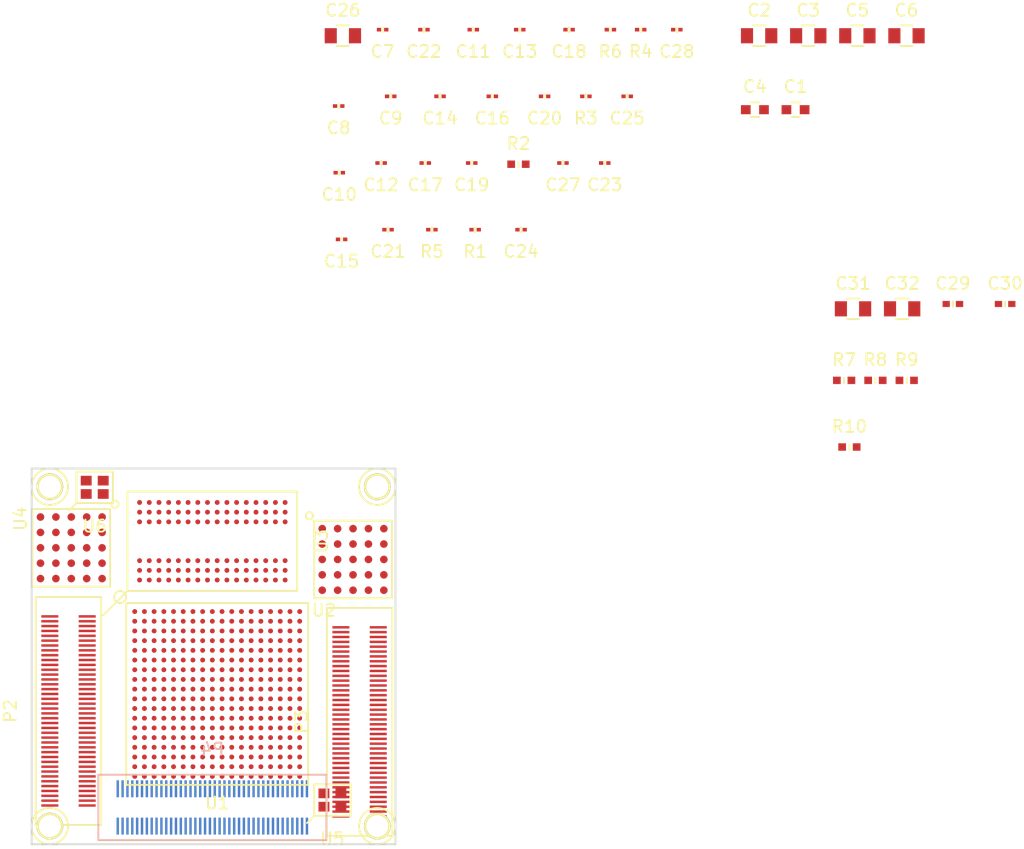
<source format=kicad_pcb>
(kicad_pcb (version 4) (host pcbnew 0.201601201446+6500~42~ubuntu14.04.1-product)

  (general
    (links 197)
    (no_connects 197)
    (area 11.924999 166.924999 42.075001 198.075001)
    (thickness 1.6)
    (drawings 4)
    (tracks 0)
    (zones 0)
    (modules 55)
    (nets 606)
  )

  (page A4)
  (layers
    (0 F.Cu signal)
    (31 B.Cu signal)
    (32 B.Adhes user hide)
    (33 F.Adhes user hide)
    (34 B.Paste user hide)
    (35 F.Paste user hide)
    (36 B.SilkS user)
    (37 F.SilkS user)
    (38 B.Mask user hide)
    (39 F.Mask user hide)
    (40 Dwgs.User user hide)
    (41 Cmts.User user hide)
    (42 Eco1.User user hide)
    (43 Eco2.User user hide)
    (44 Edge.Cuts user)
    (45 Margin user)
    (46 B.CrtYd user)
    (47 F.CrtYd user)
    (48 B.Fab user hide)
    (49 F.Fab user hide)
  )

  (setup
    (last_trace_width 0.25)
    (trace_clearance 0.2)
    (zone_clearance 0.508)
    (zone_45_only no)
    (trace_min 0.2)
    (segment_width 0.2)
    (edge_width 0.15)
    (via_size 0.6)
    (via_drill 0.4)
    (via_min_size 0.4)
    (via_min_drill 0.3)
    (uvia_size 0.3)
    (uvia_drill 0.1)
    (uvias_allowed no)
    (uvia_min_size 0.2)
    (uvia_min_drill 0.1)
    (pcb_text_width 0.3)
    (pcb_text_size 1.5 1.5)
    (mod_edge_width 0.15)
    (mod_text_size 1 1)
    (mod_text_width 0.15)
    (pad_size 1.524 1.524)
    (pad_drill 0.762)
    (pad_to_mask_clearance 0.2)
    (aux_axis_origin 0 0)
    (visible_elements FFFFEF7F)
    (pcbplotparams
      (layerselection 0x00030_ffffffff)
      (usegerberextensions false)
      (excludeedgelayer true)
      (linewidth 0.100000)
      (plotframeref false)
      (viasonmask false)
      (mode 1)
      (useauxorigin false)
      (hpglpennumber 1)
      (hpglpenspeed 20)
      (hpglpendiameter 15)
      (hpglpenoverlay 2)
      (psnegative false)
      (psa4output false)
      (plotreference true)
      (plotvalue true)
      (plotinvisibletext false)
      (padsonsilk false)
      (subtractmaskfromsilk false)
      (outputformat 1)
      (mirror false)
      (drillshape 1)
      (scaleselection 1)
      (outputdirectory ""))
  )

  (net 0 "")
  (net 1 "Net-(P2-Pad1)")
  (net 2 "Net-(P2-Pad2)")
  (net 3 "Net-(P2-Pad3)")
  (net 4 "Net-(P2-Pad4)")
  (net 5 "Net-(P2-Pad5)")
  (net 6 "Net-(P2-Pad6)")
  (net 7 "Net-(P2-Pad7)")
  (net 8 "Net-(P2-Pad8)")
  (net 9 "Net-(P2-Pad9)")
  (net 10 "Net-(P2-Pad10)")
  (net 11 "Net-(P2-Pad11)")
  (net 12 "Net-(P2-Pad12)")
  (net 13 "Net-(P2-Pad13)")
  (net 14 "Net-(P2-Pad14)")
  (net 15 "Net-(P2-Pad15)")
  (net 16 "Net-(P2-Pad16)")
  (net 17 "Net-(P2-Pad17)")
  (net 18 "Net-(P2-Pad18)")
  (net 19 "Net-(P2-Pad19)")
  (net 20 "Net-(P2-Pad20)")
  (net 21 "Net-(P2-Pad21)")
  (net 22 "Net-(P2-Pad22)")
  (net 23 "Net-(P2-Pad23)")
  (net 24 "Net-(P2-Pad24)")
  (net 25 "Net-(P2-Pad25)")
  (net 26 "Net-(P2-Pad26)")
  (net 27 "Net-(P2-Pad27)")
  (net 28 "Net-(P2-Pad28)")
  (net 29 "Net-(P2-Pad29)")
  (net 30 "Net-(P2-Pad30)")
  (net 31 "Net-(P2-Pad31)")
  (net 32 "Net-(P2-Pad32)")
  (net 33 "Net-(P2-Pad33)")
  (net 34 "Net-(P2-Pad34)")
  (net 35 "Net-(P2-Pad35)")
  (net 36 "Net-(P2-Pad36)")
  (net 37 "Net-(P2-Pad37)")
  (net 38 "Net-(P2-Pad38)")
  (net 39 "Net-(P2-Pad39)")
  (net 40 "Net-(P2-Pad40)")
  (net 41 "Net-(P2-Pad41)")
  (net 42 "Net-(P2-Pad42)")
  (net 43 "Net-(P2-Pad43)")
  (net 44 "Net-(P2-Pad44)")
  (net 45 "Net-(P2-Pad45)")
  (net 46 "Net-(P2-Pad46)")
  (net 47 "Net-(P2-Pad47)")
  (net 48 "Net-(P2-Pad48)")
  (net 49 "Net-(P2-Pad49)")
  (net 50 "Net-(P2-Pad50)")
  (net 51 "Net-(P2-Pad51)")
  (net 52 "Net-(P2-Pad52)")
  (net 53 "Net-(P2-Pad53)")
  (net 54 "Net-(P2-Pad54)")
  (net 55 "Net-(P2-Pad55)")
  (net 56 "Net-(P2-Pad56)")
  (net 57 "Net-(P2-Pad57)")
  (net 58 "Net-(P2-Pad58)")
  (net 59 "Net-(P2-Pad59)")
  (net 60 "Net-(P2-Pad60)")
  (net 61 "Net-(P2-Pad61)")
  (net 62 "Net-(P2-Pad62)")
  (net 63 "Net-(P2-Pad63)")
  (net 64 "Net-(P2-Pad64)")
  (net 65 "Net-(P2-Pad65)")
  (net 66 "Net-(P2-Pad66)")
  (net 67 "Net-(P2-Pad67)")
  (net 68 "Net-(P2-Pad68)")
  (net 69 "Net-(P2-Pad69)")
  (net 70 "Net-(P2-Pad70)")
  (net 71 "Net-(P2-Pad71)")
  (net 72 "Net-(P2-Pad72)")
  (net 73 "Net-(P2-Pad73)")
  (net 74 "Net-(P2-Pad74)")
  (net 75 "Net-(P2-Pad75)")
  (net 76 "Net-(P2-Pad76)")
  (net 77 "Net-(P2-Pad77)")
  (net 78 "Net-(P2-Pad78)")
  (net 79 "Net-(P2-Pad79)")
  (net 80 "Net-(P2-Pad80)")
  (net 81 "Net-(P3-Pad1)")
  (net 82 "Net-(P3-Pad2)")
  (net 83 "Net-(P3-Pad3)")
  (net 84 "Net-(P3-Pad4)")
  (net 85 "Net-(P3-Pad5)")
  (net 86 "Net-(P3-Pad6)")
  (net 87 "Net-(P3-Pad7)")
  (net 88 "Net-(P3-Pad8)")
  (net 89 "Net-(P3-Pad9)")
  (net 90 "Net-(P3-Pad10)")
  (net 91 "Net-(P3-Pad11)")
  (net 92 "Net-(P3-Pad12)")
  (net 93 "Net-(P3-Pad13)")
  (net 94 "Net-(P3-Pad14)")
  (net 95 "Net-(P3-Pad15)")
  (net 96 "Net-(P3-Pad16)")
  (net 97 "Net-(P3-Pad17)")
  (net 98 "Net-(P3-Pad18)")
  (net 99 "Net-(P3-Pad19)")
  (net 100 "Net-(P3-Pad20)")
  (net 101 "Net-(P3-Pad21)")
  (net 102 "Net-(P3-Pad22)")
  (net 103 "Net-(P3-Pad23)")
  (net 104 "Net-(P3-Pad24)")
  (net 105 "Net-(P3-Pad25)")
  (net 106 "Net-(P3-Pad26)")
  (net 107 "Net-(P3-Pad27)")
  (net 108 "Net-(P3-Pad28)")
  (net 109 "Net-(P3-Pad29)")
  (net 110 "Net-(P3-Pad30)")
  (net 111 "Net-(P3-Pad31)")
  (net 112 "Net-(P3-Pad32)")
  (net 113 "Net-(P3-Pad33)")
  (net 114 "Net-(P3-Pad34)")
  (net 115 "Net-(P3-Pad35)")
  (net 116 "Net-(P3-Pad36)")
  (net 117 "Net-(P3-Pad37)")
  (net 118 "Net-(P3-Pad38)")
  (net 119 "Net-(P3-Pad39)")
  (net 120 "Net-(P3-Pad40)")
  (net 121 "Net-(P3-Pad41)")
  (net 122 "Net-(P3-Pad42)")
  (net 123 "Net-(P3-Pad43)")
  (net 124 "Net-(P3-Pad44)")
  (net 125 "Net-(P3-Pad45)")
  (net 126 "Net-(P3-Pad46)")
  (net 127 "Net-(P3-Pad47)")
  (net 128 "Net-(P3-Pad48)")
  (net 129 "Net-(P3-Pad49)")
  (net 130 "Net-(P3-Pad50)")
  (net 131 "Net-(P3-Pad51)")
  (net 132 "Net-(P3-Pad52)")
  (net 133 "Net-(P3-Pad53)")
  (net 134 "Net-(P3-Pad54)")
  (net 135 "Net-(P3-Pad55)")
  (net 136 "Net-(P3-Pad56)")
  (net 137 "Net-(P3-Pad57)")
  (net 138 "Net-(P3-Pad58)")
  (net 139 "Net-(P3-Pad59)")
  (net 140 "Net-(P3-Pad60)")
  (net 141 "Net-(P3-Pad61)")
  (net 142 "Net-(P3-Pad62)")
  (net 143 "Net-(P3-Pad63)")
  (net 144 "Net-(P3-Pad64)")
  (net 145 "Net-(P3-Pad65)")
  (net 146 "Net-(P3-Pad66)")
  (net 147 "Net-(P3-Pad67)")
  (net 148 "Net-(P3-Pad68)")
  (net 149 "Net-(P3-Pad69)")
  (net 150 "Net-(P3-Pad70)")
  (net 151 "Net-(P3-Pad71)")
  (net 152 "Net-(P3-Pad72)")
  (net 153 "Net-(P3-Pad73)")
  (net 154 "Net-(P3-Pad74)")
  (net 155 "Net-(P3-Pad75)")
  (net 156 "Net-(P3-Pad76)")
  (net 157 "Net-(P3-Pad77)")
  (net 158 "Net-(P3-Pad78)")
  (net 159 "Net-(P3-Pad79)")
  (net 160 "Net-(P3-Pad80)")
  (net 161 "Net-(U1-PadA1)")
  (net 162 "Net-(U1-PadB1)")
  (net 163 "Net-(U1-PadC1)")
  (net 164 "Net-(U1-PadE1)")
  (net 165 "Net-(U1-PadF1)")
  (net 166 "Net-(U1-PadG1)")
  (net 167 "Net-(U1-PadH1)")
  (net 168 "Net-(U1-PadJ1)")
  (net 169 "Net-(U1-PadK1)")
  (net 170 "Net-(U1-PadL1)")
  (net 171 "Net-(U1-PadM1)")
  (net 172 "Net-(U1-PadN1)")
  (net 173 "Net-(U1-PadR1)")
  (net 174 "Net-(U1-PadT1)")
  (net 175 "Net-(U1-PadU1)")
  (net 176 "Net-(U1-PadV1)")
  (net 177 "Net-(U1-PadB2)")
  (net 178 "Net-(U1-PadC2)")
  (net 179 "Net-(U1-PadD2)")
  (net 180 "Net-(U1-PadE2)")
  (net 181 "Net-(U1-PadF2)")
  (net 182 "Net-(U1-PadG2)")
  (net 183 "Net-(U1-PadH2)")
  (net 184 "Net-(U1-PadJ2)")
  (net 185 "Net-(U1-PadK2)")
  (net 186 "Net-(U1-PadM2)")
  (net 187 "Net-(U1-PadN2)")
  (net 188 "Net-(U1-PadP2)")
  (net 189 "Net-(U1-PadR2)")
  (net 190 "Net-(U1-PadT2)")
  (net 191 "Net-(U1-PadU2)")
  (net 192 "Net-(U1-PadV2)")
  (net 193 "Net-(U1-PadA3)")
  (net 194 "Net-(U1-PadB3)")
  (net 195 "Net-(U1-PadC3)")
  (net 196 "Net-(U1-PadD3)")
  (net 197 "Net-(U1-PadE3)")
  (net 198 "Net-(U1-PadF3)")
  (net 199 "Net-(U1-PadG3)")
  (net 200 "Net-(U1-PadJ3)")
  (net 201 "Net-(U1-PadK3)")
  (net 202 "Net-(U1-PadL3)")
  (net 203 "Net-(U1-PadM3)")
  (net 204 "Net-(U1-PadN3)")
  (net 205 "Net-(U1-PadP3)")
  (net 206 "Net-(U1-PadR3)")
  (net 207 "Net-(U1-PadT3)")
  (net 208 "Net-(U1-PadU3)")
  (net 209 "Net-(U1-PadA4)")
  (net 210 "Net-(U1-PadB4)")
  (net 211 "Net-(U1-PadC4)")
  (net 212 "Net-(U1-PadD4)")
  (net 213 "Net-(U1-PadF4)")
  (net 214 "Net-(U1-PadG4)")
  (net 215 "Net-(U1-PadH4)")
  (net 216 "Net-(U1-PadJ4)")
  (net 217 "Net-(U1-PadK4)")
  (net 218 "Net-(U1-PadL4)")
  (net 219 "Net-(U1-PadM4)")
  (net 220 "Net-(U1-PadN4)")
  (net 221 "Net-(U1-PadP4)")
  (net 222 "Net-(U1-PadT4)")
  (net 223 "Net-(U1-PadU4)")
  (net 224 "Net-(U1-PadV4)")
  (net 225 "Net-(U1-PadA5)")
  (net 226 "Net-(U1-PadC5)")
  (net 227 "Net-(U1-PadD5)")
  (net 228 "Net-(U1-PadE5)")
  (net 229 "Net-(U1-PadF5)")
  (net 230 "Net-(U1-PadG5)")
  (net 231 "Net-(U1-PadH5)")
  (net 232 "Net-(U1-PadJ5)")
  (net 233 "Net-(U1-PadK5)")
  (net 234 "Net-(U1-PadL5)")
  (net 235 "Net-(U1-PadN5)")
  (net 236 "Net-(U1-PadP5)")
  (net 237 "Net-(U1-PadR5)")
  (net 238 "Net-(U1-PadT5)")
  (net 239 "Net-(U1-PadU5)")
  (net 240 "Net-(U1-PadV5)")
  (net 241 "Net-(U1-PadA6)")
  (net 242 "Net-(U1-PadB6)")
  (net 243 "Net-(U1-PadC6)")
  (net 244 "Net-(U1-PadD6)")
  (net 245 "Net-(U1-PadE6)")
  (net 246 "Net-(U1-PadF6)")
  (net 247 "Net-(U1-PadG6)")
  (net 248 "Net-(U1-PadH6)")
  (net 249 "Net-(U1-PadK6)")
  (net 250 "Net-(U1-PadL6)")
  (net 251 "Net-(U1-PadM6)")
  (net 252 "Net-(U1-PadN6)")
  (net 253 "Net-(U1-PadP6)")
  (net 254 "Net-(U1-PadR6)")
  (net 255 "Net-(U1-PadT6)")
  (net 256 "Net-(U1-PadU6)")
  (net 257 "Net-(U1-PadV6)")
  (net 258 "Net-(U1-PadA7)")
  (net 259 "Net-(U1-PadB7)")
  (net 260 "Net-(U1-PadC7)")
  (net 261 "Net-(U1-PadD7)")
  (net 262 "Net-(U1-PadE7)")
  (net 263 "Net-(U1-PadG7)")
  (net 264 "Net-(U1-PadJ7)")
  (net 265 "Net-(U1-PadL7)")
  (net 266 "Net-(U1-PadN7)")
  (net 267 "Net-(U1-PadP7)")
  (net 268 "Net-(U1-PadR7)")
  (net 269 "Net-(U1-PadU7)")
  (net 270 "Net-(U1-PadV7)")
  (net 271 "Net-(U1-PadA8)")
  (net 272 "Net-(U1-PadB8)")
  (net 273 "Net-(U1-PadD8)")
  (net 274 "Net-(U1-PadE8)")
  (net 275 "Net-(U1-PadF8)")
  (net 276 "Net-(U1-PadH8)")
  (net 277 "Net-(U1-PadK8)")
  (net 278 "Net-(U1-PadM8)")
  (net 279 "Net-(U1-PadP8)")
  (net 280 "Net-(U1-PadR8)")
  (net 281 "Net-(U1-PadT8)")
  (net 282 "Net-(U1-PadU8)")
  (net 283 "Net-(U1-PadV8)")
  (net 284 "Net-(U1-PadA9)")
  (net 285 "Net-(U1-PadB9)")
  (net 286 "Net-(U1-PadC9)")
  (net 287 "Net-(U1-PadD9)")
  (net 288 "Net-(U1-PadE9)")
  (net 289 "Net-(U1-PadG9)")
  (net 290 "Net-(U1-PadH9)")
  (net 291 "Net-(U1-PadJ9)")
  (net 292 "Net-(U1-PadK9)")
  (net 293 "Net-(U1-PadL9)")
  (net 294 "Net-(U1-PadN9)")
  (net 295 "Net-(U1-PadP9)")
  (net 296 "Net-(U1-PadR9)")
  (net 297 "Net-(U1-PadT9)")
  (net 298 "Net-(U1-PadU9)")
  (net 299 "Net-(U1-PadV9)")
  (net 300 "Net-(U1-PadA10)")
  (net 301 "Net-(U1-PadB10)")
  (net 302 "Net-(U1-PadC10)")
  (net 303 "Net-(U1-PadD10)")
  (net 304 "Net-(U1-PadE10)")
  (net 305 "Net-(U1-PadF10)")
  (net 306 "Net-(U1-PadH10)")
  (net 307 "Net-(U1-PadJ10)")
  (net 308 "Net-(U1-PadK10)")
  (net 309 "Net-(U1-PadL10)")
  (net 310 "Net-(U1-PadM10)")
  (net 311 "Net-(U1-PadP10)")
  (net 312 "Net-(U1-PadR10)")
  (net 313 "Net-(U1-PadT10)")
  (net 314 "Net-(U1-PadV10)")
  (net 315 "Net-(U1-PadA11)")
  (net 316 "Net-(U1-PadB11)")
  (net 317 "Net-(U1-PadC11)")
  (net 318 "Net-(U1-PadE11)")
  (net 319 "Net-(U1-PadG11)")
  (net 320 "Net-(U1-PadJ11)")
  (net 321 "Net-(U1-PadL11)")
  (net 322 "Net-(U1-PadN11)")
  (net 323 "Net-(U1-PadP11)")
  (net 324 "Net-(U1-PadR11)")
  (net 325 "Net-(U1-PadT11)")
  (net 326 "Net-(U1-PadU11)")
  (net 327 "Net-(U1-PadV11)")
  (net 328 "Net-(U1-PadB12)")
  (net 329 "Net-(U1-PadC12)")
  (net 330 "Net-(U1-PadD12)")
  (net 331 "Net-(U1-PadE12)")
  (net 332 "Net-(U1-PadF12)")
  (net 333 "Net-(U1-PadH12)")
  (net 334 "Net-(U1-PadK12)")
  (net 335 "Net-(U1-PadM12)")
  (net 336 "Net-(U1-PadP12)")
  (net 337 "Net-(U1-PadR12)")
  (net 338 "Net-(U1-PadT12)")
  (net 339 "Net-(U1-PadU12)")
  (net 340 "Net-(U1-PadV12)")
  (net 341 "Net-(U1-PadA13)")
  (net 342 "Net-(U1-PadB13)")
  (net 343 "Net-(U1-PadC13)")
  (net 344 "Net-(U1-PadD13)")
  (net 345 "Net-(U1-PadE13)")
  (net 346 "Net-(U1-PadF13)")
  (net 347 "Net-(U1-PadG13)")
  (net 348 "Net-(U1-PadJ13)")
  (net 349 "Net-(U1-PadK13)")
  (net 350 "Net-(U1-PadL13)")
  (net 351 "Net-(U1-PadM13)")
  (net 352 "Net-(U1-PadN13)")
  (net 353 "Net-(U1-PadP13)")
  (net 354 "Net-(U1-PadR13)")
  (net 355 "Net-(U1-PadT13)")
  (net 356 "Net-(U1-PadU13)")
  (net 357 "Net-(U1-PadA14)")
  (net 358 "Net-(U1-PadB14)")
  (net 359 "Net-(U1-PadC14)")
  (net 360 "Net-(U1-PadD14)")
  (net 361 "Net-(U1-PadF14)")
  (net 362 "Net-(U1-PadG14)")
  (net 363 "Net-(U1-PadH14)")
  (net 364 "Net-(U1-PadJ14)")
  (net 365 "Net-(U1-PadK14)")
  (net 366 "Net-(U1-PadL14)")
  (net 367 "Net-(U1-PadM14)")
  (net 368 "Net-(U1-PadN14)")
  (net 369 "Net-(U1-PadP14)")
  (net 370 "Net-(U1-PadT14)")
  (net 371 "Net-(U1-PadU14)")
  (net 372 "Net-(U1-PadV14)")
  (net 373 "Net-(U1-PadA15)")
  (net 374 "Net-(U1-PadC15)")
  (net 375 "Net-(U1-PadD15)")
  (net 376 "Net-(U1-PadE15)")
  (net 377 "Net-(U1-PadF15)")
  (net 378 "Net-(U1-PadG15)")
  (net 379 "Net-(U1-PadH15)")
  (net 380 "Net-(U1-PadJ15)")
  (net 381 "Net-(U1-PadK15)")
  (net 382 "Net-(U1-PadL15)")
  (net 383 "Net-(U1-PadN15)")
  (net 384 "Net-(U1-PadP15)")
  (net 385 "Net-(U1-PadR15)")
  (net 386 "Net-(U1-PadT15)")
  (net 387 "Net-(U1-PadU15)")
  (net 388 "Net-(U1-PadV15)")
  (net 389 "Net-(U1-PadA16)")
  (net 390 "Net-(U1-PadB16)")
  (net 391 "Net-(U1-PadC16)")
  (net 392 "Net-(U1-PadD16)")
  (net 393 "Net-(U1-PadE16)")
  (net 394 "Net-(U1-PadF16)")
  (net 395 "Net-(U1-PadG16)")
  (net 396 "Net-(U1-PadH16)")
  (net 397 "Net-(U1-PadK16)")
  (net 398 "Net-(U1-PadL16)")
  (net 399 "Net-(U1-PadM16)")
  (net 400 "Net-(U1-PadN16)")
  (net 401 "Net-(U1-PadP16)")
  (net 402 "Net-(U1-PadR16)")
  (net 403 "Net-(U1-PadT16)")
  (net 404 "Net-(U1-PadU16)")
  (net 405 "Net-(U1-PadV16)")
  (net 406 "Net-(U1-PadA17)")
  (net 407 "Net-(U1-PadB17)")
  (net 408 "Net-(U1-PadC17)")
  (net 409 "Net-(U1-PadD17)")
  (net 410 "Net-(U1-PadE17)")
  (net 411 "Net-(U1-PadG17)")
  (net 412 "Net-(U1-PadH17)")
  (net 413 "Net-(U1-PadJ17)")
  (net 414 "Net-(U1-PadK17)")
  (net 415 "Net-(U1-PadL17)")
  (net 416 "Net-(U1-PadM17)")
  (net 417 "Net-(U1-PadN17)")
  (net 418 "Net-(U1-PadP17)")
  (net 419 "Net-(U1-PadR17)")
  (net 420 "Net-(U1-PadU17)")
  (net 421 "Net-(U1-PadV17)")
  (net 422 "Net-(U1-PadA18)")
  (net 423 "Net-(U1-PadB18)")
  (net 424 "Net-(U1-PadD18)")
  (net 425 "Net-(U1-PadE18)")
  (net 426 "Net-(U1-PadF18)")
  (net 427 "Net-(U1-PadG18)")
  (net 428 "Net-(U1-PadH18)")
  (net 429 "Net-(U1-PadJ18)")
  (net 430 "Net-(U1-PadK18)")
  (net 431 "Net-(U1-PadL18)")
  (net 432 "Net-(U1-PadM18)")
  (net 433 "Net-(U1-PadP18)")
  (net 434 "Net-(U1-PadR18)")
  (net 435 "Net-(U1-PadT18)")
  (net 436 "Net-(U1-PadU18)")
  (net 437 "Net-(U1-PadV18)")
  (net 438 "Net-(U2-PadC3)")
  (net 439 "Net-(U2-PadB4)")
  (net 440 "Net-(U2-PadC4)")
  (net 441 "Net-(U2-PadD4)")
  (net 442 "Net-(U2-PadA5)")
  (net 443 "Net-(U2-PadE5)")
  (net 444 "Net-(U3-PadJ1)")
  (net 445 "Net-(U3-PadL1)")
  (net 446 "Net-(U3-PadM7)")
  (net 447 "Net-(U3-PadT7)")
  (net 448 "Net-(U3-PadJ9)")
  (net 449 "Net-(U3-PadL9)")
  (net 450 "Net-(U4-PadC3)")
  (net 451 "Net-(U4-PadB4)")
  (net 452 "Net-(U4-PadC4)")
  (net 453 "Net-(U4-PadD4)")
  (net 454 "Net-(U4-PadA5)")
  (net 455 "Net-(U4-PadE5)")
  (net 456 "Net-(U5-Pad1)")
  (net 457 "Net-(U5-Pad2)")
  (net 458 "Net-(U5-Pad3)")
  (net 459 "Net-(U5-Pad4)")
  (net 460 "Net-(U6-Pad1)")
  (net 461 "Net-(U6-Pad2)")
  (net 462 "Net-(U6-Pad3)")
  (net 463 "Net-(U6-Pad4)")
  (net 464 "Net-(P4-Pad1)")
  (net 465 "Net-(P4-Pad2)")
  (net 466 "Net-(P4-Pad3)")
  (net 467 "Net-(P4-Pad4)")
  (net 468 "Net-(P4-Pad5)")
  (net 469 "Net-(P4-Pad6)")
  (net 470 "Net-(P4-Pad7)")
  (net 471 "Net-(P4-Pad8)")
  (net 472 "Net-(P4-Pad9)")
  (net 473 "Net-(P4-Pad10)")
  (net 474 "Net-(P4-Pad11)")
  (net 475 "Net-(P4-Pad12)")
  (net 476 "Net-(P4-Pad13)")
  (net 477 "Net-(P4-Pad14)")
  (net 478 "Net-(P4-Pad15)")
  (net 479 "Net-(P4-Pad16)")
  (net 480 "Net-(P4-Pad17)")
  (net 481 "Net-(P4-Pad18)")
  (net 482 "Net-(P4-Pad19)")
  (net 483 "Net-(P4-Pad20)")
  (net 484 "Net-(P4-Pad21)")
  (net 485 "Net-(P4-Pad22)")
  (net 486 "Net-(P4-Pad23)")
  (net 487 "Net-(P4-Pad24)")
  (net 488 "Net-(P4-Pad25)")
  (net 489 "Net-(P4-Pad26)")
  (net 490 "Net-(P4-Pad27)")
  (net 491 "Net-(P4-Pad28)")
  (net 492 "Net-(P4-Pad29)")
  (net 493 "Net-(P4-Pad30)")
  (net 494 "Net-(P4-Pad31)")
  (net 495 "Net-(P4-Pad32)")
  (net 496 "Net-(P4-Pad33)")
  (net 497 "Net-(P4-Pad34)")
  (net 498 "Net-(P4-Pad35)")
  (net 499 "Net-(P4-Pad36)")
  (net 500 "Net-(P4-Pad37)")
  (net 501 "Net-(P4-Pad38)")
  (net 502 "Net-(P4-Pad39)")
  (net 503 "Net-(P4-Pad40)")
  (net 504 "Net-(P4-Pad41)")
  (net 505 "Net-(P4-Pad42)")
  (net 506 "Net-(P4-Pad43)")
  (net 507 "Net-(P4-Pad44)")
  (net 508 "Net-(P4-Pad45)")
  (net 509 "Net-(P4-Pad46)")
  (net 510 "Net-(P4-Pad47)")
  (net 511 "Net-(P4-Pad48)")
  (net 512 "Net-(P4-Pad49)")
  (net 513 "Net-(P4-Pad50)")
  (net 514 "Net-(P4-Pad51)")
  (net 515 "Net-(P4-Pad52)")
  (net 516 "Net-(P4-Pad53)")
  (net 517 "Net-(P4-Pad54)")
  (net 518 "Net-(P4-Pad55)")
  (net 519 "Net-(P4-Pad56)")
  (net 520 "Net-(P4-Pad57)")
  (net 521 "Net-(P4-Pad58)")
  (net 522 "Net-(P4-Pad59)")
  (net 523 "Net-(P4-Pad60)")
  (net 524 "Net-(P4-Pad61)")
  (net 525 "Net-(P4-Pad62)")
  (net 526 "Net-(P4-Pad63)")
  (net 527 "Net-(P4-Pad64)")
  (net 528 "Net-(P4-Pad65)")
  (net 529 "Net-(P4-Pad66)")
  (net 530 "Net-(P4-Pad67)")
  (net 531 "Net-(P4-Pad68)")
  (net 532 "Net-(P4-Pad69)")
  (net 533 "Net-(P4-Pad70)")
  (net 534 "Net-(P4-Pad71)")
  (net 535 "Net-(P4-Pad72)")
  (net 536 "Net-(P4-Pad73)")
  (net 537 "Net-(P4-Pad74)")
  (net 538 "Net-(P4-Pad75)")
  (net 539 "Net-(P4-Pad76)")
  (net 540 "Net-(P4-Pad77)")
  (net 541 "Net-(P4-Pad78)")
  (net 542 "Net-(P4-Pad79)")
  (net 543 "Net-(P4-Pad80)")
  (net 544 "Net-(C1-Pad1)")
  (net 545 "Net-(C3-Pad1)")
  (net 546 DDR_VREF)
  (net 547 GND)
  (net 548 DDR_VDD)
  (net 549 DDR_CKE)
  (net 550 DDR_CLK+)
  (net 551 DDR_CLK-)
  (net 552 "Net-(R5-Pad1)")
  (net 553 DDR_RST#)
  (net 554 DDR_ODT)
  (net 555 DDR_DQU5)
  (net 556 DDR_DQU3)
  (net 557 DDR_DQL2)
  (net 558 DDR_DQL6)
  (net 559 DDR_BA0)
  (net 560 DDR_A3)
  (net 561 DDR_A5)
  (net 562 DDR_A7)
  (net 563 DDR_DQU7)
  (net 564 DDR_DQU1)
  (net 565 DDR_DQL0)
  (net 566 DDR_DQSL+)
  (net 567 DDR_DQSL-)
  (net 568 DDR_DQL4)
  (net 569 DDR_RAS#)
  (net 570 DDR_CAS#)
  (net 571 DDR_WE#)
  (net 572 DDR_BA2)
  (net 573 DDR_A0)
  (net 574 DDR_A2)
  (net 575 DDR_A9)
  (net 576 DDR_A13)
  (net 577 DDR_DQU4)
  (net 578 DDR_DQSU-)
  (net 579 DDR_DQSU+)
  (net 580 DDR_DQU0)
  (net 581 DDR_DQL1)
  (net 582 DDR_DQL7)
  (net 583 DDR_A10)
  (net 584 DDR_A12)
  (net 585 DDR_A1)
  (net 586 DDR_A11)
  (net 587 DDR_DQU6)
  (net 588 DDR_DQU2)
  (net 589 DDR_DQL3)
  (net 590 DDR_DQL5)
  (net 591 DDR_BA1)
  (net 592 DDR_A4)
  (net 593 DDR_A6)
  (net 594 DDR_A8)
  (net 595 "Net-(R7-Pad1)")
  (net 596 "Net-(R8-Pad1)")
  (net 597 +5V)
  (net 598 "Net-(C30-Pad1)")
  (net 599 "Net-(C29-Pad1)")
  (net 600 +2V5)
  (net 601 +1V8)
  (net 602 +1V0)
  (net 603 +1V35)
  (net 604 "Net-(R9-Pad1)")
  (net 605 "Net-(R10-Pad1)")

  (net_class Default "This is the default net class."
    (clearance 0.2)
    (trace_width 0.25)
    (via_dia 0.6)
    (via_drill 0.4)
    (uvia_dia 0.3)
    (uvia_drill 0.1)
    (add_net +1V0)
    (add_net +1V35)
    (add_net +1V8)
    (add_net +2V5)
    (add_net +5V)
    (add_net DDR_A0)
    (add_net DDR_A1)
    (add_net DDR_A10)
    (add_net DDR_A11)
    (add_net DDR_A12)
    (add_net DDR_A13)
    (add_net DDR_A2)
    (add_net DDR_A3)
    (add_net DDR_A4)
    (add_net DDR_A5)
    (add_net DDR_A6)
    (add_net DDR_A7)
    (add_net DDR_A8)
    (add_net DDR_A9)
    (add_net DDR_BA0)
    (add_net DDR_BA1)
    (add_net DDR_BA2)
    (add_net DDR_CAS#)
    (add_net DDR_CKE)
    (add_net DDR_CLK+)
    (add_net DDR_CLK-)
    (add_net DDR_DQL0)
    (add_net DDR_DQL1)
    (add_net DDR_DQL2)
    (add_net DDR_DQL3)
    (add_net DDR_DQL4)
    (add_net DDR_DQL5)
    (add_net DDR_DQL6)
    (add_net DDR_DQL7)
    (add_net DDR_DQSL+)
    (add_net DDR_DQSL-)
    (add_net DDR_DQSU+)
    (add_net DDR_DQSU-)
    (add_net DDR_DQU0)
    (add_net DDR_DQU1)
    (add_net DDR_DQU2)
    (add_net DDR_DQU3)
    (add_net DDR_DQU4)
    (add_net DDR_DQU5)
    (add_net DDR_DQU6)
    (add_net DDR_DQU7)
    (add_net DDR_ODT)
    (add_net DDR_RAS#)
    (add_net DDR_RST#)
    (add_net DDR_VDD)
    (add_net DDR_VREF)
    (add_net DDR_WE#)
    (add_net GND)
    (add_net "Net-(C1-Pad1)")
    (add_net "Net-(C29-Pad1)")
    (add_net "Net-(C3-Pad1)")
    (add_net "Net-(C30-Pad1)")
    (add_net "Net-(P2-Pad1)")
    (add_net "Net-(P2-Pad10)")
    (add_net "Net-(P2-Pad11)")
    (add_net "Net-(P2-Pad12)")
    (add_net "Net-(P2-Pad13)")
    (add_net "Net-(P2-Pad14)")
    (add_net "Net-(P2-Pad15)")
    (add_net "Net-(P2-Pad16)")
    (add_net "Net-(P2-Pad17)")
    (add_net "Net-(P2-Pad18)")
    (add_net "Net-(P2-Pad19)")
    (add_net "Net-(P2-Pad2)")
    (add_net "Net-(P2-Pad20)")
    (add_net "Net-(P2-Pad21)")
    (add_net "Net-(P2-Pad22)")
    (add_net "Net-(P2-Pad23)")
    (add_net "Net-(P2-Pad24)")
    (add_net "Net-(P2-Pad25)")
    (add_net "Net-(P2-Pad26)")
    (add_net "Net-(P2-Pad27)")
    (add_net "Net-(P2-Pad28)")
    (add_net "Net-(P2-Pad29)")
    (add_net "Net-(P2-Pad3)")
    (add_net "Net-(P2-Pad30)")
    (add_net "Net-(P2-Pad31)")
    (add_net "Net-(P2-Pad32)")
    (add_net "Net-(P2-Pad33)")
    (add_net "Net-(P2-Pad34)")
    (add_net "Net-(P2-Pad35)")
    (add_net "Net-(P2-Pad36)")
    (add_net "Net-(P2-Pad37)")
    (add_net "Net-(P2-Pad38)")
    (add_net "Net-(P2-Pad39)")
    (add_net "Net-(P2-Pad4)")
    (add_net "Net-(P2-Pad40)")
    (add_net "Net-(P2-Pad41)")
    (add_net "Net-(P2-Pad42)")
    (add_net "Net-(P2-Pad43)")
    (add_net "Net-(P2-Pad44)")
    (add_net "Net-(P2-Pad45)")
    (add_net "Net-(P2-Pad46)")
    (add_net "Net-(P2-Pad47)")
    (add_net "Net-(P2-Pad48)")
    (add_net "Net-(P2-Pad49)")
    (add_net "Net-(P2-Pad5)")
    (add_net "Net-(P2-Pad50)")
    (add_net "Net-(P2-Pad51)")
    (add_net "Net-(P2-Pad52)")
    (add_net "Net-(P2-Pad53)")
    (add_net "Net-(P2-Pad54)")
    (add_net "Net-(P2-Pad55)")
    (add_net "Net-(P2-Pad56)")
    (add_net "Net-(P2-Pad57)")
    (add_net "Net-(P2-Pad58)")
    (add_net "Net-(P2-Pad59)")
    (add_net "Net-(P2-Pad6)")
    (add_net "Net-(P2-Pad60)")
    (add_net "Net-(P2-Pad61)")
    (add_net "Net-(P2-Pad62)")
    (add_net "Net-(P2-Pad63)")
    (add_net "Net-(P2-Pad64)")
    (add_net "Net-(P2-Pad65)")
    (add_net "Net-(P2-Pad66)")
    (add_net "Net-(P2-Pad67)")
    (add_net "Net-(P2-Pad68)")
    (add_net "Net-(P2-Pad69)")
    (add_net "Net-(P2-Pad7)")
    (add_net "Net-(P2-Pad70)")
    (add_net "Net-(P2-Pad71)")
    (add_net "Net-(P2-Pad72)")
    (add_net "Net-(P2-Pad73)")
    (add_net "Net-(P2-Pad74)")
    (add_net "Net-(P2-Pad75)")
    (add_net "Net-(P2-Pad76)")
    (add_net "Net-(P2-Pad77)")
    (add_net "Net-(P2-Pad78)")
    (add_net "Net-(P2-Pad79)")
    (add_net "Net-(P2-Pad8)")
    (add_net "Net-(P2-Pad80)")
    (add_net "Net-(P2-Pad9)")
    (add_net "Net-(P3-Pad1)")
    (add_net "Net-(P3-Pad10)")
    (add_net "Net-(P3-Pad11)")
    (add_net "Net-(P3-Pad12)")
    (add_net "Net-(P3-Pad13)")
    (add_net "Net-(P3-Pad14)")
    (add_net "Net-(P3-Pad15)")
    (add_net "Net-(P3-Pad16)")
    (add_net "Net-(P3-Pad17)")
    (add_net "Net-(P3-Pad18)")
    (add_net "Net-(P3-Pad19)")
    (add_net "Net-(P3-Pad2)")
    (add_net "Net-(P3-Pad20)")
    (add_net "Net-(P3-Pad21)")
    (add_net "Net-(P3-Pad22)")
    (add_net "Net-(P3-Pad23)")
    (add_net "Net-(P3-Pad24)")
    (add_net "Net-(P3-Pad25)")
    (add_net "Net-(P3-Pad26)")
    (add_net "Net-(P3-Pad27)")
    (add_net "Net-(P3-Pad28)")
    (add_net "Net-(P3-Pad29)")
    (add_net "Net-(P3-Pad3)")
    (add_net "Net-(P3-Pad30)")
    (add_net "Net-(P3-Pad31)")
    (add_net "Net-(P3-Pad32)")
    (add_net "Net-(P3-Pad33)")
    (add_net "Net-(P3-Pad34)")
    (add_net "Net-(P3-Pad35)")
    (add_net "Net-(P3-Pad36)")
    (add_net "Net-(P3-Pad37)")
    (add_net "Net-(P3-Pad38)")
    (add_net "Net-(P3-Pad39)")
    (add_net "Net-(P3-Pad4)")
    (add_net "Net-(P3-Pad40)")
    (add_net "Net-(P3-Pad41)")
    (add_net "Net-(P3-Pad42)")
    (add_net "Net-(P3-Pad43)")
    (add_net "Net-(P3-Pad44)")
    (add_net "Net-(P3-Pad45)")
    (add_net "Net-(P3-Pad46)")
    (add_net "Net-(P3-Pad47)")
    (add_net "Net-(P3-Pad48)")
    (add_net "Net-(P3-Pad49)")
    (add_net "Net-(P3-Pad5)")
    (add_net "Net-(P3-Pad50)")
    (add_net "Net-(P3-Pad51)")
    (add_net "Net-(P3-Pad52)")
    (add_net "Net-(P3-Pad53)")
    (add_net "Net-(P3-Pad54)")
    (add_net "Net-(P3-Pad55)")
    (add_net "Net-(P3-Pad56)")
    (add_net "Net-(P3-Pad57)")
    (add_net "Net-(P3-Pad58)")
    (add_net "Net-(P3-Pad59)")
    (add_net "Net-(P3-Pad6)")
    (add_net "Net-(P3-Pad60)")
    (add_net "Net-(P3-Pad61)")
    (add_net "Net-(P3-Pad62)")
    (add_net "Net-(P3-Pad63)")
    (add_net "Net-(P3-Pad64)")
    (add_net "Net-(P3-Pad65)")
    (add_net "Net-(P3-Pad66)")
    (add_net "Net-(P3-Pad67)")
    (add_net "Net-(P3-Pad68)")
    (add_net "Net-(P3-Pad69)")
    (add_net "Net-(P3-Pad7)")
    (add_net "Net-(P3-Pad70)")
    (add_net "Net-(P3-Pad71)")
    (add_net "Net-(P3-Pad72)")
    (add_net "Net-(P3-Pad73)")
    (add_net "Net-(P3-Pad74)")
    (add_net "Net-(P3-Pad75)")
    (add_net "Net-(P3-Pad76)")
    (add_net "Net-(P3-Pad77)")
    (add_net "Net-(P3-Pad78)")
    (add_net "Net-(P3-Pad79)")
    (add_net "Net-(P3-Pad8)")
    (add_net "Net-(P3-Pad80)")
    (add_net "Net-(P3-Pad9)")
    (add_net "Net-(P4-Pad1)")
    (add_net "Net-(P4-Pad10)")
    (add_net "Net-(P4-Pad11)")
    (add_net "Net-(P4-Pad12)")
    (add_net "Net-(P4-Pad13)")
    (add_net "Net-(P4-Pad14)")
    (add_net "Net-(P4-Pad15)")
    (add_net "Net-(P4-Pad16)")
    (add_net "Net-(P4-Pad17)")
    (add_net "Net-(P4-Pad18)")
    (add_net "Net-(P4-Pad19)")
    (add_net "Net-(P4-Pad2)")
    (add_net "Net-(P4-Pad20)")
    (add_net "Net-(P4-Pad21)")
    (add_net "Net-(P4-Pad22)")
    (add_net "Net-(P4-Pad23)")
    (add_net "Net-(P4-Pad24)")
    (add_net "Net-(P4-Pad25)")
    (add_net "Net-(P4-Pad26)")
    (add_net "Net-(P4-Pad27)")
    (add_net "Net-(P4-Pad28)")
    (add_net "Net-(P4-Pad29)")
    (add_net "Net-(P4-Pad3)")
    (add_net "Net-(P4-Pad30)")
    (add_net "Net-(P4-Pad31)")
    (add_net "Net-(P4-Pad32)")
    (add_net "Net-(P4-Pad33)")
    (add_net "Net-(P4-Pad34)")
    (add_net "Net-(P4-Pad35)")
    (add_net "Net-(P4-Pad36)")
    (add_net "Net-(P4-Pad37)")
    (add_net "Net-(P4-Pad38)")
    (add_net "Net-(P4-Pad39)")
    (add_net "Net-(P4-Pad4)")
    (add_net "Net-(P4-Pad40)")
    (add_net "Net-(P4-Pad41)")
    (add_net "Net-(P4-Pad42)")
    (add_net "Net-(P4-Pad43)")
    (add_net "Net-(P4-Pad44)")
    (add_net "Net-(P4-Pad45)")
    (add_net "Net-(P4-Pad46)")
    (add_net "Net-(P4-Pad47)")
    (add_net "Net-(P4-Pad48)")
    (add_net "Net-(P4-Pad49)")
    (add_net "Net-(P4-Pad5)")
    (add_net "Net-(P4-Pad50)")
    (add_net "Net-(P4-Pad51)")
    (add_net "Net-(P4-Pad52)")
    (add_net "Net-(P4-Pad53)")
    (add_net "Net-(P4-Pad54)")
    (add_net "Net-(P4-Pad55)")
    (add_net "Net-(P4-Pad56)")
    (add_net "Net-(P4-Pad57)")
    (add_net "Net-(P4-Pad58)")
    (add_net "Net-(P4-Pad59)")
    (add_net "Net-(P4-Pad6)")
    (add_net "Net-(P4-Pad60)")
    (add_net "Net-(P4-Pad61)")
    (add_net "Net-(P4-Pad62)")
    (add_net "Net-(P4-Pad63)")
    (add_net "Net-(P4-Pad64)")
    (add_net "Net-(P4-Pad65)")
    (add_net "Net-(P4-Pad66)")
    (add_net "Net-(P4-Pad67)")
    (add_net "Net-(P4-Pad68)")
    (add_net "Net-(P4-Pad69)")
    (add_net "Net-(P4-Pad7)")
    (add_net "Net-(P4-Pad70)")
    (add_net "Net-(P4-Pad71)")
    (add_net "Net-(P4-Pad72)")
    (add_net "Net-(P4-Pad73)")
    (add_net "Net-(P4-Pad74)")
    (add_net "Net-(P4-Pad75)")
    (add_net "Net-(P4-Pad76)")
    (add_net "Net-(P4-Pad77)")
    (add_net "Net-(P4-Pad78)")
    (add_net "Net-(P4-Pad79)")
    (add_net "Net-(P4-Pad8)")
    (add_net "Net-(P4-Pad80)")
    (add_net "Net-(P4-Pad9)")
    (add_net "Net-(P5-Pad1)")
    (add_net "Net-(P5-Pad2)")
    (add_net "Net-(P5-Pad3)")
    (add_net "Net-(P5-Pad4)")
    (add_net "Net-(P5-Pad5)")
    (add_net "Net-(P5-Pad6)")
    (add_net "Net-(P5-Pad7)")
    (add_net "Net-(R10-Pad1)")
    (add_net "Net-(R5-Pad1)")
    (add_net "Net-(R7-Pad1)")
    (add_net "Net-(R8-Pad1)")
    (add_net "Net-(R9-Pad1)")
    (add_net "Net-(U1-PadA1)")
    (add_net "Net-(U1-PadA10)")
    (add_net "Net-(U1-PadA11)")
    (add_net "Net-(U1-PadA13)")
    (add_net "Net-(U1-PadA14)")
    (add_net "Net-(U1-PadA15)")
    (add_net "Net-(U1-PadA16)")
    (add_net "Net-(U1-PadA17)")
    (add_net "Net-(U1-PadA18)")
    (add_net "Net-(U1-PadA3)")
    (add_net "Net-(U1-PadA4)")
    (add_net "Net-(U1-PadA5)")
    (add_net "Net-(U1-PadA6)")
    (add_net "Net-(U1-PadA7)")
    (add_net "Net-(U1-PadA8)")
    (add_net "Net-(U1-PadA9)")
    (add_net "Net-(U1-PadB1)")
    (add_net "Net-(U1-PadB10)")
    (add_net "Net-(U1-PadB11)")
    (add_net "Net-(U1-PadB12)")
    (add_net "Net-(U1-PadB13)")
    (add_net "Net-(U1-PadB14)")
    (add_net "Net-(U1-PadB16)")
    (add_net "Net-(U1-PadB17)")
    (add_net "Net-(U1-PadB18)")
    (add_net "Net-(U1-PadB2)")
    (add_net "Net-(U1-PadB3)")
    (add_net "Net-(U1-PadB4)")
    (add_net "Net-(U1-PadB6)")
    (add_net "Net-(U1-PadB7)")
    (add_net "Net-(U1-PadB8)")
    (add_net "Net-(U1-PadB9)")
    (add_net "Net-(U1-PadC1)")
    (add_net "Net-(U1-PadC10)")
    (add_net "Net-(U1-PadC11)")
    (add_net "Net-(U1-PadC12)")
    (add_net "Net-(U1-PadC13)")
    (add_net "Net-(U1-PadC14)")
    (add_net "Net-(U1-PadC15)")
    (add_net "Net-(U1-PadC16)")
    (add_net "Net-(U1-PadC17)")
    (add_net "Net-(U1-PadC2)")
    (add_net "Net-(U1-PadC3)")
    (add_net "Net-(U1-PadC4)")
    (add_net "Net-(U1-PadC5)")
    (add_net "Net-(U1-PadC6)")
    (add_net "Net-(U1-PadC7)")
    (add_net "Net-(U1-PadC9)")
    (add_net "Net-(U1-PadD10)")
    (add_net "Net-(U1-PadD12)")
    (add_net "Net-(U1-PadD13)")
    (add_net "Net-(U1-PadD14)")
    (add_net "Net-(U1-PadD15)")
    (add_net "Net-(U1-PadD16)")
    (add_net "Net-(U1-PadD17)")
    (add_net "Net-(U1-PadD18)")
    (add_net "Net-(U1-PadD2)")
    (add_net "Net-(U1-PadD3)")
    (add_net "Net-(U1-PadD4)")
    (add_net "Net-(U1-PadD5)")
    (add_net "Net-(U1-PadD6)")
    (add_net "Net-(U1-PadD7)")
    (add_net "Net-(U1-PadD8)")
    (add_net "Net-(U1-PadD9)")
    (add_net "Net-(U1-PadE1)")
    (add_net "Net-(U1-PadE10)")
    (add_net "Net-(U1-PadE11)")
    (add_net "Net-(U1-PadE12)")
    (add_net "Net-(U1-PadE13)")
    (add_net "Net-(U1-PadE15)")
    (add_net "Net-(U1-PadE16)")
    (add_net "Net-(U1-PadE17)")
    (add_net "Net-(U1-PadE18)")
    (add_net "Net-(U1-PadE2)")
    (add_net "Net-(U1-PadE3)")
    (add_net "Net-(U1-PadE5)")
    (add_net "Net-(U1-PadE6)")
    (add_net "Net-(U1-PadE7)")
    (add_net "Net-(U1-PadE8)")
    (add_net "Net-(U1-PadE9)")
    (add_net "Net-(U1-PadF1)")
    (add_net "Net-(U1-PadF10)")
    (add_net "Net-(U1-PadF12)")
    (add_net "Net-(U1-PadF13)")
    (add_net "Net-(U1-PadF14)")
    (add_net "Net-(U1-PadF15)")
    (add_net "Net-(U1-PadF16)")
    (add_net "Net-(U1-PadF18)")
    (add_net "Net-(U1-PadF2)")
    (add_net "Net-(U1-PadF3)")
    (add_net "Net-(U1-PadF4)")
    (add_net "Net-(U1-PadF5)")
    (add_net "Net-(U1-PadF6)")
    (add_net "Net-(U1-PadF8)")
    (add_net "Net-(U1-PadG1)")
    (add_net "Net-(U1-PadG11)")
    (add_net "Net-(U1-PadG13)")
    (add_net "Net-(U1-PadG14)")
    (add_net "Net-(U1-PadG15)")
    (add_net "Net-(U1-PadG16)")
    (add_net "Net-(U1-PadG17)")
    (add_net "Net-(U1-PadG18)")
    (add_net "Net-(U1-PadG2)")
    (add_net "Net-(U1-PadG3)")
    (add_net "Net-(U1-PadG4)")
    (add_net "Net-(U1-PadG5)")
    (add_net "Net-(U1-PadG6)")
    (add_net "Net-(U1-PadG7)")
    (add_net "Net-(U1-PadG9)")
    (add_net "Net-(U1-PadH1)")
    (add_net "Net-(U1-PadH10)")
    (add_net "Net-(U1-PadH12)")
    (add_net "Net-(U1-PadH14)")
    (add_net "Net-(U1-PadH15)")
    (add_net "Net-(U1-PadH16)")
    (add_net "Net-(U1-PadH17)")
    (add_net "Net-(U1-PadH18)")
    (add_net "Net-(U1-PadH2)")
    (add_net "Net-(U1-PadH4)")
    (add_net "Net-(U1-PadH5)")
    (add_net "Net-(U1-PadH6)")
    (add_net "Net-(U1-PadH8)")
    (add_net "Net-(U1-PadH9)")
    (add_net "Net-(U1-PadJ1)")
    (add_net "Net-(U1-PadJ10)")
    (add_net "Net-(U1-PadJ11)")
    (add_net "Net-(U1-PadJ13)")
    (add_net "Net-(U1-PadJ14)")
    (add_net "Net-(U1-PadJ15)")
    (add_net "Net-(U1-PadJ17)")
    (add_net "Net-(U1-PadJ18)")
    (add_net "Net-(U1-PadJ2)")
    (add_net "Net-(U1-PadJ3)")
    (add_net "Net-(U1-PadJ4)")
    (add_net "Net-(U1-PadJ5)")
    (add_net "Net-(U1-PadJ7)")
    (add_net "Net-(U1-PadJ9)")
    (add_net "Net-(U1-PadK1)")
    (add_net "Net-(U1-PadK10)")
    (add_net "Net-(U1-PadK12)")
    (add_net "Net-(U1-PadK13)")
    (add_net "Net-(U1-PadK14)")
    (add_net "Net-(U1-PadK15)")
    (add_net "Net-(U1-PadK16)")
    (add_net "Net-(U1-PadK17)")
    (add_net "Net-(U1-PadK18)")
    (add_net "Net-(U1-PadK2)")
    (add_net "Net-(U1-PadK3)")
    (add_net "Net-(U1-PadK4)")
    (add_net "Net-(U1-PadK5)")
    (add_net "Net-(U1-PadK6)")
    (add_net "Net-(U1-PadK8)")
    (add_net "Net-(U1-PadK9)")
    (add_net "Net-(U1-PadL1)")
    (add_net "Net-(U1-PadL10)")
    (add_net "Net-(U1-PadL11)")
    (add_net "Net-(U1-PadL13)")
    (add_net "Net-(U1-PadL14)")
    (add_net "Net-(U1-PadL15)")
    (add_net "Net-(U1-PadL16)")
    (add_net "Net-(U1-PadL17)")
    (add_net "Net-(U1-PadL18)")
    (add_net "Net-(U1-PadL3)")
    (add_net "Net-(U1-PadL4)")
    (add_net "Net-(U1-PadL5)")
    (add_net "Net-(U1-PadL6)")
    (add_net "Net-(U1-PadL7)")
    (add_net "Net-(U1-PadL9)")
    (add_net "Net-(U1-PadM1)")
    (add_net "Net-(U1-PadM10)")
    (add_net "Net-(U1-PadM12)")
    (add_net "Net-(U1-PadM13)")
    (add_net "Net-(U1-PadM14)")
    (add_net "Net-(U1-PadM16)")
    (add_net "Net-(U1-PadM17)")
    (add_net "Net-(U1-PadM18)")
    (add_net "Net-(U1-PadM2)")
    (add_net "Net-(U1-PadM3)")
    (add_net "Net-(U1-PadM4)")
    (add_net "Net-(U1-PadM6)")
    (add_net "Net-(U1-PadM8)")
    (add_net "Net-(U1-PadN1)")
    (add_net "Net-(U1-PadN11)")
    (add_net "Net-(U1-PadN13)")
    (add_net "Net-(U1-PadN14)")
    (add_net "Net-(U1-PadN15)")
    (add_net "Net-(U1-PadN16)")
    (add_net "Net-(U1-PadN17)")
    (add_net "Net-(U1-PadN2)")
    (add_net "Net-(U1-PadN3)")
    (add_net "Net-(U1-PadN4)")
    (add_net "Net-(U1-PadN5)")
    (add_net "Net-(U1-PadN6)")
    (add_net "Net-(U1-PadN7)")
    (add_net "Net-(U1-PadN9)")
    (add_net "Net-(U1-PadP10)")
    (add_net "Net-(U1-PadP11)")
    (add_net "Net-(U1-PadP12)")
    (add_net "Net-(U1-PadP13)")
    (add_net "Net-(U1-PadP14)")
    (add_net "Net-(U1-PadP15)")
    (add_net "Net-(U1-PadP16)")
    (add_net "Net-(U1-PadP17)")
    (add_net "Net-(U1-PadP18)")
    (add_net "Net-(U1-PadP2)")
    (add_net "Net-(U1-PadP3)")
    (add_net "Net-(U1-PadP4)")
    (add_net "Net-(U1-PadP5)")
    (add_net "Net-(U1-PadP6)")
    (add_net "Net-(U1-PadP7)")
    (add_net "Net-(U1-PadP8)")
    (add_net "Net-(U1-PadP9)")
    (add_net "Net-(U1-PadR1)")
    (add_net "Net-(U1-PadR10)")
    (add_net "Net-(U1-PadR11)")
    (add_net "Net-(U1-PadR12)")
    (add_net "Net-(U1-PadR13)")
    (add_net "Net-(U1-PadR15)")
    (add_net "Net-(U1-PadR16)")
    (add_net "Net-(U1-PadR17)")
    (add_net "Net-(U1-PadR18)")
    (add_net "Net-(U1-PadR2)")
    (add_net "Net-(U1-PadR3)")
    (add_net "Net-(U1-PadR5)")
    (add_net "Net-(U1-PadR6)")
    (add_net "Net-(U1-PadR7)")
    (add_net "Net-(U1-PadR8)")
    (add_net "Net-(U1-PadR9)")
    (add_net "Net-(U1-PadT1)")
    (add_net "Net-(U1-PadT10)")
    (add_net "Net-(U1-PadT11)")
    (add_net "Net-(U1-PadT12)")
    (add_net "Net-(U1-PadT13)")
    (add_net "Net-(U1-PadT14)")
    (add_net "Net-(U1-PadT15)")
    (add_net "Net-(U1-PadT16)")
    (add_net "Net-(U1-PadT18)")
    (add_net "Net-(U1-PadT2)")
    (add_net "Net-(U1-PadT3)")
    (add_net "Net-(U1-PadT4)")
    (add_net "Net-(U1-PadT5)")
    (add_net "Net-(U1-PadT6)")
    (add_net "Net-(U1-PadT8)")
    (add_net "Net-(U1-PadT9)")
    (add_net "Net-(U1-PadU1)")
    (add_net "Net-(U1-PadU11)")
    (add_net "Net-(U1-PadU12)")
    (add_net "Net-(U1-PadU13)")
    (add_net "Net-(U1-PadU14)")
    (add_net "Net-(U1-PadU15)")
    (add_net "Net-(U1-PadU16)")
    (add_net "Net-(U1-PadU17)")
    (add_net "Net-(U1-PadU18)")
    (add_net "Net-(U1-PadU2)")
    (add_net "Net-(U1-PadU3)")
    (add_net "Net-(U1-PadU4)")
    (add_net "Net-(U1-PadU5)")
    (add_net "Net-(U1-PadU6)")
    (add_net "Net-(U1-PadU7)")
    (add_net "Net-(U1-PadU8)")
    (add_net "Net-(U1-PadU9)")
    (add_net "Net-(U1-PadV1)")
    (add_net "Net-(U1-PadV10)")
    (add_net "Net-(U1-PadV11)")
    (add_net "Net-(U1-PadV12)")
    (add_net "Net-(U1-PadV14)")
    (add_net "Net-(U1-PadV15)")
    (add_net "Net-(U1-PadV16)")
    (add_net "Net-(U1-PadV17)")
    (add_net "Net-(U1-PadV18)")
    (add_net "Net-(U1-PadV2)")
    (add_net "Net-(U1-PadV4)")
    (add_net "Net-(U1-PadV5)")
    (add_net "Net-(U1-PadV6)")
    (add_net "Net-(U1-PadV7)")
    (add_net "Net-(U1-PadV8)")
    (add_net "Net-(U1-PadV9)")
    (add_net "Net-(U2-PadA5)")
    (add_net "Net-(U2-PadB4)")
    (add_net "Net-(U2-PadC3)")
    (add_net "Net-(U2-PadC4)")
    (add_net "Net-(U2-PadD4)")
    (add_net "Net-(U2-PadE5)")
    (add_net "Net-(U3-PadJ1)")
    (add_net "Net-(U3-PadJ9)")
    (add_net "Net-(U3-PadL1)")
    (add_net "Net-(U3-PadL9)")
    (add_net "Net-(U3-PadM7)")
    (add_net "Net-(U3-PadT7)")
    (add_net "Net-(U4-PadA5)")
    (add_net "Net-(U4-PadB4)")
    (add_net "Net-(U4-PadC3)")
    (add_net "Net-(U4-PadC4)")
    (add_net "Net-(U4-PadD4)")
    (add_net "Net-(U4-PadE5)")
    (add_net "Net-(U5-Pad1)")
    (add_net "Net-(U5-Pad2)")
    (add_net "Net-(U5-Pad3)")
    (add_net "Net-(U5-Pad4)")
    (add_net "Net-(U6-Pad1)")
    (add_net "Net-(U6-Pad2)")
    (add_net "Net-(U6-Pad3)")
    (add_net "Net-(U6-Pad4)")
  )

  (module Dipoles_SMD:C_0402 (layer F.Cu) (tedit 55A58E3C) (tstamp 56A8CB95)
    (at 87.954763 153.42499)
    (descr "Capacitor SMD 0402, reflow soldering, AVX (see smccp.pdf)")
    (tags "capacitor 0402")
    (path /56A11F7B)
    (attr smd)
    (fp_text reference C29 (at 0 -1.7) (layer F.SilkS)
      (effects (font (size 1 1) (thickness 0.15)))
    )
    (fp_text value 100n (at 0 1.7) (layer F.Fab) hide
      (effects (font (size 1 1) (thickness 0.15)))
    )
    (fp_line (start 0 -0.21) (end 0 0.24) (layer F.SilkS) (width 0.15))
    (fp_line (start -1 -0.4) (end 1 -0.4) (layer F.CrtYd) (width 0.05))
    (fp_line (start -1 0.4) (end 1 0.4) (layer F.CrtYd) (width 0.05))
    (fp_line (start -1 -0.4) (end -1 0.4) (layer F.CrtYd) (width 0.05))
    (fp_line (start 1 -0.4) (end 1 0.4) (layer F.CrtYd) (width 0.05))
    (pad 1 smd rect (at -0.55 0) (size 0.6 0.5) (layers F.Cu F.Paste F.Mask)
      (net 599 "Net-(C29-Pad1)"))
    (pad 2 smd rect (at 0.55 0) (size 0.6 0.5) (layers F.Cu F.Paste F.Mask)
      (net 547 GND))
    (model Capacitors_SMD.3dshapes/C_0402.wrl
      (at (xyz 0 0 0))
      (scale (xyz 1 1 1))
      (rotate (xyz 0 0 0))
    )
  )

  (module Dipoles_SMD:C_0402 (layer F.Cu) (tedit 55A58E3C) (tstamp 56A8CBA0)
    (at 92.264763 153.42499)
    (descr "Capacitor SMD 0402, reflow soldering, AVX (see smccp.pdf)")
    (tags "capacitor 0402")
    (path /56A12586)
    (attr smd)
    (fp_text reference C30 (at 0 -1.7) (layer F.SilkS)
      (effects (font (size 1 1) (thickness 0.15)))
    )
    (fp_text value 100n (at 0 1.7) (layer F.Fab) hide
      (effects (font (size 1 1) (thickness 0.15)))
    )
    (fp_line (start 0 -0.21) (end 0 0.24) (layer F.SilkS) (width 0.15))
    (fp_line (start -1 -0.4) (end 1 -0.4) (layer F.CrtYd) (width 0.05))
    (fp_line (start -1 0.4) (end 1 0.4) (layer F.CrtYd) (width 0.05))
    (fp_line (start -1 -0.4) (end -1 0.4) (layer F.CrtYd) (width 0.05))
    (fp_line (start 1 -0.4) (end 1 0.4) (layer F.CrtYd) (width 0.05))
    (pad 1 smd rect (at -0.55 0) (size 0.6 0.5) (layers F.Cu F.Paste F.Mask)
      (net 598 "Net-(C30-Pad1)"))
    (pad 2 smd rect (at 0.55 0) (size 0.6 0.5) (layers F.Cu F.Paste F.Mask)
      (net 547 GND))
    (model Capacitors_SMD.3dshapes/C_0402.wrl
      (at (xyz 0 0 0))
      (scale (xyz 1 1 1))
      (rotate (xyz 0 0 0))
    )
  )

  (module Capacitors_SMD:C_0805 (layer F.Cu) (tedit 5415D6EA) (tstamp 56A8CBAC)
    (at 79.723812 153.82499)
    (descr "Capacitor SMD 0805, reflow soldering, AVX (see smccp.pdf)")
    (tags "capacitor 0805")
    (path /56A14B33)
    (attr smd)
    (fp_text reference C31 (at 0 -2.1) (layer F.SilkS)
      (effects (font (size 1 1) (thickness 0.15)))
    )
    (fp_text value C (at 0 2.1) (layer F.Fab)
      (effects (font (size 1 1) (thickness 0.15)))
    )
    (fp_line (start -1.8 -1) (end 1.8 -1) (layer F.CrtYd) (width 0.05))
    (fp_line (start -1.8 1) (end 1.8 1) (layer F.CrtYd) (width 0.05))
    (fp_line (start -1.8 -1) (end -1.8 1) (layer F.CrtYd) (width 0.05))
    (fp_line (start 1.8 -1) (end 1.8 1) (layer F.CrtYd) (width 0.05))
    (fp_line (start 0.5 -0.85) (end -0.5 -0.85) (layer F.SilkS) (width 0.15))
    (fp_line (start -0.5 0.85) (end 0.5 0.85) (layer F.SilkS) (width 0.15))
    (pad 1 smd rect (at -1 0) (size 1 1.25) (layers F.Cu F.Paste F.Mask)
      (net 547 GND))
    (pad 2 smd rect (at 1 0) (size 1 1.25) (layers F.Cu F.Paste F.Mask)
      (net 602 +1V0))
    (model Capacitors_SMD.3dshapes/C_0805.wrl
      (at (xyz 0 0 0))
      (scale (xyz 1 1 1))
      (rotate (xyz 0 0 0))
    )
  )

  (module Capacitors_SMD:C_0805 (layer F.Cu) (tedit 5415D6EA) (tstamp 56A8CBB8)
    (at 83.773812 153.82499)
    (descr "Capacitor SMD 0805, reflow soldering, AVX (see smccp.pdf)")
    (tags "capacitor 0805")
    (path /56A14B1A)
    (attr smd)
    (fp_text reference C32 (at 0 -2.1) (layer F.SilkS)
      (effects (font (size 1 1) (thickness 0.15)))
    )
    (fp_text value C (at 0 2.1) (layer F.Fab)
      (effects (font (size 1 1) (thickness 0.15)))
    )
    (fp_line (start -1.8 -1) (end 1.8 -1) (layer F.CrtYd) (width 0.05))
    (fp_line (start -1.8 1) (end 1.8 1) (layer F.CrtYd) (width 0.05))
    (fp_line (start -1.8 -1) (end -1.8 1) (layer F.CrtYd) (width 0.05))
    (fp_line (start 1.8 -1) (end 1.8 1) (layer F.CrtYd) (width 0.05))
    (fp_line (start 0.5 -0.85) (end -0.5 -0.85) (layer F.SilkS) (width 0.15))
    (fp_line (start -0.5 0.85) (end 0.5 0.85) (layer F.SilkS) (width 0.15))
    (pad 1 smd rect (at -1 0) (size 1 1.25) (layers F.Cu F.Paste F.Mask)
      (net 547 GND))
    (pad 2 smd rect (at 1 0) (size 1 1.25) (layers F.Cu F.Paste F.Mask)
      (net 603 +1V35))
    (model Capacitors_SMD.3dshapes/C_0805.wrl
      (at (xyz 0 0 0))
      (scale (xyz 1 1 1))
      (rotate (xyz 0 0 0))
    )
  )

  (module Dipoles_SMD:R_0402 (layer F.Cu) (tedit 55A5AACE) (tstamp 56A8CBD9)
    (at 78.991312 159.72499)
    (descr "Resistor0402Vishay(see http://www.vishay.com/docs/60119/landpatterns.pdf)")
    (tags "resistor 0402")
    (path /56A05902)
    (attr smd)
    (fp_text reference R7 (at 0 -1.7) (layer F.SilkS)
      (effects (font (size 1 1) (thickness 0.15)))
    )
    (fp_text value R (at 0 1.7) (layer F.Fab) hide
      (effects (font (size 1 1) (thickness 0.15)))
    )
    (fp_line (start 0 -0.21) (end 0 0.24) (layer F.SilkS) (width 0.15))
    (fp_line (start -1.0675 -0.455) (end 1.0675 -0.455) (layer F.CrtYd) (width 0.05))
    (fp_line (start -1.0675 0.455) (end 1.0675 0.455) (layer F.CrtYd) (width 0.05))
    (fp_line (start -1.0675 -0.455) (end -1.0675 0.455) (layer F.CrtYd) (width 0.05))
    (fp_line (start 1.0675 -0.455) (end 1.0675 0.455) (layer F.CrtYd) (width 0.05))
    (pad 1 smd rect (at -0.6 0) (size 0.635 0.61) (layers F.Cu F.Paste F.Mask)
      (net 595 "Net-(R7-Pad1)"))
    (pad 2 smd rect (at 0.6 0) (size 0.635 0.61) (layers F.Cu F.Paste F.Mask)
      (net 547 GND))
    (model Resistors_SMD.3dshapes/R_0402.wrl
      (at (xyz 0 0 0))
      (scale (xyz 1 1 1))
      (rotate (xyz 0 0 0))
    )
  )

  (module Dipoles_SMD:R_0402 (layer F.Cu) (tedit 55A5AACE) (tstamp 56A8CBE4)
    (at 81.571312 159.72499)
    (descr "Resistor0402Vishay(see http://www.vishay.com/docs/60119/landpatterns.pdf)")
    (tags "resistor 0402")
    (path /56A0594F)
    (attr smd)
    (fp_text reference R8 (at 0 -1.7) (layer F.SilkS)
      (effects (font (size 1 1) (thickness 0.15)))
    )
    (fp_text value R (at 0 1.7) (layer F.Fab) hide
      (effects (font (size 1 1) (thickness 0.15)))
    )
    (fp_line (start 0 -0.21) (end 0 0.24) (layer F.SilkS) (width 0.15))
    (fp_line (start -1.0675 -0.455) (end 1.0675 -0.455) (layer F.CrtYd) (width 0.05))
    (fp_line (start -1.0675 0.455) (end 1.0675 0.455) (layer F.CrtYd) (width 0.05))
    (fp_line (start -1.0675 -0.455) (end -1.0675 0.455) (layer F.CrtYd) (width 0.05))
    (fp_line (start 1.0675 -0.455) (end 1.0675 0.455) (layer F.CrtYd) (width 0.05))
    (pad 1 smd rect (at -0.6 0) (size 0.635 0.61) (layers F.Cu F.Paste F.Mask)
      (net 596 "Net-(R8-Pad1)"))
    (pad 2 smd rect (at 0.6 0) (size 0.635 0.61) (layers F.Cu F.Paste F.Mask)
      (net 547 GND))
    (model Resistors_SMD.3dshapes/R_0402.wrl
      (at (xyz 0 0 0))
      (scale (xyz 1 1 1))
      (rotate (xyz 0 0 0))
    )
  )

  (module Dipoles_SMD:R_0402 (layer F.Cu) (tedit 55A5AACE) (tstamp 56A8CBEF)
    (at 84.151312 159.72499)
    (descr "Resistor0402Vishay(see http://www.vishay.com/docs/60119/landpatterns.pdf)")
    (tags "resistor 0402")
    (path /56A14B52)
    (attr smd)
    (fp_text reference R9 (at 0 -1.7) (layer F.SilkS)
      (effects (font (size 1 1) (thickness 0.15)))
    )
    (fp_text value R (at 0 1.7) (layer F.Fab) hide
      (effects (font (size 1 1) (thickness 0.15)))
    )
    (fp_line (start 0 -0.21) (end 0 0.24) (layer F.SilkS) (width 0.15))
    (fp_line (start -1.0675 -0.455) (end 1.0675 -0.455) (layer F.CrtYd) (width 0.05))
    (fp_line (start -1.0675 0.455) (end 1.0675 0.455) (layer F.CrtYd) (width 0.05))
    (fp_line (start -1.0675 -0.455) (end -1.0675 0.455) (layer F.CrtYd) (width 0.05))
    (fp_line (start 1.0675 -0.455) (end 1.0675 0.455) (layer F.CrtYd) (width 0.05))
    (pad 1 smd rect (at -0.6 0) (size 0.635 0.61) (layers F.Cu F.Paste F.Mask)
      (net 604 "Net-(R9-Pad1)"))
    (pad 2 smd rect (at 0.6 0) (size 0.635 0.61) (layers F.Cu F.Paste F.Mask)
      (net 547 GND))
    (model Resistors_SMD.3dshapes/R_0402.wrl
      (at (xyz 0 0 0))
      (scale (xyz 1 1 1))
      (rotate (xyz 0 0 0))
    )
  )

  (module Dipoles_SMD:R_0402 (layer F.Cu) (tedit 55A5AACE) (tstamp 56A8CBFA)
    (at 79.426192 165.22499)
    (descr "Resistor0402Vishay(see http://www.vishay.com/docs/60119/landpatterns.pdf)")
    (tags "resistor 0402")
    (path /56A14B58)
    (attr smd)
    (fp_text reference R10 (at 0 -1.7) (layer F.SilkS)
      (effects (font (size 1 1) (thickness 0.15)))
    )
    (fp_text value R (at 0 1.7) (layer F.Fab) hide
      (effects (font (size 1 1) (thickness 0.15)))
    )
    (fp_line (start 0 -0.21) (end 0 0.24) (layer F.SilkS) (width 0.15))
    (fp_line (start -1.0675 -0.455) (end 1.0675 -0.455) (layer F.CrtYd) (width 0.05))
    (fp_line (start -1.0675 0.455) (end 1.0675 0.455) (layer F.CrtYd) (width 0.05))
    (fp_line (start -1.0675 -0.455) (end -1.0675 0.455) (layer F.CrtYd) (width 0.05))
    (fp_line (start 1.0675 -0.455) (end 1.0675 0.455) (layer F.CrtYd) (width 0.05))
    (pad 1 smd rect (at -0.6 0) (size 0.635 0.61) (layers F.Cu F.Paste F.Mask)
      (net 605 "Net-(R10-Pad1)"))
    (pad 2 smd rect (at 0.6 0) (size 0.635 0.61) (layers F.Cu F.Paste F.Mask)
      (net 547 GND))
    (model Resistors_SMD.3dshapes/R_0402.wrl
      (at (xyz 0 0 0))
      (scale (xyz 1 1 1))
      (rotate (xyz 0 0 0))
    )
  )

  (module BGA:BGA324C80P18X18_1500X1500X150 (layer F.Cu) (tedit 0) (tstamp 56A02B92)
    (at 27.3 185.6)
    (descr " 18x18 BGA 0.8mm pitch 15x15mm")
    (tags "BGA 18x18 pitch 0.4mm")
    (path /56A0292D/56A03C5F)
    (attr smd)
    (fp_text reference U1 (at 0 9) (layer F.SilkS)
      (effects (font (size 1 1) (thickness 0.15)))
    )
    (fp_text value xc7a50tcsg324pkg (at 0 -9.6) (layer F.Fab)
      (effects (font (size 1 1) (thickness 0.15)))
    )
    (fp_line (start -7.5 -7.5) (end -7.5 7.5) (layer F.SilkS) (width 0.15))
    (fp_line (start -7.5 -7.5) (end 7.5 -7.5) (layer F.SilkS) (width 0.15))
    (fp_line (start 7.5 7.5) (end -7.5 7.5) (layer F.SilkS) (width 0.15))
    (fp_line (start 7.5 7.5) (end 7.5 -7.5) (layer F.SilkS) (width 0.15))
    (fp_line (start -7.7 -7.7) (end -7.7 7.7) (layer F.CrtYd) (width 0.05))
    (fp_line (start -7.7 -7.7) (end 7.7 -7.7) (layer F.CrtYd) (width 0.05))
    (fp_line (start 7.7 7.7) (end -7.7 7.7) (layer F.CrtYd) (width 0.05))
    (fp_line (start 7.7 7.7) (end 7.7 -7.7) (layer F.CrtYd) (width 0.05))
    (fp_circle (center -8 -8) (end -8.5 -8) (layer F.SilkS) (width 0.15))
    (pad A1 smd circle (at -6.8 -6.8) (size 0.4 0.4) (layers F.Cu F.Paste F.Mask)
      (net 161 "Net-(U1-PadA1)"))
    (pad B1 smd circle (at -6.8 -6) (size 0.4 0.4) (layers F.Cu F.Paste F.Mask)
      (net 162 "Net-(U1-PadB1)"))
    (pad C1 smd circle (at -6.8 -5.2) (size 0.4 0.4) (layers F.Cu F.Paste F.Mask)
      (net 163 "Net-(U1-PadC1)"))
    (pad D1 smd circle (at -6.8 -4.4) (size 0.4 0.4) (layers F.Cu F.Paste F.Mask)
      (net 547 GND))
    (pad E1 smd circle (at -6.8 -3.6) (size 0.4 0.4) (layers F.Cu F.Paste F.Mask)
      (net 164 "Net-(U1-PadE1)"))
    (pad F1 smd circle (at -6.8 -2.8) (size 0.4 0.4) (layers F.Cu F.Paste F.Mask)
      (net 165 "Net-(U1-PadF1)"))
    (pad G1 smd circle (at -6.8 -2) (size 0.4 0.4) (layers F.Cu F.Paste F.Mask)
      (net 166 "Net-(U1-PadG1)"))
    (pad H1 smd circle (at -6.8 -1.2) (size 0.4 0.4) (layers F.Cu F.Paste F.Mask)
      (net 167 "Net-(U1-PadH1)"))
    (pad J1 smd circle (at -6.8 -0.4) (size 0.4 0.4) (layers F.Cu F.Paste F.Mask)
      (net 168 "Net-(U1-PadJ1)"))
    (pad K1 smd circle (at -6.8 0.4) (size 0.4 0.4) (layers F.Cu F.Paste F.Mask)
      (net 169 "Net-(U1-PadK1)"))
    (pad L1 smd circle (at -6.8 1.2) (size 0.4 0.4) (layers F.Cu F.Paste F.Mask)
      (net 170 "Net-(U1-PadL1)"))
    (pad M1 smd circle (at -6.8 2) (size 0.4 0.4) (layers F.Cu F.Paste F.Mask)
      (net 171 "Net-(U1-PadM1)"))
    (pad N1 smd circle (at -6.8 2.8) (size 0.4 0.4) (layers F.Cu F.Paste F.Mask)
      (net 172 "Net-(U1-PadN1)"))
    (pad P1 smd circle (at -6.8 3.6) (size 0.4 0.4) (layers F.Cu F.Paste F.Mask)
      (net 547 GND))
    (pad R1 smd circle (at -6.8 4.4) (size 0.4 0.4) (layers F.Cu F.Paste F.Mask)
      (net 173 "Net-(U1-PadR1)"))
    (pad T1 smd circle (at -6.8 5.2) (size 0.4 0.4) (layers F.Cu F.Paste F.Mask)
      (net 174 "Net-(U1-PadT1)"))
    (pad U1 smd circle (at -6.8 6) (size 0.4 0.4) (layers F.Cu F.Paste F.Mask)
      (net 175 "Net-(U1-PadU1)"))
    (pad V1 smd circle (at -6.8 6.8) (size 0.4 0.4) (layers F.Cu F.Paste F.Mask)
      (net 176 "Net-(U1-PadV1)"))
    (pad A2 smd circle (at -6 -6.8) (size 0.4 0.4) (layers F.Cu F.Paste F.Mask)
      (net 547 GND))
    (pad B2 smd circle (at -6 -6) (size 0.4 0.4) (layers F.Cu F.Paste F.Mask)
      (net 177 "Net-(U1-PadB2)"))
    (pad C2 smd circle (at -6 -5.2) (size 0.4 0.4) (layers F.Cu F.Paste F.Mask)
      (net 178 "Net-(U1-PadC2)"))
    (pad D2 smd circle (at -6 -4.4) (size 0.4 0.4) (layers F.Cu F.Paste F.Mask)
      (net 179 "Net-(U1-PadD2)"))
    (pad E2 smd circle (at -6 -3.6) (size 0.4 0.4) (layers F.Cu F.Paste F.Mask)
      (net 180 "Net-(U1-PadE2)"))
    (pad F2 smd circle (at -6 -2.8) (size 0.4 0.4) (layers F.Cu F.Paste F.Mask)
      (net 181 "Net-(U1-PadF2)"))
    (pad G2 smd circle (at -6 -2) (size 0.4 0.4) (layers F.Cu F.Paste F.Mask)
      (net 182 "Net-(U1-PadG2)"))
    (pad H2 smd circle (at -6 -1.2) (size 0.4 0.4) (layers F.Cu F.Paste F.Mask)
      (net 183 "Net-(U1-PadH2)"))
    (pad J2 smd circle (at -6 -0.4) (size 0.4 0.4) (layers F.Cu F.Paste F.Mask)
      (net 184 "Net-(U1-PadJ2)"))
    (pad K2 smd circle (at -6 0.4) (size 0.4 0.4) (layers F.Cu F.Paste F.Mask)
      (net 185 "Net-(U1-PadK2)"))
    (pad L2 smd circle (at -6 1.2) (size 0.4 0.4) (layers F.Cu F.Paste F.Mask)
      (net 547 GND))
    (pad M2 smd circle (at -6 2) (size 0.4 0.4) (layers F.Cu F.Paste F.Mask)
      (net 186 "Net-(U1-PadM2)"))
    (pad N2 smd circle (at -6 2.8) (size 0.4 0.4) (layers F.Cu F.Paste F.Mask)
      (net 187 "Net-(U1-PadN2)"))
    (pad P2 smd circle (at -6 3.6) (size 0.4 0.4) (layers F.Cu F.Paste F.Mask)
      (net 188 "Net-(U1-PadP2)"))
    (pad R2 smd circle (at -6 4.4) (size 0.4 0.4) (layers F.Cu F.Paste F.Mask)
      (net 189 "Net-(U1-PadR2)"))
    (pad T2 smd circle (at -6 5.2) (size 0.4 0.4) (layers F.Cu F.Paste F.Mask)
      (net 190 "Net-(U1-PadT2)"))
    (pad U2 smd circle (at -6 6) (size 0.4 0.4) (layers F.Cu F.Paste F.Mask)
      (net 191 "Net-(U1-PadU2)"))
    (pad V2 smd circle (at -6 6.8) (size 0.4 0.4) (layers F.Cu F.Paste F.Mask)
      (net 192 "Net-(U1-PadV2)"))
    (pad A3 smd circle (at -5.2 -6.8) (size 0.4 0.4) (layers F.Cu F.Paste F.Mask)
      (net 193 "Net-(U1-PadA3)"))
    (pad B3 smd circle (at -5.2 -6) (size 0.4 0.4) (layers F.Cu F.Paste F.Mask)
      (net 194 "Net-(U1-PadB3)"))
    (pad C3 smd circle (at -5.2 -5.2) (size 0.4 0.4) (layers F.Cu F.Paste F.Mask)
      (net 195 "Net-(U1-PadC3)"))
    (pad D3 smd circle (at -5.2 -4.4) (size 0.4 0.4) (layers F.Cu F.Paste F.Mask)
      (net 196 "Net-(U1-PadD3)"))
    (pad E3 smd circle (at -5.2 -3.6) (size 0.4 0.4) (layers F.Cu F.Paste F.Mask)
      (net 197 "Net-(U1-PadE3)"))
    (pad F3 smd circle (at -5.2 -2.8) (size 0.4 0.4) (layers F.Cu F.Paste F.Mask)
      (net 198 "Net-(U1-PadF3)"))
    (pad G3 smd circle (at -5.2 -2) (size 0.4 0.4) (layers F.Cu F.Paste F.Mask)
      (net 199 "Net-(U1-PadG3)"))
    (pad H3 smd circle (at -5.2 -1.2) (size 0.4 0.4) (layers F.Cu F.Paste F.Mask)
      (net 547 GND))
    (pad J3 smd circle (at -5.2 -0.4) (size 0.4 0.4) (layers F.Cu F.Paste F.Mask)
      (net 200 "Net-(U1-PadJ3)"))
    (pad K3 smd circle (at -5.2 0.4) (size 0.4 0.4) (layers F.Cu F.Paste F.Mask)
      (net 201 "Net-(U1-PadK3)"))
    (pad L3 smd circle (at -5.2 1.2) (size 0.4 0.4) (layers F.Cu F.Paste F.Mask)
      (net 202 "Net-(U1-PadL3)"))
    (pad M3 smd circle (at -5.2 2) (size 0.4 0.4) (layers F.Cu F.Paste F.Mask)
      (net 203 "Net-(U1-PadM3)"))
    (pad N3 smd circle (at -5.2 2.8) (size 0.4 0.4) (layers F.Cu F.Paste F.Mask)
      (net 204 "Net-(U1-PadN3)"))
    (pad P3 smd circle (at -5.2 3.6) (size 0.4 0.4) (layers F.Cu F.Paste F.Mask)
      (net 205 "Net-(U1-PadP3)"))
    (pad R3 smd circle (at -5.2 4.4) (size 0.4 0.4) (layers F.Cu F.Paste F.Mask)
      (net 206 "Net-(U1-PadR3)"))
    (pad T3 smd circle (at -5.2 5.2) (size 0.4 0.4) (layers F.Cu F.Paste F.Mask)
      (net 207 "Net-(U1-PadT3)"))
    (pad U3 smd circle (at -5.2 6) (size 0.4 0.4) (layers F.Cu F.Paste F.Mask)
      (net 208 "Net-(U1-PadU3)"))
    (pad V3 smd circle (at -5.2 6.8) (size 0.4 0.4) (layers F.Cu F.Paste F.Mask)
      (net 547 GND))
    (pad A4 smd circle (at -4.4 -6.8) (size 0.4 0.4) (layers F.Cu F.Paste F.Mask)
      (net 209 "Net-(U1-PadA4)"))
    (pad B4 smd circle (at -4.4 -6) (size 0.4 0.4) (layers F.Cu F.Paste F.Mask)
      (net 210 "Net-(U1-PadB4)"))
    (pad C4 smd circle (at -4.4 -5.2) (size 0.4 0.4) (layers F.Cu F.Paste F.Mask)
      (net 211 "Net-(U1-PadC4)"))
    (pad D4 smd circle (at -4.4 -4.4) (size 0.4 0.4) (layers F.Cu F.Paste F.Mask)
      (net 212 "Net-(U1-PadD4)"))
    (pad E4 smd circle (at -4.4 -3.6) (size 0.4 0.4) (layers F.Cu F.Paste F.Mask)
      (net 547 GND))
    (pad F4 smd circle (at -4.4 -2.8) (size 0.4 0.4) (layers F.Cu F.Paste F.Mask)
      (net 213 "Net-(U1-PadF4)"))
    (pad G4 smd circle (at -4.4 -2) (size 0.4 0.4) (layers F.Cu F.Paste F.Mask)
      (net 214 "Net-(U1-PadG4)"))
    (pad H4 smd circle (at -4.4 -1.2) (size 0.4 0.4) (layers F.Cu F.Paste F.Mask)
      (net 215 "Net-(U1-PadH4)"))
    (pad J4 smd circle (at -4.4 -0.4) (size 0.4 0.4) (layers F.Cu F.Paste F.Mask)
      (net 216 "Net-(U1-PadJ4)"))
    (pad K4 smd circle (at -4.4 0.4) (size 0.4 0.4) (layers F.Cu F.Paste F.Mask)
      (net 217 "Net-(U1-PadK4)"))
    (pad L4 smd circle (at -4.4 1.2) (size 0.4 0.4) (layers F.Cu F.Paste F.Mask)
      (net 218 "Net-(U1-PadL4)"))
    (pad M4 smd circle (at -4.4 2) (size 0.4 0.4) (layers F.Cu F.Paste F.Mask)
      (net 219 "Net-(U1-PadM4)"))
    (pad N4 smd circle (at -4.4 2.8) (size 0.4 0.4) (layers F.Cu F.Paste F.Mask)
      (net 220 "Net-(U1-PadN4)"))
    (pad P4 smd circle (at -4.4 3.6) (size 0.4 0.4) (layers F.Cu F.Paste F.Mask)
      (net 221 "Net-(U1-PadP4)"))
    (pad R4 smd circle (at -4.4 4.4) (size 0.4 0.4) (layers F.Cu F.Paste F.Mask)
      (net 547 GND))
    (pad T4 smd circle (at -4.4 5.2) (size 0.4 0.4) (layers F.Cu F.Paste F.Mask)
      (net 222 "Net-(U1-PadT4)"))
    (pad U4 smd circle (at -4.4 6) (size 0.4 0.4) (layers F.Cu F.Paste F.Mask)
      (net 223 "Net-(U1-PadU4)"))
    (pad V4 smd circle (at -4.4 6.8) (size 0.4 0.4) (layers F.Cu F.Paste F.Mask)
      (net 224 "Net-(U1-PadV4)"))
    (pad A5 smd circle (at -3.6 -6.8) (size 0.4 0.4) (layers F.Cu F.Paste F.Mask)
      (net 225 "Net-(U1-PadA5)"))
    (pad B5 smd circle (at -3.6 -6) (size 0.4 0.4) (layers F.Cu F.Paste F.Mask)
      (net 547 GND))
    (pad C5 smd circle (at -3.6 -5.2) (size 0.4 0.4) (layers F.Cu F.Paste F.Mask)
      (net 226 "Net-(U1-PadC5)"))
    (pad D5 smd circle (at -3.6 -4.4) (size 0.4 0.4) (layers F.Cu F.Paste F.Mask)
      (net 227 "Net-(U1-PadD5)"))
    (pad E5 smd circle (at -3.6 -3.6) (size 0.4 0.4) (layers F.Cu F.Paste F.Mask)
      (net 228 "Net-(U1-PadE5)"))
    (pad F5 smd circle (at -3.6 -2.8) (size 0.4 0.4) (layers F.Cu F.Paste F.Mask)
      (net 229 "Net-(U1-PadF5)"))
    (pad G5 smd circle (at -3.6 -2) (size 0.4 0.4) (layers F.Cu F.Paste F.Mask)
      (net 230 "Net-(U1-PadG5)"))
    (pad H5 smd circle (at -3.6 -1.2) (size 0.4 0.4) (layers F.Cu F.Paste F.Mask)
      (net 231 "Net-(U1-PadH5)"))
    (pad J5 smd circle (at -3.6 -0.4) (size 0.4 0.4) (layers F.Cu F.Paste F.Mask)
      (net 232 "Net-(U1-PadJ5)"))
    (pad K5 smd circle (at -3.6 0.4) (size 0.4 0.4) (layers F.Cu F.Paste F.Mask)
      (net 233 "Net-(U1-PadK5)"))
    (pad L5 smd circle (at -3.6 1.2) (size 0.4 0.4) (layers F.Cu F.Paste F.Mask)
      (net 234 "Net-(U1-PadL5)"))
    (pad M5 smd circle (at -3.6 2) (size 0.4 0.4) (layers F.Cu F.Paste F.Mask)
      (net 547 GND))
    (pad N5 smd circle (at -3.6 2.8) (size 0.4 0.4) (layers F.Cu F.Paste F.Mask)
      (net 235 "Net-(U1-PadN5)"))
    (pad P5 smd circle (at -3.6 3.6) (size 0.4 0.4) (layers F.Cu F.Paste F.Mask)
      (net 236 "Net-(U1-PadP5)"))
    (pad R5 smd circle (at -3.6 4.4) (size 0.4 0.4) (layers F.Cu F.Paste F.Mask)
      (net 237 "Net-(U1-PadR5)"))
    (pad T5 smd circle (at -3.6 5.2) (size 0.4 0.4) (layers F.Cu F.Paste F.Mask)
      (net 238 "Net-(U1-PadT5)"))
    (pad U5 smd circle (at -3.6 6) (size 0.4 0.4) (layers F.Cu F.Paste F.Mask)
      (net 239 "Net-(U1-PadU5)"))
    (pad V5 smd circle (at -3.6 6.8) (size 0.4 0.4) (layers F.Cu F.Paste F.Mask)
      (net 240 "Net-(U1-PadV5)"))
    (pad A6 smd circle (at -2.8 -6.8) (size 0.4 0.4) (layers F.Cu F.Paste F.Mask)
      (net 241 "Net-(U1-PadA6)"))
    (pad B6 smd circle (at -2.8 -6) (size 0.4 0.4) (layers F.Cu F.Paste F.Mask)
      (net 242 "Net-(U1-PadB6)"))
    (pad C6 smd circle (at -2.8 -5.2) (size 0.4 0.4) (layers F.Cu F.Paste F.Mask)
      (net 243 "Net-(U1-PadC6)"))
    (pad D6 smd circle (at -2.8 -4.4) (size 0.4 0.4) (layers F.Cu F.Paste F.Mask)
      (net 244 "Net-(U1-PadD6)"))
    (pad E6 smd circle (at -2.8 -3.6) (size 0.4 0.4) (layers F.Cu F.Paste F.Mask)
      (net 245 "Net-(U1-PadE6)"))
    (pad F6 smd circle (at -2.8 -2.8) (size 0.4 0.4) (layers F.Cu F.Paste F.Mask)
      (net 246 "Net-(U1-PadF6)"))
    (pad G6 smd circle (at -2.8 -2) (size 0.4 0.4) (layers F.Cu F.Paste F.Mask)
      (net 247 "Net-(U1-PadG6)"))
    (pad H6 smd circle (at -2.8 -1.2) (size 0.4 0.4) (layers F.Cu F.Paste F.Mask)
      (net 248 "Net-(U1-PadH6)"))
    (pad J6 smd circle (at -2.8 -0.4) (size 0.4 0.4) (layers F.Cu F.Paste F.Mask)
      (net 547 GND))
    (pad K6 smd circle (at -2.8 0.4) (size 0.4 0.4) (layers F.Cu F.Paste F.Mask)
      (net 249 "Net-(U1-PadK6)"))
    (pad L6 smd circle (at -2.8 1.2) (size 0.4 0.4) (layers F.Cu F.Paste F.Mask)
      (net 250 "Net-(U1-PadL6)"))
    (pad M6 smd circle (at -2.8 2) (size 0.4 0.4) (layers F.Cu F.Paste F.Mask)
      (net 251 "Net-(U1-PadM6)"))
    (pad N6 smd circle (at -2.8 2.8) (size 0.4 0.4) (layers F.Cu F.Paste F.Mask)
      (net 252 "Net-(U1-PadN6)"))
    (pad P6 smd circle (at -2.8 3.6) (size 0.4 0.4) (layers F.Cu F.Paste F.Mask)
      (net 253 "Net-(U1-PadP6)"))
    (pad R6 smd circle (at -2.8 4.4) (size 0.4 0.4) (layers F.Cu F.Paste F.Mask)
      (net 254 "Net-(U1-PadR6)"))
    (pad T6 smd circle (at -2.8 5.2) (size 0.4 0.4) (layers F.Cu F.Paste F.Mask)
      (net 255 "Net-(U1-PadT6)"))
    (pad U6 smd circle (at -2.8 6) (size 0.4 0.4) (layers F.Cu F.Paste F.Mask)
      (net 256 "Net-(U1-PadU6)"))
    (pad V6 smd circle (at -2.8 6.8) (size 0.4 0.4) (layers F.Cu F.Paste F.Mask)
      (net 257 "Net-(U1-PadV6)"))
    (pad A7 smd circle (at -2 -6.8) (size 0.4 0.4) (layers F.Cu F.Paste F.Mask)
      (net 258 "Net-(U1-PadA7)"))
    (pad B7 smd circle (at -2 -6) (size 0.4 0.4) (layers F.Cu F.Paste F.Mask)
      (net 259 "Net-(U1-PadB7)"))
    (pad C7 smd circle (at -2 -5.2) (size 0.4 0.4) (layers F.Cu F.Paste F.Mask)
      (net 260 "Net-(U1-PadC7)"))
    (pad D7 smd circle (at -2 -4.4) (size 0.4 0.4) (layers F.Cu F.Paste F.Mask)
      (net 261 "Net-(U1-PadD7)"))
    (pad E7 smd circle (at -2 -3.6) (size 0.4 0.4) (layers F.Cu F.Paste F.Mask)
      (net 262 "Net-(U1-PadE7)"))
    (pad F7 smd circle (at -2 -2.8) (size 0.4 0.4) (layers F.Cu F.Paste F.Mask)
      (net 547 GND))
    (pad G7 smd circle (at -2 -2) (size 0.4 0.4) (layers F.Cu F.Paste F.Mask)
      (net 263 "Net-(U1-PadG7)"))
    (pad H7 smd circle (at -2 -1.2) (size 0.4 0.4) (layers F.Cu F.Paste F.Mask)
      (net 547 GND))
    (pad J7 smd circle (at -2 -0.4) (size 0.4 0.4) (layers F.Cu F.Paste F.Mask)
      (net 264 "Net-(U1-PadJ7)"))
    (pad K7 smd circle (at -2 0.4) (size 0.4 0.4) (layers F.Cu F.Paste F.Mask)
      (net 547 GND))
    (pad L7 smd circle (at -2 1.2) (size 0.4 0.4) (layers F.Cu F.Paste F.Mask)
      (net 265 "Net-(U1-PadL7)"))
    (pad M7 smd circle (at -2 2) (size 0.4 0.4) (layers F.Cu F.Paste F.Mask)
      (net 547 GND))
    (pad N7 smd circle (at -2 2.8) (size 0.4 0.4) (layers F.Cu F.Paste F.Mask)
      (net 266 "Net-(U1-PadN7)"))
    (pad P7 smd circle (at -2 3.6) (size 0.4 0.4) (layers F.Cu F.Paste F.Mask)
      (net 267 "Net-(U1-PadP7)"))
    (pad R7 smd circle (at -2 4.4) (size 0.4 0.4) (layers F.Cu F.Paste F.Mask)
      (net 268 "Net-(U1-PadR7)"))
    (pad T7 smd circle (at -2 5.2) (size 0.4 0.4) (layers F.Cu F.Paste F.Mask)
      (net 547 GND))
    (pad U7 smd circle (at -2 6) (size 0.4 0.4) (layers F.Cu F.Paste F.Mask)
      (net 269 "Net-(U1-PadU7)"))
    (pad V7 smd circle (at -2 6.8) (size 0.4 0.4) (layers F.Cu F.Paste F.Mask)
      (net 270 "Net-(U1-PadV7)"))
    (pad A8 smd circle (at -1.2 -6.8) (size 0.4 0.4) (layers F.Cu F.Paste F.Mask)
      (net 271 "Net-(U1-PadA8)"))
    (pad B8 smd circle (at -1.2 -6) (size 0.4 0.4) (layers F.Cu F.Paste F.Mask)
      (net 272 "Net-(U1-PadB8)"))
    (pad C8 smd circle (at -1.2 -5.2) (size 0.4 0.4) (layers F.Cu F.Paste F.Mask)
      (net 547 GND))
    (pad D8 smd circle (at -1.2 -4.4) (size 0.4 0.4) (layers F.Cu F.Paste F.Mask)
      (net 273 "Net-(U1-PadD8)"))
    (pad E8 smd circle (at -1.2 -3.6) (size 0.4 0.4) (layers F.Cu F.Paste F.Mask)
      (net 274 "Net-(U1-PadE8)"))
    (pad F8 smd circle (at -1.2 -2.8) (size 0.4 0.4) (layers F.Cu F.Paste F.Mask)
      (net 275 "Net-(U1-PadF8)"))
    (pad G8 smd circle (at -1.2 -2) (size 0.4 0.4) (layers F.Cu F.Paste F.Mask)
      (net 547 GND))
    (pad H8 smd circle (at -1.2 -1.2) (size 0.4 0.4) (layers F.Cu F.Paste F.Mask)
      (net 276 "Net-(U1-PadH8)"))
    (pad J8 smd circle (at -1.2 -0.4) (size 0.4 0.4) (layers F.Cu F.Paste F.Mask)
      (net 547 GND))
    (pad K8 smd circle (at -1.2 0.4) (size 0.4 0.4) (layers F.Cu F.Paste F.Mask)
      (net 277 "Net-(U1-PadK8)"))
    (pad L8 smd circle (at -1.2 1.2) (size 0.4 0.4) (layers F.Cu F.Paste F.Mask)
      (net 547 GND))
    (pad M8 smd circle (at -1.2 2) (size 0.4 0.4) (layers F.Cu F.Paste F.Mask)
      (net 278 "Net-(U1-PadM8)"))
    (pad N8 smd circle (at -1.2 2.8) (size 0.4 0.4) (layers F.Cu F.Paste F.Mask)
      (net 547 GND))
    (pad P8 smd circle (at -1.2 3.6) (size 0.4 0.4) (layers F.Cu F.Paste F.Mask)
      (net 279 "Net-(U1-PadP8)"))
    (pad R8 smd circle (at -1.2 4.4) (size 0.4 0.4) (layers F.Cu F.Paste F.Mask)
      (net 280 "Net-(U1-PadR8)"))
    (pad T8 smd circle (at -1.2 5.2) (size 0.4 0.4) (layers F.Cu F.Paste F.Mask)
      (net 281 "Net-(U1-PadT8)"))
    (pad U8 smd circle (at -1.2 6) (size 0.4 0.4) (layers F.Cu F.Paste F.Mask)
      (net 282 "Net-(U1-PadU8)"))
    (pad V8 smd circle (at -1.2 6.8) (size 0.4 0.4) (layers F.Cu F.Paste F.Mask)
      (net 283 "Net-(U1-PadV8)"))
    (pad A9 smd circle (at -0.4 -6.8) (size 0.4 0.4) (layers F.Cu F.Paste F.Mask)
      (net 284 "Net-(U1-PadA9)"))
    (pad B9 smd circle (at -0.4 -6) (size 0.4 0.4) (layers F.Cu F.Paste F.Mask)
      (net 285 "Net-(U1-PadB9)"))
    (pad C9 smd circle (at -0.4 -5.2) (size 0.4 0.4) (layers F.Cu F.Paste F.Mask)
      (net 286 "Net-(U1-PadC9)"))
    (pad D9 smd circle (at -0.4 -4.4) (size 0.4 0.4) (layers F.Cu F.Paste F.Mask)
      (net 287 "Net-(U1-PadD9)"))
    (pad E9 smd circle (at -0.4 -3.6) (size 0.4 0.4) (layers F.Cu F.Paste F.Mask)
      (net 288 "Net-(U1-PadE9)"))
    (pad F9 smd circle (at -0.4 -2.8) (size 0.4 0.4) (layers F.Cu F.Paste F.Mask)
      (net 547 GND))
    (pad G9 smd circle (at -0.4 -2) (size 0.4 0.4) (layers F.Cu F.Paste F.Mask)
      (net 289 "Net-(U1-PadG9)"))
    (pad H9 smd circle (at -0.4 -1.2) (size 0.4 0.4) (layers F.Cu F.Paste F.Mask)
      (net 290 "Net-(U1-PadH9)"))
    (pad J9 smd circle (at -0.4 -0.4) (size 0.4 0.4) (layers F.Cu F.Paste F.Mask)
      (net 291 "Net-(U1-PadJ9)"))
    (pad K9 smd circle (at -0.4 0.4) (size 0.4 0.4) (layers F.Cu F.Paste F.Mask)
      (net 292 "Net-(U1-PadK9)"))
    (pad L9 smd circle (at -0.4 1.2) (size 0.4 0.4) (layers F.Cu F.Paste F.Mask)
      (net 293 "Net-(U1-PadL9)"))
    (pad M9 smd circle (at -0.4 2) (size 0.4 0.4) (layers F.Cu F.Paste F.Mask)
      (net 547 GND))
    (pad N9 smd circle (at -0.4 2.8) (size 0.4 0.4) (layers F.Cu F.Paste F.Mask)
      (net 294 "Net-(U1-PadN9)"))
    (pad P9 smd circle (at -0.4 3.6) (size 0.4 0.4) (layers F.Cu F.Paste F.Mask)
      (net 295 "Net-(U1-PadP9)"))
    (pad R9 smd circle (at -0.4 4.4) (size 0.4 0.4) (layers F.Cu F.Paste F.Mask)
      (net 296 "Net-(U1-PadR9)"))
    (pad T9 smd circle (at -0.4 5.2) (size 0.4 0.4) (layers F.Cu F.Paste F.Mask)
      (net 297 "Net-(U1-PadT9)"))
    (pad U9 smd circle (at -0.4 6) (size 0.4 0.4) (layers F.Cu F.Paste F.Mask)
      (net 298 "Net-(U1-PadU9)"))
    (pad V9 smd circle (at -0.4 6.8) (size 0.4 0.4) (layers F.Cu F.Paste F.Mask)
      (net 299 "Net-(U1-PadV9)"))
    (pad A10 smd circle (at 0.4 -6.8) (size 0.4 0.4) (layers F.Cu F.Paste F.Mask)
      (net 300 "Net-(U1-PadA10)"))
    (pad B10 smd circle (at 0.4 -6) (size 0.4 0.4) (layers F.Cu F.Paste F.Mask)
      (net 301 "Net-(U1-PadB10)"))
    (pad C10 smd circle (at 0.4 -5.2) (size 0.4 0.4) (layers F.Cu F.Paste F.Mask)
      (net 302 "Net-(U1-PadC10)"))
    (pad D10 smd circle (at 0.4 -4.4) (size 0.4 0.4) (layers F.Cu F.Paste F.Mask)
      (net 303 "Net-(U1-PadD10)"))
    (pad E10 smd circle (at 0.4 -3.6) (size 0.4 0.4) (layers F.Cu F.Paste F.Mask)
      (net 304 "Net-(U1-PadE10)"))
    (pad F10 smd circle (at 0.4 -2.8) (size 0.4 0.4) (layers F.Cu F.Paste F.Mask)
      (net 305 "Net-(U1-PadF10)"))
    (pad G10 smd circle (at 0.4 -2) (size 0.4 0.4) (layers F.Cu F.Paste F.Mask)
      (net 547 GND))
    (pad H10 smd circle (at 0.4 -1.2) (size 0.4 0.4) (layers F.Cu F.Paste F.Mask)
      (net 306 "Net-(U1-PadH10)"))
    (pad J10 smd circle (at 0.4 -0.4) (size 0.4 0.4) (layers F.Cu F.Paste F.Mask)
      (net 307 "Net-(U1-PadJ10)"))
    (pad K10 smd circle (at 0.4 0.4) (size 0.4 0.4) (layers F.Cu F.Paste F.Mask)
      (net 308 "Net-(U1-PadK10)"))
    (pad L10 smd circle (at 0.4 1.2) (size 0.4 0.4) (layers F.Cu F.Paste F.Mask)
      (net 309 "Net-(U1-PadL10)"))
    (pad M10 smd circle (at 0.4 2) (size 0.4 0.4) (layers F.Cu F.Paste F.Mask)
      (net 310 "Net-(U1-PadM10)"))
    (pad N10 smd circle (at 0.4 2.8) (size 0.4 0.4) (layers F.Cu F.Paste F.Mask)
      (net 547 GND))
    (pad P10 smd circle (at 0.4 3.6) (size 0.4 0.4) (layers F.Cu F.Paste F.Mask)
      (net 311 "Net-(U1-PadP10)"))
    (pad R10 smd circle (at 0.4 4.4) (size 0.4 0.4) (layers F.Cu F.Paste F.Mask)
      (net 312 "Net-(U1-PadR10)"))
    (pad T10 smd circle (at 0.4 5.2) (size 0.4 0.4) (layers F.Cu F.Paste F.Mask)
      (net 313 "Net-(U1-PadT10)"))
    (pad U10 smd circle (at 0.4 6) (size 0.4 0.4) (layers F.Cu F.Paste F.Mask)
      (net 547 GND))
    (pad V10 smd circle (at 0.4 6.8) (size 0.4 0.4) (layers F.Cu F.Paste F.Mask)
      (net 314 "Net-(U1-PadV10)"))
    (pad A11 smd circle (at 1.2 -6.8) (size 0.4 0.4) (layers F.Cu F.Paste F.Mask)
      (net 315 "Net-(U1-PadA11)"))
    (pad B11 smd circle (at 1.2 -6) (size 0.4 0.4) (layers F.Cu F.Paste F.Mask)
      (net 316 "Net-(U1-PadB11)"))
    (pad C11 smd circle (at 1.2 -5.2) (size 0.4 0.4) (layers F.Cu F.Paste F.Mask)
      (net 317 "Net-(U1-PadC11)"))
    (pad D11 smd circle (at 1.2 -4.4) (size 0.4 0.4) (layers F.Cu F.Paste F.Mask)
      (net 547 GND))
    (pad E11 smd circle (at 1.2 -3.6) (size 0.4 0.4) (layers F.Cu F.Paste F.Mask)
      (net 318 "Net-(U1-PadE11)"))
    (pad F11 smd circle (at 1.2 -2.8) (size 0.4 0.4) (layers F.Cu F.Paste F.Mask)
      (net 547 GND))
    (pad G11 smd circle (at 1.2 -2) (size 0.4 0.4) (layers F.Cu F.Paste F.Mask)
      (net 319 "Net-(U1-PadG11)"))
    (pad H11 smd circle (at 1.2 -1.2) (size 0.4 0.4) (layers F.Cu F.Paste F.Mask)
      (net 547 GND))
    (pad J11 smd circle (at 1.2 -0.4) (size 0.4 0.4) (layers F.Cu F.Paste F.Mask)
      (net 320 "Net-(U1-PadJ11)"))
    (pad K11 smd circle (at 1.2 0.4) (size 0.4 0.4) (layers F.Cu F.Paste F.Mask)
      (net 547 GND))
    (pad L11 smd circle (at 1.2 1.2) (size 0.4 0.4) (layers F.Cu F.Paste F.Mask)
      (net 321 "Net-(U1-PadL11)"))
    (pad M11 smd circle (at 1.2 2) (size 0.4 0.4) (layers F.Cu F.Paste F.Mask)
      (net 547 GND))
    (pad N11 smd circle (at 1.2 2.8) (size 0.4 0.4) (layers F.Cu F.Paste F.Mask)
      (net 322 "Net-(U1-PadN11)"))
    (pad P11 smd circle (at 1.2 3.6) (size 0.4 0.4) (layers F.Cu F.Paste F.Mask)
      (net 323 "Net-(U1-PadP11)"))
    (pad R11 smd circle (at 1.2 4.4) (size 0.4 0.4) (layers F.Cu F.Paste F.Mask)
      (net 324 "Net-(U1-PadR11)"))
    (pad T11 smd circle (at 1.2 5.2) (size 0.4 0.4) (layers F.Cu F.Paste F.Mask)
      (net 325 "Net-(U1-PadT11)"))
    (pad U11 smd circle (at 1.2 6) (size 0.4 0.4) (layers F.Cu F.Paste F.Mask)
      (net 326 "Net-(U1-PadU11)"))
    (pad V11 smd circle (at 1.2 6.8) (size 0.4 0.4) (layers F.Cu F.Paste F.Mask)
      (net 327 "Net-(U1-PadV11)"))
    (pad A12 smd circle (at 2 -6.8) (size 0.4 0.4) (layers F.Cu F.Paste F.Mask)
      (net 547 GND))
    (pad B12 smd circle (at 2 -6) (size 0.4 0.4) (layers F.Cu F.Paste F.Mask)
      (net 328 "Net-(U1-PadB12)"))
    (pad C12 smd circle (at 2 -5.2) (size 0.4 0.4) (layers F.Cu F.Paste F.Mask)
      (net 329 "Net-(U1-PadC12)"))
    (pad D12 smd circle (at 2 -4.4) (size 0.4 0.4) (layers F.Cu F.Paste F.Mask)
      (net 330 "Net-(U1-PadD12)"))
    (pad E12 smd circle (at 2 -3.6) (size 0.4 0.4) (layers F.Cu F.Paste F.Mask)
      (net 331 "Net-(U1-PadE12)"))
    (pad F12 smd circle (at 2 -2.8) (size 0.4 0.4) (layers F.Cu F.Paste F.Mask)
      (net 332 "Net-(U1-PadF12)"))
    (pad G12 smd circle (at 2 -2) (size 0.4 0.4) (layers F.Cu F.Paste F.Mask)
      (net 547 GND))
    (pad H12 smd circle (at 2 -1.2) (size 0.4 0.4) (layers F.Cu F.Paste F.Mask)
      (net 333 "Net-(U1-PadH12)"))
    (pad J12 smd circle (at 2 -0.4) (size 0.4 0.4) (layers F.Cu F.Paste F.Mask)
      (net 547 GND))
    (pad K12 smd circle (at 2 0.4) (size 0.4 0.4) (layers F.Cu F.Paste F.Mask)
      (net 334 "Net-(U1-PadK12)"))
    (pad L12 smd circle (at 2 1.2) (size 0.4 0.4) (layers F.Cu F.Paste F.Mask)
      (net 547 GND))
    (pad M12 smd circle (at 2 2) (size 0.4 0.4) (layers F.Cu F.Paste F.Mask)
      (net 335 "Net-(U1-PadM12)"))
    (pad N12 smd circle (at 2 2.8) (size 0.4 0.4) (layers F.Cu F.Paste F.Mask)
      (net 547 GND))
    (pad P12 smd circle (at 2 3.6) (size 0.4 0.4) (layers F.Cu F.Paste F.Mask)
      (net 336 "Net-(U1-PadP12)"))
    (pad R12 smd circle (at 2 4.4) (size 0.4 0.4) (layers F.Cu F.Paste F.Mask)
      (net 337 "Net-(U1-PadR12)"))
    (pad T12 smd circle (at 2 5.2) (size 0.4 0.4) (layers F.Cu F.Paste F.Mask)
      (net 338 "Net-(U1-PadT12)"))
    (pad U12 smd circle (at 2 6) (size 0.4 0.4) (layers F.Cu F.Paste F.Mask)
      (net 339 "Net-(U1-PadU12)"))
    (pad V12 smd circle (at 2 6.8) (size 0.4 0.4) (layers F.Cu F.Paste F.Mask)
      (net 340 "Net-(U1-PadV12)"))
    (pad A13 smd circle (at 2.8 -6.8) (size 0.4 0.4) (layers F.Cu F.Paste F.Mask)
      (net 341 "Net-(U1-PadA13)"))
    (pad B13 smd circle (at 2.8 -6) (size 0.4 0.4) (layers F.Cu F.Paste F.Mask)
      (net 342 "Net-(U1-PadB13)"))
    (pad C13 smd circle (at 2.8 -5.2) (size 0.4 0.4) (layers F.Cu F.Paste F.Mask)
      (net 343 "Net-(U1-PadC13)"))
    (pad D13 smd circle (at 2.8 -4.4) (size 0.4 0.4) (layers F.Cu F.Paste F.Mask)
      (net 344 "Net-(U1-PadD13)"))
    (pad E13 smd circle (at 2.8 -3.6) (size 0.4 0.4) (layers F.Cu F.Paste F.Mask)
      (net 345 "Net-(U1-PadE13)"))
    (pad F13 smd circle (at 2.8 -2.8) (size 0.4 0.4) (layers F.Cu F.Paste F.Mask)
      (net 346 "Net-(U1-PadF13)"))
    (pad G13 smd circle (at 2.8 -2) (size 0.4 0.4) (layers F.Cu F.Paste F.Mask)
      (net 347 "Net-(U1-PadG13)"))
    (pad H13 smd circle (at 2.8 -1.2) (size 0.4 0.4) (layers F.Cu F.Paste F.Mask)
      (net 547 GND))
    (pad J13 smd circle (at 2.8 -0.4) (size 0.4 0.4) (layers F.Cu F.Paste F.Mask)
      (net 348 "Net-(U1-PadJ13)"))
    (pad K13 smd circle (at 2.8 0.4) (size 0.4 0.4) (layers F.Cu F.Paste F.Mask)
      (net 349 "Net-(U1-PadK13)"))
    (pad L13 smd circle (at 2.8 1.2) (size 0.4 0.4) (layers F.Cu F.Paste F.Mask)
      (net 350 "Net-(U1-PadL13)"))
    (pad M13 smd circle (at 2.8 2) (size 0.4 0.4) (layers F.Cu F.Paste F.Mask)
      (net 351 "Net-(U1-PadM13)"))
    (pad N13 smd circle (at 2.8 2.8) (size 0.4 0.4) (layers F.Cu F.Paste F.Mask)
      (net 352 "Net-(U1-PadN13)"))
    (pad P13 smd circle (at 2.8 3.6) (size 0.4 0.4) (layers F.Cu F.Paste F.Mask)
      (net 353 "Net-(U1-PadP13)"))
    (pad R13 smd circle (at 2.8 4.4) (size 0.4 0.4) (layers F.Cu F.Paste F.Mask)
      (net 354 "Net-(U1-PadR13)"))
    (pad T13 smd circle (at 2.8 5.2) (size 0.4 0.4) (layers F.Cu F.Paste F.Mask)
      (net 355 "Net-(U1-PadT13)"))
    (pad U13 smd circle (at 2.8 6) (size 0.4 0.4) (layers F.Cu F.Paste F.Mask)
      (net 356 "Net-(U1-PadU13)"))
    (pad V13 smd circle (at 2.8 6.8) (size 0.4 0.4) (layers F.Cu F.Paste F.Mask)
      (net 547 GND))
    (pad A14 smd circle (at 3.6 -6.8) (size 0.4 0.4) (layers F.Cu F.Paste F.Mask)
      (net 357 "Net-(U1-PadA14)"))
    (pad B14 smd circle (at 3.6 -6) (size 0.4 0.4) (layers F.Cu F.Paste F.Mask)
      (net 358 "Net-(U1-PadB14)"))
    (pad C14 smd circle (at 3.6 -5.2) (size 0.4 0.4) (layers F.Cu F.Paste F.Mask)
      (net 359 "Net-(U1-PadC14)"))
    (pad D14 smd circle (at 3.6 -4.4) (size 0.4 0.4) (layers F.Cu F.Paste F.Mask)
      (net 360 "Net-(U1-PadD14)"))
    (pad E14 smd circle (at 3.6 -3.6) (size 0.4 0.4) (layers F.Cu F.Paste F.Mask)
      (net 547 GND))
    (pad F14 smd circle (at 3.6 -2.8) (size 0.4 0.4) (layers F.Cu F.Paste F.Mask)
      (net 361 "Net-(U1-PadF14)"))
    (pad G14 smd circle (at 3.6 -2) (size 0.4 0.4) (layers F.Cu F.Paste F.Mask)
      (net 362 "Net-(U1-PadG14)"))
    (pad H14 smd circle (at 3.6 -1.2) (size 0.4 0.4) (layers F.Cu F.Paste F.Mask)
      (net 363 "Net-(U1-PadH14)"))
    (pad J14 smd circle (at 3.6 -0.4) (size 0.4 0.4) (layers F.Cu F.Paste F.Mask)
      (net 364 "Net-(U1-PadJ14)"))
    (pad K14 smd circle (at 3.6 0.4) (size 0.4 0.4) (layers F.Cu F.Paste F.Mask)
      (net 365 "Net-(U1-PadK14)"))
    (pad L14 smd circle (at 3.6 1.2) (size 0.4 0.4) (layers F.Cu F.Paste F.Mask)
      (net 366 "Net-(U1-PadL14)"))
    (pad M14 smd circle (at 3.6 2) (size 0.4 0.4) (layers F.Cu F.Paste F.Mask)
      (net 367 "Net-(U1-PadM14)"))
    (pad N14 smd circle (at 3.6 2.8) (size 0.4 0.4) (layers F.Cu F.Paste F.Mask)
      (net 368 "Net-(U1-PadN14)"))
    (pad P14 smd circle (at 3.6 3.6) (size 0.4 0.4) (layers F.Cu F.Paste F.Mask)
      (net 369 "Net-(U1-PadP14)"))
    (pad R14 smd circle (at 3.6 4.4) (size 0.4 0.4) (layers F.Cu F.Paste F.Mask)
      (net 547 GND))
    (pad T14 smd circle (at 3.6 5.2) (size 0.4 0.4) (layers F.Cu F.Paste F.Mask)
      (net 370 "Net-(U1-PadT14)"))
    (pad U14 smd circle (at 3.6 6) (size 0.4 0.4) (layers F.Cu F.Paste F.Mask)
      (net 371 "Net-(U1-PadU14)"))
    (pad V14 smd circle (at 3.6 6.8) (size 0.4 0.4) (layers F.Cu F.Paste F.Mask)
      (net 372 "Net-(U1-PadV14)"))
    (pad A15 smd circle (at 4.4 -6.8) (size 0.4 0.4) (layers F.Cu F.Paste F.Mask)
      (net 373 "Net-(U1-PadA15)"))
    (pad B15 smd circle (at 4.4 -6) (size 0.4 0.4) (layers F.Cu F.Paste F.Mask)
      (net 547 GND))
    (pad C15 smd circle (at 4.4 -5.2) (size 0.4 0.4) (layers F.Cu F.Paste F.Mask)
      (net 374 "Net-(U1-PadC15)"))
    (pad D15 smd circle (at 4.4 -4.4) (size 0.4 0.4) (layers F.Cu F.Paste F.Mask)
      (net 375 "Net-(U1-PadD15)"))
    (pad E15 smd circle (at 4.4 -3.6) (size 0.4 0.4) (layers F.Cu F.Paste F.Mask)
      (net 376 "Net-(U1-PadE15)"))
    (pad F15 smd circle (at 4.4 -2.8) (size 0.4 0.4) (layers F.Cu F.Paste F.Mask)
      (net 377 "Net-(U1-PadF15)"))
    (pad G15 smd circle (at 4.4 -2) (size 0.4 0.4) (layers F.Cu F.Paste F.Mask)
      (net 378 "Net-(U1-PadG15)"))
    (pad H15 smd circle (at 4.4 -1.2) (size 0.4 0.4) (layers F.Cu F.Paste F.Mask)
      (net 379 "Net-(U1-PadH15)"))
    (pad J15 smd circle (at 4.4 -0.4) (size 0.4 0.4) (layers F.Cu F.Paste F.Mask)
      (net 380 "Net-(U1-PadJ15)"))
    (pad K15 smd circle (at 4.4 0.4) (size 0.4 0.4) (layers F.Cu F.Paste F.Mask)
      (net 381 "Net-(U1-PadK15)"))
    (pad L15 smd circle (at 4.4 1.2) (size 0.4 0.4) (layers F.Cu F.Paste F.Mask)
      (net 382 "Net-(U1-PadL15)"))
    (pad M15 smd circle (at 4.4 2) (size 0.4 0.4) (layers F.Cu F.Paste F.Mask)
      (net 547 GND))
    (pad N15 smd circle (at 4.4 2.8) (size 0.4 0.4) (layers F.Cu F.Paste F.Mask)
      (net 383 "Net-(U1-PadN15)"))
    (pad P15 smd circle (at 4.4 3.6) (size 0.4 0.4) (layers F.Cu F.Paste F.Mask)
      (net 384 "Net-(U1-PadP15)"))
    (pad R15 smd circle (at 4.4 4.4) (size 0.4 0.4) (layers F.Cu F.Paste F.Mask)
      (net 385 "Net-(U1-PadR15)"))
    (pad T15 smd circle (at 4.4 5.2) (size 0.4 0.4) (layers F.Cu F.Paste F.Mask)
      (net 386 "Net-(U1-PadT15)"))
    (pad U15 smd circle (at 4.4 6) (size 0.4 0.4) (layers F.Cu F.Paste F.Mask)
      (net 387 "Net-(U1-PadU15)"))
    (pad V15 smd circle (at 4.4 6.8) (size 0.4 0.4) (layers F.Cu F.Paste F.Mask)
      (net 388 "Net-(U1-PadV15)"))
    (pad A16 smd circle (at 5.2 -6.8) (size 0.4 0.4) (layers F.Cu F.Paste F.Mask)
      (net 389 "Net-(U1-PadA16)"))
    (pad B16 smd circle (at 5.2 -6) (size 0.4 0.4) (layers F.Cu F.Paste F.Mask)
      (net 390 "Net-(U1-PadB16)"))
    (pad C16 smd circle (at 5.2 -5.2) (size 0.4 0.4) (layers F.Cu F.Paste F.Mask)
      (net 391 "Net-(U1-PadC16)"))
    (pad D16 smd circle (at 5.2 -4.4) (size 0.4 0.4) (layers F.Cu F.Paste F.Mask)
      (net 392 "Net-(U1-PadD16)"))
    (pad E16 smd circle (at 5.2 -3.6) (size 0.4 0.4) (layers F.Cu F.Paste F.Mask)
      (net 393 "Net-(U1-PadE16)"))
    (pad F16 smd circle (at 5.2 -2.8) (size 0.4 0.4) (layers F.Cu F.Paste F.Mask)
      (net 394 "Net-(U1-PadF16)"))
    (pad G16 smd circle (at 5.2 -2) (size 0.4 0.4) (layers F.Cu F.Paste F.Mask)
      (net 395 "Net-(U1-PadG16)"))
    (pad H16 smd circle (at 5.2 -1.2) (size 0.4 0.4) (layers F.Cu F.Paste F.Mask)
      (net 396 "Net-(U1-PadH16)"))
    (pad J16 smd circle (at 5.2 -0.4) (size 0.4 0.4) (layers F.Cu F.Paste F.Mask)
      (net 547 GND))
    (pad K16 smd circle (at 5.2 0.4) (size 0.4 0.4) (layers F.Cu F.Paste F.Mask)
      (net 397 "Net-(U1-PadK16)"))
    (pad L16 smd circle (at 5.2 1.2) (size 0.4 0.4) (layers F.Cu F.Paste F.Mask)
      (net 398 "Net-(U1-PadL16)"))
    (pad M16 smd circle (at 5.2 2) (size 0.4 0.4) (layers F.Cu F.Paste F.Mask)
      (net 399 "Net-(U1-PadM16)"))
    (pad N16 smd circle (at 5.2 2.8) (size 0.4 0.4) (layers F.Cu F.Paste F.Mask)
      (net 400 "Net-(U1-PadN16)"))
    (pad P16 smd circle (at 5.2 3.6) (size 0.4 0.4) (layers F.Cu F.Paste F.Mask)
      (net 401 "Net-(U1-PadP16)"))
    (pad R16 smd circle (at 5.2 4.4) (size 0.4 0.4) (layers F.Cu F.Paste F.Mask)
      (net 402 "Net-(U1-PadR16)"))
    (pad T16 smd circle (at 5.2 5.2) (size 0.4 0.4) (layers F.Cu F.Paste F.Mask)
      (net 403 "Net-(U1-PadT16)"))
    (pad U16 smd circle (at 5.2 6) (size 0.4 0.4) (layers F.Cu F.Paste F.Mask)
      (net 404 "Net-(U1-PadU16)"))
    (pad V16 smd circle (at 5.2 6.8) (size 0.4 0.4) (layers F.Cu F.Paste F.Mask)
      (net 405 "Net-(U1-PadV16)"))
    (pad A17 smd circle (at 6 -6.8) (size 0.4 0.4) (layers F.Cu F.Paste F.Mask)
      (net 406 "Net-(U1-PadA17)"))
    (pad B17 smd circle (at 6 -6) (size 0.4 0.4) (layers F.Cu F.Paste F.Mask)
      (net 407 "Net-(U1-PadB17)"))
    (pad C17 smd circle (at 6 -5.2) (size 0.4 0.4) (layers F.Cu F.Paste F.Mask)
      (net 408 "Net-(U1-PadC17)"))
    (pad D17 smd circle (at 6 -4.4) (size 0.4 0.4) (layers F.Cu F.Paste F.Mask)
      (net 409 "Net-(U1-PadD17)"))
    (pad E17 smd circle (at 6 -3.6) (size 0.4 0.4) (layers F.Cu F.Paste F.Mask)
      (net 410 "Net-(U1-PadE17)"))
    (pad F17 smd circle (at 6 -2.8) (size 0.4 0.4) (layers F.Cu F.Paste F.Mask)
      (net 547 GND))
    (pad G17 smd circle (at 6 -2) (size 0.4 0.4) (layers F.Cu F.Paste F.Mask)
      (net 411 "Net-(U1-PadG17)"))
    (pad H17 smd circle (at 6 -1.2) (size 0.4 0.4) (layers F.Cu F.Paste F.Mask)
      (net 412 "Net-(U1-PadH17)"))
    (pad J17 smd circle (at 6 -0.4) (size 0.4 0.4) (layers F.Cu F.Paste F.Mask)
      (net 413 "Net-(U1-PadJ17)"))
    (pad K17 smd circle (at 6 0.4) (size 0.4 0.4) (layers F.Cu F.Paste F.Mask)
      (net 414 "Net-(U1-PadK17)"))
    (pad L17 smd circle (at 6 1.2) (size 0.4 0.4) (layers F.Cu F.Paste F.Mask)
      (net 415 "Net-(U1-PadL17)"))
    (pad M17 smd circle (at 6 2) (size 0.4 0.4) (layers F.Cu F.Paste F.Mask)
      (net 416 "Net-(U1-PadM17)"))
    (pad N17 smd circle (at 6 2.8) (size 0.4 0.4) (layers F.Cu F.Paste F.Mask)
      (net 417 "Net-(U1-PadN17)"))
    (pad P17 smd circle (at 6 3.6) (size 0.4 0.4) (layers F.Cu F.Paste F.Mask)
      (net 418 "Net-(U1-PadP17)"))
    (pad R17 smd circle (at 6 4.4) (size 0.4 0.4) (layers F.Cu F.Paste F.Mask)
      (net 419 "Net-(U1-PadR17)"))
    (pad T17 smd circle (at 6 5.2) (size 0.4 0.4) (layers F.Cu F.Paste F.Mask)
      (net 547 GND))
    (pad U17 smd circle (at 6 6) (size 0.4 0.4) (layers F.Cu F.Paste F.Mask)
      (net 420 "Net-(U1-PadU17)"))
    (pad V17 smd circle (at 6 6.8) (size 0.4 0.4) (layers F.Cu F.Paste F.Mask)
      (net 421 "Net-(U1-PadV17)"))
    (pad A18 smd circle (at 6.8 -6.8) (size 0.4 0.4) (layers F.Cu F.Paste F.Mask)
      (net 422 "Net-(U1-PadA18)"))
    (pad B18 smd circle (at 6.8 -6) (size 0.4 0.4) (layers F.Cu F.Paste F.Mask)
      (net 423 "Net-(U1-PadB18)"))
    (pad C18 smd circle (at 6.8 -5.2) (size 0.4 0.4) (layers F.Cu F.Paste F.Mask)
      (net 547 GND))
    (pad D18 smd circle (at 6.8 -4.4) (size 0.4 0.4) (layers F.Cu F.Paste F.Mask)
      (net 424 "Net-(U1-PadD18)"))
    (pad E18 smd circle (at 6.8 -3.6) (size 0.4 0.4) (layers F.Cu F.Paste F.Mask)
      (net 425 "Net-(U1-PadE18)"))
    (pad F18 smd circle (at 6.8 -2.8) (size 0.4 0.4) (layers F.Cu F.Paste F.Mask)
      (net 426 "Net-(U1-PadF18)"))
    (pad G18 smd circle (at 6.8 -2) (size 0.4 0.4) (layers F.Cu F.Paste F.Mask)
      (net 427 "Net-(U1-PadG18)"))
    (pad H18 smd circle (at 6.8 -1.2) (size 0.4 0.4) (layers F.Cu F.Paste F.Mask)
      (net 428 "Net-(U1-PadH18)"))
    (pad J18 smd circle (at 6.8 -0.4) (size 0.4 0.4) (layers F.Cu F.Paste F.Mask)
      (net 429 "Net-(U1-PadJ18)"))
    (pad K18 smd circle (at 6.8 0.4) (size 0.4 0.4) (layers F.Cu F.Paste F.Mask)
      (net 430 "Net-(U1-PadK18)"))
    (pad L18 smd circle (at 6.8 1.2) (size 0.4 0.4) (layers F.Cu F.Paste F.Mask)
      (net 431 "Net-(U1-PadL18)"))
    (pad M18 smd circle (at 6.8 2) (size 0.4 0.4) (layers F.Cu F.Paste F.Mask)
      (net 432 "Net-(U1-PadM18)"))
    (pad N18 smd circle (at 6.8 2.8) (size 0.4 0.4) (layers F.Cu F.Paste F.Mask)
      (net 547 GND))
    (pad P18 smd circle (at 6.8 3.6) (size 0.4 0.4) (layers F.Cu F.Paste F.Mask)
      (net 433 "Net-(U1-PadP18)"))
    (pad R18 smd circle (at 6.8 4.4) (size 0.4 0.4) (layers F.Cu F.Paste F.Mask)
      (net 434 "Net-(U1-PadR18)"))
    (pad T18 smd circle (at 6.8 5.2) (size 0.4 0.4) (layers F.Cu F.Paste F.Mask)
      (net 435 "Net-(U1-PadT18)"))
    (pad U18 smd circle (at 6.8 6) (size 0.4 0.4) (layers F.Cu F.Paste F.Mask)
      (net 436 "Net-(U1-PadU18)"))
    (pad V18 smd circle (at 6.8 6.8) (size 0.4 0.4) (layers F.Cu F.Paste F.Mask)
      (net 437 "Net-(U1-PadV18)"))
    (model /home/mikael/work/kicad_ws/osrf_hw_nonfree/BGA.3dshapes/BGA324C80P18X18_1500X1500X150.wrl
      (at (xyz 0 0 0))
      (scale (xyz 1 1 1))
      (rotate (xyz 0 0 0))
    )
  )

  (module Housings_LGA:LGA25_6.25X6.25X1.82 (layer F.Cu) (tedit 55A6FFCC) (tstamp 56A02C30)
    (at 15.27 173.54 270)
    (descr "LGA25 leads ")
    (tags "5x5 1.27mm")
    (path /56A0397C)
    (attr smd)
    (fp_text reference U4 (at -2.4 4.2 270) (layer F.SilkS)
      (effects (font (size 1 1) (thickness 0.15)))
    )
    (fp_text value LTM4622 (at 0 -4.8 270) (layer F.Fab) hide
      (effects (font (size 1 1) (thickness 0.15)))
    )
    (fp_line (start 3.2 -3.2) (end 3.2 3.2) (layer F.CrtYd) (width 0.05))
    (fp_line (start -3.2 3.2) (end 3.2 3.2) (layer F.CrtYd) (width 0.05))
    (fp_line (start -3.2 -3.2) (end 3.2 -3.2) (layer F.CrtYd) (width 0.05))
    (fp_line (start -3.2 -3.2) (end -3.2 3.2) (layer F.CrtYd) (width 0.05))
    (fp_line (start 3.2 -3.2) (end 3.2 3.2) (layer F.SilkS) (width 0.15))
    (fp_line (start -3.2 -3.2) (end -3.2 3.2) (layer F.SilkS) (width 0.15))
    (fp_line (start -3.2 3.2) (end 3.2 3.2) (layer F.SilkS) (width 0.15))
    (fp_line (start -3.2 -3.2) (end 3.2 -3.2) (layer F.SilkS) (width 0.15))
    (fp_circle (center -3.6 -3.6) (end -3.6 -3.9) (layer F.SilkS) (width 0.15))
    (pad A1 smd circle (at -2.54 -2.54 270) (size 0.63 0.63) (layers F.Cu F.Paste F.Mask)
      (net 601 +1V8))
    (pad B1 smd circle (at -2.54 -1.27 270) (size 0.63 0.63) (layers F.Cu F.Paste F.Mask)
      (net 601 +1V8))
    (pad C1 smd circle (at -2.54 0 270) (size 0.63 0.63) (layers F.Cu F.Paste F.Mask)
      (net 547 GND))
    (pad D1 smd circle (at -2.54 1.27 270) (size 0.63 0.63) (layers F.Cu F.Paste F.Mask)
      (net 600 +2V5))
    (pad E1 smd circle (at -2.54 2.54 270) (size 0.63 0.63) (layers F.Cu F.Paste F.Mask)
      (net 600 +2V5))
    (pad A2 smd circle (at -1.27 -2.54 270) (size 0.63 0.63) (layers F.Cu F.Paste F.Mask)
      (net 597 +5V))
    (pad B2 smd circle (at -1.27 -1.27 270) (size 0.63 0.63) (layers F.Cu F.Paste F.Mask)
      (net 597 +5V))
    (pad C2 smd circle (at -1.27 0 270) (size 0.63 0.63) (layers F.Cu F.Paste F.Mask)
      (net 547 GND))
    (pad D2 smd circle (at -1.27 1.27 270) (size 0.63 0.63) (layers F.Cu F.Paste F.Mask)
      (net 597 +5V))
    (pad E2 smd circle (at -1.27 2.54 270) (size 0.63 0.63) (layers F.Cu F.Paste F.Mask)
      (net 597 +5V))
    (pad A3 smd circle (at 0 -2.54 270) (size 0.63 0.63) (layers F.Cu F.Paste F.Mask)
      (net 598 "Net-(C30-Pad1)"))
    (pad B3 smd circle (at 0 -1.27 270) (size 0.63 0.63) (layers F.Cu F.Paste F.Mask)
      (net 597 +5V))
    (pad C3 smd circle (at 0 0 270) (size 0.63 0.63) (layers F.Cu F.Paste F.Mask)
      (net 450 "Net-(U4-PadC3)"))
    (pad D3 smd circle (at 0 1.27 270) (size 0.63 0.63) (layers F.Cu F.Paste F.Mask)
      (net 597 +5V))
    (pad E3 smd circle (at 0 2.54 270) (size 0.63 0.63) (layers F.Cu F.Paste F.Mask)
      (net 599 "Net-(C29-Pad1)"))
    (pad A4 smd circle (at 1.27 -2.54 270) (size 0.63 0.63) (layers F.Cu F.Paste F.Mask)
      (net 595 "Net-(R7-Pad1)"))
    (pad B4 smd circle (at 1.27 -1.27 270) (size 0.63 0.63) (layers F.Cu F.Paste F.Mask)
      (net 451 "Net-(U4-PadB4)"))
    (pad C4 smd circle (at 1.27 0 270) (size 0.63 0.63) (layers F.Cu F.Paste F.Mask)
      (net 452 "Net-(U4-PadC4)"))
    (pad D4 smd circle (at 1.27 1.27 270) (size 0.63 0.63) (layers F.Cu F.Paste F.Mask)
      (net 453 "Net-(U4-PadD4)"))
    (pad E4 smd circle (at 1.27 2.54 270) (size 0.63 0.63) (layers F.Cu F.Paste F.Mask)
      (net 596 "Net-(R8-Pad1)"))
    (pad A5 smd circle (at 2.54 -2.54 270) (size 0.63 0.63) (layers F.Cu F.Paste F.Mask)
      (net 454 "Net-(U4-PadA5)"))
    (pad B5 smd circle (at 2.54 -1.27 270) (size 0.63 0.63) (layers F.Cu F.Paste F.Mask)
      (net 547 GND))
    (pad C5 smd circle (at 2.54 0 270) (size 0.63 0.63) (layers F.Cu F.Paste F.Mask)
      (net 547 GND))
    (pad D5 smd circle (at 2.54 1.27 270) (size 0.63 0.63) (layers F.Cu F.Paste F.Mask)
      (net 547 GND))
    (pad E5 smd circle (at 2.54 2.54 270) (size 0.63 0.63) (layers F.Cu F.Paste F.Mask)
      (net 455 "Net-(U4-PadE5)"))
    (model /home/mikael/work/kicad_ws/osrf_hw_nonfree/Housings_LGA.3dshapes/LGA25_6.25X6.25X1.82.wrl
      (at (xyz 0 0 0))
      (scale (xyz 1 1 1))
      (rotate (xyz 0 0 0))
    )
  )

  (module Housings_LGA:LGA25_6.25X6.25X1.82 (layer F.Cu) (tedit 55A6FFCC) (tstamp 56A02BAF)
    (at 38.5 174.5)
    (descr "LGA25 leads ")
    (tags "5x5 1.27mm")
    (path /56A14B01)
    (attr smd)
    (fp_text reference U2 (at -2.4 4.2) (layer F.SilkS)
      (effects (font (size 1 1) (thickness 0.15)))
    )
    (fp_text value LTM4622 (at 0 -4.8) (layer F.Fab) hide
      (effects (font (size 1 1) (thickness 0.15)))
    )
    (fp_line (start 3.2 -3.2) (end 3.2 3.2) (layer F.CrtYd) (width 0.05))
    (fp_line (start -3.2 3.2) (end 3.2 3.2) (layer F.CrtYd) (width 0.05))
    (fp_line (start -3.2 -3.2) (end 3.2 -3.2) (layer F.CrtYd) (width 0.05))
    (fp_line (start -3.2 -3.2) (end -3.2 3.2) (layer F.CrtYd) (width 0.05))
    (fp_line (start 3.2 -3.2) (end 3.2 3.2) (layer F.SilkS) (width 0.15))
    (fp_line (start -3.2 -3.2) (end -3.2 3.2) (layer F.SilkS) (width 0.15))
    (fp_line (start -3.2 3.2) (end 3.2 3.2) (layer F.SilkS) (width 0.15))
    (fp_line (start -3.2 -3.2) (end 3.2 -3.2) (layer F.SilkS) (width 0.15))
    (fp_circle (center -3.6 -3.6) (end -3.6 -3.9) (layer F.SilkS) (width 0.15))
    (pad A1 smd circle (at -2.54 -2.54) (size 0.63 0.63) (layers F.Cu F.Paste F.Mask)
      (net 602 +1V0))
    (pad B1 smd circle (at -2.54 -1.27) (size 0.63 0.63) (layers F.Cu F.Paste F.Mask)
      (net 602 +1V0))
    (pad C1 smd circle (at -2.54 0) (size 0.63 0.63) (layers F.Cu F.Paste F.Mask)
      (net 547 GND))
    (pad D1 smd circle (at -2.54 1.27) (size 0.63 0.63) (layers F.Cu F.Paste F.Mask)
      (net 603 +1V35))
    (pad E1 smd circle (at -2.54 2.54) (size 0.63 0.63) (layers F.Cu F.Paste F.Mask)
      (net 603 +1V35))
    (pad A2 smd circle (at -1.27 -2.54) (size 0.63 0.63) (layers F.Cu F.Paste F.Mask)
      (net 597 +5V))
    (pad B2 smd circle (at -1.27 -1.27) (size 0.63 0.63) (layers F.Cu F.Paste F.Mask)
      (net 597 +5V))
    (pad C2 smd circle (at -1.27 0) (size 0.63 0.63) (layers F.Cu F.Paste F.Mask)
      (net 547 GND))
    (pad D2 smd circle (at -1.27 1.27) (size 0.63 0.63) (layers F.Cu F.Paste F.Mask)
      (net 597 +5V))
    (pad E2 smd circle (at -1.27 2.54) (size 0.63 0.63) (layers F.Cu F.Paste F.Mask)
      (net 597 +5V))
    (pad A3 smd circle (at 0 -2.54) (size 0.63 0.63) (layers F.Cu F.Paste F.Mask)
      (net 545 "Net-(C3-Pad1)"))
    (pad B3 smd circle (at 0 -1.27) (size 0.63 0.63) (layers F.Cu F.Paste F.Mask)
      (net 597 +5V))
    (pad C3 smd circle (at 0 0) (size 0.63 0.63) (layers F.Cu F.Paste F.Mask)
      (net 438 "Net-(U2-PadC3)"))
    (pad D3 smd circle (at 0 1.27) (size 0.63 0.63) (layers F.Cu F.Paste F.Mask)
      (net 597 +5V))
    (pad E3 smd circle (at 0 2.54) (size 0.63 0.63) (layers F.Cu F.Paste F.Mask)
      (net 544 "Net-(C1-Pad1)"))
    (pad A4 smd circle (at 1.27 -2.54) (size 0.63 0.63) (layers F.Cu F.Paste F.Mask)
      (net 604 "Net-(R9-Pad1)"))
    (pad B4 smd circle (at 1.27 -1.27) (size 0.63 0.63) (layers F.Cu F.Paste F.Mask)
      (net 439 "Net-(U2-PadB4)"))
    (pad C4 smd circle (at 1.27 0) (size 0.63 0.63) (layers F.Cu F.Paste F.Mask)
      (net 440 "Net-(U2-PadC4)"))
    (pad D4 smd circle (at 1.27 1.27) (size 0.63 0.63) (layers F.Cu F.Paste F.Mask)
      (net 441 "Net-(U2-PadD4)"))
    (pad E4 smd circle (at 1.27 2.54) (size 0.63 0.63) (layers F.Cu F.Paste F.Mask)
      (net 605 "Net-(R10-Pad1)"))
    (pad A5 smd circle (at 2.54 -2.54) (size 0.63 0.63) (layers F.Cu F.Paste F.Mask)
      (net 442 "Net-(U2-PadA5)"))
    (pad B5 smd circle (at 2.54 -1.27) (size 0.63 0.63) (layers F.Cu F.Paste F.Mask)
      (net 547 GND))
    (pad C5 smd circle (at 2.54 0) (size 0.63 0.63) (layers F.Cu F.Paste F.Mask)
      (net 547 GND))
    (pad D5 smd circle (at 2.54 1.27) (size 0.63 0.63) (layers F.Cu F.Paste F.Mask)
      (net 547 GND))
    (pad E5 smd circle (at 2.54 2.54) (size 0.63 0.63) (layers F.Cu F.Paste F.Mask)
      (net 443 "Net-(U2-PadE5)"))
    (model /home/mikael/work/kicad_ws/osrf_hw_nonfree/Housings_LGA.3dshapes/LGA25_6.25X6.25X1.82.wrl
      (at (xyz 0 0 0))
      (scale (xyz 1 1 1))
      (rotate (xyz 0 0 0))
    )
  )

  (module Hirose:DF40C_80DS_0-4V (layer F.Cu) (tedit 55F3670E) (tstamp 56A02A4A)
    (at 39.04 187.9 270)
    (descr "Hirose Stack receptacle 02x40 0.4mm pitch")
    (tags "02x40 0.4mm Hirose Receptacle")
    (path /56A061A1)
    (attr smd)
    (fp_text reference P3 (at 0 4.8 270) (layer F.SilkS)
      (effects (font (size 1 1) (thickness 0.15)))
    )
    (fp_text value CONN_02X40 (at 0 -4.8 270) (layer F.Fab)
      (effects (font (size 1 1) (thickness 0.15)))
    )
    (fp_line (start -9.4 2.7) (end 9.4 2.7) (layer F.SilkS) (width 0.15))
    (fp_line (start -9.4 -2.7) (end 9.4 -2.7) (layer F.SilkS) (width 0.15))
    (fp_line (start 9.4 -2.7) (end 9.4 2.7) (layer F.SilkS) (width 0.15))
    (fp_line (start -9.4 -2.7) (end -9.4 2.7) (layer F.SilkS) (width 0.15))
    (fp_line (start -9.6 -2.9) (end 9.6 -2.9) (layer F.CrtYd) (width 0.05))
    (fp_line (start -9.6 2.9) (end 9.6 2.9) (layer F.CrtYd) (width 0.05))
    (fp_line (start -9.6 -2.9) (end -9.6 2.9) (layer F.CrtYd) (width 0.05))
    (fp_line (start 9.6 -2.9) (end 9.6 2.9) (layer F.CrtYd) (width 0.05))
    (pad 1 smd rect (at -7.8 -1.54 270) (size 0.2 1.4) (layers F.Cu F.Paste F.Mask)
      (net 81 "Net-(P3-Pad1)"))
    (pad 2 smd rect (at -7.8 1.54 270) (size 0.2 1.4) (layers F.Cu F.Paste F.Mask)
      (net 82 "Net-(P3-Pad2)"))
    (pad 3 smd rect (at -7.4 -1.54 270) (size 0.2 1.4) (layers F.Cu F.Paste F.Mask)
      (net 83 "Net-(P3-Pad3)"))
    (pad 4 smd rect (at -7.4 1.54 270) (size 0.2 1.4) (layers F.Cu F.Paste F.Mask)
      (net 84 "Net-(P3-Pad4)"))
    (pad 5 smd rect (at -7 -1.54 270) (size 0.2 1.4) (layers F.Cu F.Paste F.Mask)
      (net 85 "Net-(P3-Pad5)"))
    (pad 6 smd rect (at -7 1.54 270) (size 0.2 1.4) (layers F.Cu F.Paste F.Mask)
      (net 86 "Net-(P3-Pad6)"))
    (pad 7 smd rect (at -6.6 -1.54 270) (size 0.2 1.4) (layers F.Cu F.Paste F.Mask)
      (net 87 "Net-(P3-Pad7)"))
    (pad 8 smd rect (at -6.6 1.54 270) (size 0.2 1.4) (layers F.Cu F.Paste F.Mask)
      (net 88 "Net-(P3-Pad8)"))
    (pad 9 smd rect (at -6.2 -1.54 270) (size 0.2 1.4) (layers F.Cu F.Paste F.Mask)
      (net 89 "Net-(P3-Pad9)"))
    (pad 10 smd rect (at -6.2 1.54 270) (size 0.2 1.4) (layers F.Cu F.Paste F.Mask)
      (net 90 "Net-(P3-Pad10)"))
    (pad 11 smd rect (at -5.8 -1.54 270) (size 0.2 1.4) (layers F.Cu F.Paste F.Mask)
      (net 91 "Net-(P3-Pad11)"))
    (pad 12 smd rect (at -5.8 1.54 270) (size 0.2 1.4) (layers F.Cu F.Paste F.Mask)
      (net 92 "Net-(P3-Pad12)"))
    (pad 13 smd rect (at -5.4 -1.54 270) (size 0.2 1.4) (layers F.Cu F.Paste F.Mask)
      (net 93 "Net-(P3-Pad13)"))
    (pad 14 smd rect (at -5.4 1.54 270) (size 0.2 1.4) (layers F.Cu F.Paste F.Mask)
      (net 94 "Net-(P3-Pad14)"))
    (pad 15 smd rect (at -5 -1.54 270) (size 0.2 1.4) (layers F.Cu F.Paste F.Mask)
      (net 95 "Net-(P3-Pad15)"))
    (pad 16 smd rect (at -5 1.54 270) (size 0.2 1.4) (layers F.Cu F.Paste F.Mask)
      (net 96 "Net-(P3-Pad16)"))
    (pad 17 smd rect (at -4.6 -1.54 270) (size 0.2 1.4) (layers F.Cu F.Paste F.Mask)
      (net 97 "Net-(P3-Pad17)"))
    (pad 18 smd rect (at -4.6 1.54 270) (size 0.2 1.4) (layers F.Cu F.Paste F.Mask)
      (net 98 "Net-(P3-Pad18)"))
    (pad 19 smd rect (at -4.2 -1.54 270) (size 0.2 1.4) (layers F.Cu F.Paste F.Mask)
      (net 99 "Net-(P3-Pad19)"))
    (pad 20 smd rect (at -4.2 1.54 270) (size 0.2 1.4) (layers F.Cu F.Paste F.Mask)
      (net 100 "Net-(P3-Pad20)"))
    (pad 21 smd rect (at -3.8 -1.54 270) (size 0.2 1.4) (layers F.Cu F.Paste F.Mask)
      (net 101 "Net-(P3-Pad21)"))
    (pad 22 smd rect (at -3.8 1.54 270) (size 0.2 1.4) (layers F.Cu F.Paste F.Mask)
      (net 102 "Net-(P3-Pad22)"))
    (pad 23 smd rect (at -3.4 -1.54 270) (size 0.2 1.4) (layers F.Cu F.Paste F.Mask)
      (net 103 "Net-(P3-Pad23)"))
    (pad 24 smd rect (at -3.4 1.54 270) (size 0.2 1.4) (layers F.Cu F.Paste F.Mask)
      (net 104 "Net-(P3-Pad24)"))
    (pad 25 smd rect (at -3 -1.54 270) (size 0.2 1.4) (layers F.Cu F.Paste F.Mask)
      (net 105 "Net-(P3-Pad25)"))
    (pad 26 smd rect (at -3 1.54 270) (size 0.2 1.4) (layers F.Cu F.Paste F.Mask)
      (net 106 "Net-(P3-Pad26)"))
    (pad 27 smd rect (at -2.6 -1.54 270) (size 0.2 1.4) (layers F.Cu F.Paste F.Mask)
      (net 107 "Net-(P3-Pad27)"))
    (pad 28 smd rect (at -2.6 1.54 270) (size 0.2 1.4) (layers F.Cu F.Paste F.Mask)
      (net 108 "Net-(P3-Pad28)"))
    (pad 29 smd rect (at -2.2 -1.54 270) (size 0.2 1.4) (layers F.Cu F.Paste F.Mask)
      (net 109 "Net-(P3-Pad29)"))
    (pad 30 smd rect (at -2.2 1.54 270) (size 0.2 1.4) (layers F.Cu F.Paste F.Mask)
      (net 110 "Net-(P3-Pad30)"))
    (pad 31 smd rect (at -1.8 -1.54 270) (size 0.2 1.4) (layers F.Cu F.Paste F.Mask)
      (net 111 "Net-(P3-Pad31)"))
    (pad 32 smd rect (at -1.8 1.54 270) (size 0.2 1.4) (layers F.Cu F.Paste F.Mask)
      (net 112 "Net-(P3-Pad32)"))
    (pad 33 smd rect (at -1.4 -1.54 270) (size 0.2 1.4) (layers F.Cu F.Paste F.Mask)
      (net 113 "Net-(P3-Pad33)"))
    (pad 34 smd rect (at -1.4 1.54 270) (size 0.2 1.4) (layers F.Cu F.Paste F.Mask)
      (net 114 "Net-(P3-Pad34)"))
    (pad 35 smd rect (at -1 -1.54 270) (size 0.2 1.4) (layers F.Cu F.Paste F.Mask)
      (net 115 "Net-(P3-Pad35)"))
    (pad 36 smd rect (at -1 1.54 270) (size 0.2 1.4) (layers F.Cu F.Paste F.Mask)
      (net 116 "Net-(P3-Pad36)"))
    (pad 37 smd rect (at -0.6 -1.54 270) (size 0.2 1.4) (layers F.Cu F.Paste F.Mask)
      (net 117 "Net-(P3-Pad37)"))
    (pad 38 smd rect (at -0.6 1.54 270) (size 0.2 1.4) (layers F.Cu F.Paste F.Mask)
      (net 118 "Net-(P3-Pad38)"))
    (pad 39 smd rect (at -0.2 -1.54 270) (size 0.2 1.4) (layers F.Cu F.Paste F.Mask)
      (net 119 "Net-(P3-Pad39)"))
    (pad 40 smd rect (at -0.2 1.54 270) (size 0.2 1.4) (layers F.Cu F.Paste F.Mask)
      (net 120 "Net-(P3-Pad40)"))
    (pad 41 smd rect (at 0.2 -1.54 270) (size 0.2 1.4) (layers F.Cu F.Paste F.Mask)
      (net 121 "Net-(P3-Pad41)"))
    (pad 42 smd rect (at 0.2 1.54 270) (size 0.2 1.4) (layers F.Cu F.Paste F.Mask)
      (net 122 "Net-(P3-Pad42)"))
    (pad 43 smd rect (at 0.6 -1.54 270) (size 0.2 1.4) (layers F.Cu F.Paste F.Mask)
      (net 123 "Net-(P3-Pad43)"))
    (pad 44 smd rect (at 0.6 1.54 270) (size 0.2 1.4) (layers F.Cu F.Paste F.Mask)
      (net 124 "Net-(P3-Pad44)"))
    (pad 45 smd rect (at 1 -1.54 270) (size 0.2 1.4) (layers F.Cu F.Paste F.Mask)
      (net 125 "Net-(P3-Pad45)"))
    (pad 46 smd rect (at 1 1.54 270) (size 0.2 1.4) (layers F.Cu F.Paste F.Mask)
      (net 126 "Net-(P3-Pad46)"))
    (pad 47 smd rect (at 1.4 -1.54 270) (size 0.2 1.4) (layers F.Cu F.Paste F.Mask)
      (net 127 "Net-(P3-Pad47)"))
    (pad 48 smd rect (at 1.4 1.54 270) (size 0.2 1.4) (layers F.Cu F.Paste F.Mask)
      (net 128 "Net-(P3-Pad48)"))
    (pad 49 smd rect (at 1.8 -1.54 270) (size 0.2 1.4) (layers F.Cu F.Paste F.Mask)
      (net 129 "Net-(P3-Pad49)"))
    (pad 50 smd rect (at 1.8 1.54 270) (size 0.2 1.4) (layers F.Cu F.Paste F.Mask)
      (net 130 "Net-(P3-Pad50)"))
    (pad 51 smd rect (at 2.2 -1.54 270) (size 0.2 1.4) (layers F.Cu F.Paste F.Mask)
      (net 131 "Net-(P3-Pad51)"))
    (pad 52 smd rect (at 2.2 1.54 270) (size 0.2 1.4) (layers F.Cu F.Paste F.Mask)
      (net 132 "Net-(P3-Pad52)"))
    (pad 53 smd rect (at 2.6 -1.54 270) (size 0.2 1.4) (layers F.Cu F.Paste F.Mask)
      (net 133 "Net-(P3-Pad53)"))
    (pad 54 smd rect (at 2.6 1.54 270) (size 0.2 1.4) (layers F.Cu F.Paste F.Mask)
      (net 134 "Net-(P3-Pad54)"))
    (pad 55 smd rect (at 3 -1.54 270) (size 0.2 1.4) (layers F.Cu F.Paste F.Mask)
      (net 135 "Net-(P3-Pad55)"))
    (pad 56 smd rect (at 3 1.54 270) (size 0.2 1.4) (layers F.Cu F.Paste F.Mask)
      (net 136 "Net-(P3-Pad56)"))
    (pad 57 smd rect (at 3.4 -1.54 270) (size 0.2 1.4) (layers F.Cu F.Paste F.Mask)
      (net 137 "Net-(P3-Pad57)"))
    (pad 58 smd rect (at 3.4 1.54 270) (size 0.2 1.4) (layers F.Cu F.Paste F.Mask)
      (net 138 "Net-(P3-Pad58)"))
    (pad 59 smd rect (at 3.8 -1.54 270) (size 0.2 1.4) (layers F.Cu F.Paste F.Mask)
      (net 139 "Net-(P3-Pad59)"))
    (pad 60 smd rect (at 3.8 1.54 270) (size 0.2 1.4) (layers F.Cu F.Paste F.Mask)
      (net 140 "Net-(P3-Pad60)"))
    (pad 61 smd rect (at 4.2 -1.54 270) (size 0.2 1.4) (layers F.Cu F.Paste F.Mask)
      (net 141 "Net-(P3-Pad61)"))
    (pad 62 smd rect (at 4.2 1.54 270) (size 0.2 1.4) (layers F.Cu F.Paste F.Mask)
      (net 142 "Net-(P3-Pad62)"))
    (pad 63 smd rect (at 4.6 -1.54 270) (size 0.2 1.4) (layers F.Cu F.Paste F.Mask)
      (net 143 "Net-(P3-Pad63)"))
    (pad 64 smd rect (at 4.6 1.54 270) (size 0.2 1.4) (layers F.Cu F.Paste F.Mask)
      (net 144 "Net-(P3-Pad64)"))
    (pad 65 smd rect (at 5 -1.54 270) (size 0.2 1.4) (layers F.Cu F.Paste F.Mask)
      (net 145 "Net-(P3-Pad65)"))
    (pad 66 smd rect (at 5 1.54 270) (size 0.2 1.4) (layers F.Cu F.Paste F.Mask)
      (net 146 "Net-(P3-Pad66)"))
    (pad 67 smd rect (at 5.4 -1.54 270) (size 0.2 1.4) (layers F.Cu F.Paste F.Mask)
      (net 147 "Net-(P3-Pad67)"))
    (pad 68 smd rect (at 5.4 1.54 270) (size 0.2 1.4) (layers F.Cu F.Paste F.Mask)
      (net 148 "Net-(P3-Pad68)"))
    (pad 69 smd rect (at 5.8 -1.54 270) (size 0.2 1.4) (layers F.Cu F.Paste F.Mask)
      (net 149 "Net-(P3-Pad69)"))
    (pad 70 smd rect (at 5.8 1.54 270) (size 0.2 1.4) (layers F.Cu F.Paste F.Mask)
      (net 150 "Net-(P3-Pad70)"))
    (pad 71 smd rect (at 6.2 -1.54 270) (size 0.2 1.4) (layers F.Cu F.Paste F.Mask)
      (net 151 "Net-(P3-Pad71)"))
    (pad 72 smd rect (at 6.2 1.54 270) (size 0.2 1.4) (layers F.Cu F.Paste F.Mask)
      (net 152 "Net-(P3-Pad72)"))
    (pad 73 smd rect (at 6.6 -1.54 270) (size 0.2 1.4) (layers F.Cu F.Paste F.Mask)
      (net 153 "Net-(P3-Pad73)"))
    (pad 74 smd rect (at 6.6 1.54 270) (size 0.2 1.4) (layers F.Cu F.Paste F.Mask)
      (net 154 "Net-(P3-Pad74)"))
    (pad 75 smd rect (at 7 -1.54 270) (size 0.2 1.4) (layers F.Cu F.Paste F.Mask)
      (net 155 "Net-(P3-Pad75)"))
    (pad 76 smd rect (at 7 1.54 270) (size 0.2 1.4) (layers F.Cu F.Paste F.Mask)
      (net 156 "Net-(P3-Pad76)"))
    (pad 77 smd rect (at 7.4 -1.54 270) (size 0.2 1.4) (layers F.Cu F.Paste F.Mask)
      (net 157 "Net-(P3-Pad77)"))
    (pad 78 smd rect (at 7.4 1.54 270) (size 0.2 1.4) (layers F.Cu F.Paste F.Mask)
      (net 158 "Net-(P3-Pad78)"))
    (pad 79 smd rect (at 7.8 -1.54 270) (size 0.2 1.4) (layers F.Cu F.Paste F.Mask)
      (net 159 "Net-(P3-Pad79)"))
    (pad 80 smd rect (at 7.8 1.54 270) (size 0.2 1.4) (layers F.Cu F.Paste F.Mask)
      (net 160 "Net-(P3-Pad80)"))
    (model /home/mikael/work/kicad_ws/osrf_hw_nonfree/Hirose.3dshapes/DF40C_80DS_0-4V.wrl
      (at (xyz 0 0 0))
      (scale (xyz 1 1 1))
      (rotate (xyz 0 0 0))
    )
  )

  (module Hirose:DF40C_80DS_0-4V (layer F.Cu) (tedit 55F3670E) (tstamp 56A029F6)
    (at 15.04 187 270)
    (descr "Hirose Stack receptacle 02x40 0.4mm pitch")
    (tags "02x40 0.4mm Hirose Receptacle")
    (path /56A06137)
    (attr smd)
    (fp_text reference P2 (at 0 4.8 270) (layer F.SilkS)
      (effects (font (size 1 1) (thickness 0.15)))
    )
    (fp_text value CONN_02X40 (at 0 -4.8 270) (layer F.Fab)
      (effects (font (size 1 1) (thickness 0.15)))
    )
    (fp_line (start -9.4 2.7) (end 9.4 2.7) (layer F.SilkS) (width 0.15))
    (fp_line (start -9.4 -2.7) (end 9.4 -2.7) (layer F.SilkS) (width 0.15))
    (fp_line (start 9.4 -2.7) (end 9.4 2.7) (layer F.SilkS) (width 0.15))
    (fp_line (start -9.4 -2.7) (end -9.4 2.7) (layer F.SilkS) (width 0.15))
    (fp_line (start -9.6 -2.9) (end 9.6 -2.9) (layer F.CrtYd) (width 0.05))
    (fp_line (start -9.6 2.9) (end 9.6 2.9) (layer F.CrtYd) (width 0.05))
    (fp_line (start -9.6 -2.9) (end -9.6 2.9) (layer F.CrtYd) (width 0.05))
    (fp_line (start 9.6 -2.9) (end 9.6 2.9) (layer F.CrtYd) (width 0.05))
    (pad 1 smd rect (at -7.8 -1.54 270) (size 0.2 1.4) (layers F.Cu F.Paste F.Mask)
      (net 1 "Net-(P2-Pad1)"))
    (pad 2 smd rect (at -7.8 1.54 270) (size 0.2 1.4) (layers F.Cu F.Paste F.Mask)
      (net 2 "Net-(P2-Pad2)"))
    (pad 3 smd rect (at -7.4 -1.54 270) (size 0.2 1.4) (layers F.Cu F.Paste F.Mask)
      (net 3 "Net-(P2-Pad3)"))
    (pad 4 smd rect (at -7.4 1.54 270) (size 0.2 1.4) (layers F.Cu F.Paste F.Mask)
      (net 4 "Net-(P2-Pad4)"))
    (pad 5 smd rect (at -7 -1.54 270) (size 0.2 1.4) (layers F.Cu F.Paste F.Mask)
      (net 5 "Net-(P2-Pad5)"))
    (pad 6 smd rect (at -7 1.54 270) (size 0.2 1.4) (layers F.Cu F.Paste F.Mask)
      (net 6 "Net-(P2-Pad6)"))
    (pad 7 smd rect (at -6.6 -1.54 270) (size 0.2 1.4) (layers F.Cu F.Paste F.Mask)
      (net 7 "Net-(P2-Pad7)"))
    (pad 8 smd rect (at -6.6 1.54 270) (size 0.2 1.4) (layers F.Cu F.Paste F.Mask)
      (net 8 "Net-(P2-Pad8)"))
    (pad 9 smd rect (at -6.2 -1.54 270) (size 0.2 1.4) (layers F.Cu F.Paste F.Mask)
      (net 9 "Net-(P2-Pad9)"))
    (pad 10 smd rect (at -6.2 1.54 270) (size 0.2 1.4) (layers F.Cu F.Paste F.Mask)
      (net 10 "Net-(P2-Pad10)"))
    (pad 11 smd rect (at -5.8 -1.54 270) (size 0.2 1.4) (layers F.Cu F.Paste F.Mask)
      (net 11 "Net-(P2-Pad11)"))
    (pad 12 smd rect (at -5.8 1.54 270) (size 0.2 1.4) (layers F.Cu F.Paste F.Mask)
      (net 12 "Net-(P2-Pad12)"))
    (pad 13 smd rect (at -5.4 -1.54 270) (size 0.2 1.4) (layers F.Cu F.Paste F.Mask)
      (net 13 "Net-(P2-Pad13)"))
    (pad 14 smd rect (at -5.4 1.54 270) (size 0.2 1.4) (layers F.Cu F.Paste F.Mask)
      (net 14 "Net-(P2-Pad14)"))
    (pad 15 smd rect (at -5 -1.54 270) (size 0.2 1.4) (layers F.Cu F.Paste F.Mask)
      (net 15 "Net-(P2-Pad15)"))
    (pad 16 smd rect (at -5 1.54 270) (size 0.2 1.4) (layers F.Cu F.Paste F.Mask)
      (net 16 "Net-(P2-Pad16)"))
    (pad 17 smd rect (at -4.6 -1.54 270) (size 0.2 1.4) (layers F.Cu F.Paste F.Mask)
      (net 17 "Net-(P2-Pad17)"))
    (pad 18 smd rect (at -4.6 1.54 270) (size 0.2 1.4) (layers F.Cu F.Paste F.Mask)
      (net 18 "Net-(P2-Pad18)"))
    (pad 19 smd rect (at -4.2 -1.54 270) (size 0.2 1.4) (layers F.Cu F.Paste F.Mask)
      (net 19 "Net-(P2-Pad19)"))
    (pad 20 smd rect (at -4.2 1.54 270) (size 0.2 1.4) (layers F.Cu F.Paste F.Mask)
      (net 20 "Net-(P2-Pad20)"))
    (pad 21 smd rect (at -3.8 -1.54 270) (size 0.2 1.4) (layers F.Cu F.Paste F.Mask)
      (net 21 "Net-(P2-Pad21)"))
    (pad 22 smd rect (at -3.8 1.54 270) (size 0.2 1.4) (layers F.Cu F.Paste F.Mask)
      (net 22 "Net-(P2-Pad22)"))
    (pad 23 smd rect (at -3.4 -1.54 270) (size 0.2 1.4) (layers F.Cu F.Paste F.Mask)
      (net 23 "Net-(P2-Pad23)"))
    (pad 24 smd rect (at -3.4 1.54 270) (size 0.2 1.4) (layers F.Cu F.Paste F.Mask)
      (net 24 "Net-(P2-Pad24)"))
    (pad 25 smd rect (at -3 -1.54 270) (size 0.2 1.4) (layers F.Cu F.Paste F.Mask)
      (net 25 "Net-(P2-Pad25)"))
    (pad 26 smd rect (at -3 1.54 270) (size 0.2 1.4) (layers F.Cu F.Paste F.Mask)
      (net 26 "Net-(P2-Pad26)"))
    (pad 27 smd rect (at -2.6 -1.54 270) (size 0.2 1.4) (layers F.Cu F.Paste F.Mask)
      (net 27 "Net-(P2-Pad27)"))
    (pad 28 smd rect (at -2.6 1.54 270) (size 0.2 1.4) (layers F.Cu F.Paste F.Mask)
      (net 28 "Net-(P2-Pad28)"))
    (pad 29 smd rect (at -2.2 -1.54 270) (size 0.2 1.4) (layers F.Cu F.Paste F.Mask)
      (net 29 "Net-(P2-Pad29)"))
    (pad 30 smd rect (at -2.2 1.54 270) (size 0.2 1.4) (layers F.Cu F.Paste F.Mask)
      (net 30 "Net-(P2-Pad30)"))
    (pad 31 smd rect (at -1.8 -1.54 270) (size 0.2 1.4) (layers F.Cu F.Paste F.Mask)
      (net 31 "Net-(P2-Pad31)"))
    (pad 32 smd rect (at -1.8 1.54 270) (size 0.2 1.4) (layers F.Cu F.Paste F.Mask)
      (net 32 "Net-(P2-Pad32)"))
    (pad 33 smd rect (at -1.4 -1.54 270) (size 0.2 1.4) (layers F.Cu F.Paste F.Mask)
      (net 33 "Net-(P2-Pad33)"))
    (pad 34 smd rect (at -1.4 1.54 270) (size 0.2 1.4) (layers F.Cu F.Paste F.Mask)
      (net 34 "Net-(P2-Pad34)"))
    (pad 35 smd rect (at -1 -1.54 270) (size 0.2 1.4) (layers F.Cu F.Paste F.Mask)
      (net 35 "Net-(P2-Pad35)"))
    (pad 36 smd rect (at -1 1.54 270) (size 0.2 1.4) (layers F.Cu F.Paste F.Mask)
      (net 36 "Net-(P2-Pad36)"))
    (pad 37 smd rect (at -0.6 -1.54 270) (size 0.2 1.4) (layers F.Cu F.Paste F.Mask)
      (net 37 "Net-(P2-Pad37)"))
    (pad 38 smd rect (at -0.6 1.54 270) (size 0.2 1.4) (layers F.Cu F.Paste F.Mask)
      (net 38 "Net-(P2-Pad38)"))
    (pad 39 smd rect (at -0.2 -1.54 270) (size 0.2 1.4) (layers F.Cu F.Paste F.Mask)
      (net 39 "Net-(P2-Pad39)"))
    (pad 40 smd rect (at -0.2 1.54 270) (size 0.2 1.4) (layers F.Cu F.Paste F.Mask)
      (net 40 "Net-(P2-Pad40)"))
    (pad 41 smd rect (at 0.2 -1.54 270) (size 0.2 1.4) (layers F.Cu F.Paste F.Mask)
      (net 41 "Net-(P2-Pad41)"))
    (pad 42 smd rect (at 0.2 1.54 270) (size 0.2 1.4) (layers F.Cu F.Paste F.Mask)
      (net 42 "Net-(P2-Pad42)"))
    (pad 43 smd rect (at 0.6 -1.54 270) (size 0.2 1.4) (layers F.Cu F.Paste F.Mask)
      (net 43 "Net-(P2-Pad43)"))
    (pad 44 smd rect (at 0.6 1.54 270) (size 0.2 1.4) (layers F.Cu F.Paste F.Mask)
      (net 44 "Net-(P2-Pad44)"))
    (pad 45 smd rect (at 1 -1.54 270) (size 0.2 1.4) (layers F.Cu F.Paste F.Mask)
      (net 45 "Net-(P2-Pad45)"))
    (pad 46 smd rect (at 1 1.54 270) (size 0.2 1.4) (layers F.Cu F.Paste F.Mask)
      (net 46 "Net-(P2-Pad46)"))
    (pad 47 smd rect (at 1.4 -1.54 270) (size 0.2 1.4) (layers F.Cu F.Paste F.Mask)
      (net 47 "Net-(P2-Pad47)"))
    (pad 48 smd rect (at 1.4 1.54 270) (size 0.2 1.4) (layers F.Cu F.Paste F.Mask)
      (net 48 "Net-(P2-Pad48)"))
    (pad 49 smd rect (at 1.8 -1.54 270) (size 0.2 1.4) (layers F.Cu F.Paste F.Mask)
      (net 49 "Net-(P2-Pad49)"))
    (pad 50 smd rect (at 1.8 1.54 270) (size 0.2 1.4) (layers F.Cu F.Paste F.Mask)
      (net 50 "Net-(P2-Pad50)"))
    (pad 51 smd rect (at 2.2 -1.54 270) (size 0.2 1.4) (layers F.Cu F.Paste F.Mask)
      (net 51 "Net-(P2-Pad51)"))
    (pad 52 smd rect (at 2.2 1.54 270) (size 0.2 1.4) (layers F.Cu F.Paste F.Mask)
      (net 52 "Net-(P2-Pad52)"))
    (pad 53 smd rect (at 2.6 -1.54 270) (size 0.2 1.4) (layers F.Cu F.Paste F.Mask)
      (net 53 "Net-(P2-Pad53)"))
    (pad 54 smd rect (at 2.6 1.54 270) (size 0.2 1.4) (layers F.Cu F.Paste F.Mask)
      (net 54 "Net-(P2-Pad54)"))
    (pad 55 smd rect (at 3 -1.54 270) (size 0.2 1.4) (layers F.Cu F.Paste F.Mask)
      (net 55 "Net-(P2-Pad55)"))
    (pad 56 smd rect (at 3 1.54 270) (size 0.2 1.4) (layers F.Cu F.Paste F.Mask)
      (net 56 "Net-(P2-Pad56)"))
    (pad 57 smd rect (at 3.4 -1.54 270) (size 0.2 1.4) (layers F.Cu F.Paste F.Mask)
      (net 57 "Net-(P2-Pad57)"))
    (pad 58 smd rect (at 3.4 1.54 270) (size 0.2 1.4) (layers F.Cu F.Paste F.Mask)
      (net 58 "Net-(P2-Pad58)"))
    (pad 59 smd rect (at 3.8 -1.54 270) (size 0.2 1.4) (layers F.Cu F.Paste F.Mask)
      (net 59 "Net-(P2-Pad59)"))
    (pad 60 smd rect (at 3.8 1.54 270) (size 0.2 1.4) (layers F.Cu F.Paste F.Mask)
      (net 60 "Net-(P2-Pad60)"))
    (pad 61 smd rect (at 4.2 -1.54 270) (size 0.2 1.4) (layers F.Cu F.Paste F.Mask)
      (net 61 "Net-(P2-Pad61)"))
    (pad 62 smd rect (at 4.2 1.54 270) (size 0.2 1.4) (layers F.Cu F.Paste F.Mask)
      (net 62 "Net-(P2-Pad62)"))
    (pad 63 smd rect (at 4.6 -1.54 270) (size 0.2 1.4) (layers F.Cu F.Paste F.Mask)
      (net 63 "Net-(P2-Pad63)"))
    (pad 64 smd rect (at 4.6 1.54 270) (size 0.2 1.4) (layers F.Cu F.Paste F.Mask)
      (net 64 "Net-(P2-Pad64)"))
    (pad 65 smd rect (at 5 -1.54 270) (size 0.2 1.4) (layers F.Cu F.Paste F.Mask)
      (net 65 "Net-(P2-Pad65)"))
    (pad 66 smd rect (at 5 1.54 270) (size 0.2 1.4) (layers F.Cu F.Paste F.Mask)
      (net 66 "Net-(P2-Pad66)"))
    (pad 67 smd rect (at 5.4 -1.54 270) (size 0.2 1.4) (layers F.Cu F.Paste F.Mask)
      (net 67 "Net-(P2-Pad67)"))
    (pad 68 smd rect (at 5.4 1.54 270) (size 0.2 1.4) (layers F.Cu F.Paste F.Mask)
      (net 68 "Net-(P2-Pad68)"))
    (pad 69 smd rect (at 5.8 -1.54 270) (size 0.2 1.4) (layers F.Cu F.Paste F.Mask)
      (net 69 "Net-(P2-Pad69)"))
    (pad 70 smd rect (at 5.8 1.54 270) (size 0.2 1.4) (layers F.Cu F.Paste F.Mask)
      (net 70 "Net-(P2-Pad70)"))
    (pad 71 smd rect (at 6.2 -1.54 270) (size 0.2 1.4) (layers F.Cu F.Paste F.Mask)
      (net 71 "Net-(P2-Pad71)"))
    (pad 72 smd rect (at 6.2 1.54 270) (size 0.2 1.4) (layers F.Cu F.Paste F.Mask)
      (net 72 "Net-(P2-Pad72)"))
    (pad 73 smd rect (at 6.6 -1.54 270) (size 0.2 1.4) (layers F.Cu F.Paste F.Mask)
      (net 73 "Net-(P2-Pad73)"))
    (pad 74 smd rect (at 6.6 1.54 270) (size 0.2 1.4) (layers F.Cu F.Paste F.Mask)
      (net 74 "Net-(P2-Pad74)"))
    (pad 75 smd rect (at 7 -1.54 270) (size 0.2 1.4) (layers F.Cu F.Paste F.Mask)
      (net 75 "Net-(P2-Pad75)"))
    (pad 76 smd rect (at 7 1.54 270) (size 0.2 1.4) (layers F.Cu F.Paste F.Mask)
      (net 76 "Net-(P2-Pad76)"))
    (pad 77 smd rect (at 7.4 -1.54 270) (size 0.2 1.4) (layers F.Cu F.Paste F.Mask)
      (net 77 "Net-(P2-Pad77)"))
    (pad 78 smd rect (at 7.4 1.54 270) (size 0.2 1.4) (layers F.Cu F.Paste F.Mask)
      (net 78 "Net-(P2-Pad78)"))
    (pad 79 smd rect (at 7.8 -1.54 270) (size 0.2 1.4) (layers F.Cu F.Paste F.Mask)
      (net 79 "Net-(P2-Pad79)"))
    (pad 80 smd rect (at 7.8 1.54 270) (size 0.2 1.4) (layers F.Cu F.Paste F.Mask)
      (net 80 "Net-(P2-Pad80)"))
    (model /home/mikael/work/kicad_ws/osrf_hw_nonfree/Hirose.3dshapes/DF40C_80DS_0-4V.wrl
      (at (xyz 0 0 0))
      (scale (xyz 1 1 1))
      (rotate (xyz 0 0 0))
    )
  )

  (module Oscillator:8y (layer F.Cu) (tedit 563CE05C) (tstamp 56A03B6E)
    (at 36.8 194.35)
    (descr "TXC_2.0x1.6 crystal 8y series")
    (tags "TXC_2.0x1.6 crystal 8y series")
    (path /56A0321B)
    (attr smd)
    (fp_text reference U5 (at 0 3.2) (layer F.SilkS)
      (effects (font (size 1 1) (thickness 0.15)))
    )
    (fp_text value OSCILLATOR (at 0 -3) (layer F.Fab)
      (effects (font (size 1 1) (thickness 0.15)))
    )
    (fp_line (start -1.5 1.3) (end -2.1 1.9) (layer F.SilkS) (width 0.15))
    (fp_line (start -1.5 1.3) (end 1.5 1.3) (layer F.SilkS) (width 0.15))
    (fp_line (start -1.6 -1.4) (end -1.6 1.4) (layer F.CrtYd) (width 0.05))
    (fp_line (start -1.5 -1.3) (end 1.5 -1.3) (layer F.SilkS) (width 0.15))
    (fp_line (start 1.5 -1.3) (end 1.5 1.3) (layer F.SilkS) (width 0.15))
    (fp_line (start -1.5 -1.3) (end -1.5 1.3) (layer F.SilkS) (width 0.15))
    (fp_line (start 1.6 -1.4) (end 1.6 1.4) (layer F.CrtYd) (width 0.05))
    (fp_line (start -1.6 1.4) (end 1.6 1.4) (layer F.CrtYd) (width 0.05))
    (fp_line (start -1.6 -1.4) (end 1.6 -1.4) (layer F.CrtYd) (width 0.05))
    (pad 1 smd rect (at -0.7 0.55) (size 0.9 0.8) (layers F.Cu F.Paste F.Mask)
      (net 456 "Net-(U5-Pad1)"))
    (pad 2 smd rect (at 0.7 0.55) (size 0.9 0.8) (layers F.Cu F.Paste F.Mask)
      (net 457 "Net-(U5-Pad2)"))
    (pad 3 smd rect (at 0.7 -0.55) (size 0.9 0.8) (layers F.Cu F.Paste F.Mask)
      (net 458 "Net-(U5-Pad3)"))
    (pad 4 smd rect (at -0.7 -0.55) (size 0.9 0.8) (layers F.Cu F.Paste F.Mask)
      (net 459 "Net-(U5-Pad4)"))
  )

  (module Oscillator:8y (layer F.Cu) (tedit 563CE05C) (tstamp 56A03B76)
    (at 17.2 168.55)
    (descr "TXC_2.0x1.6 crystal 8y series")
    (tags "TXC_2.0x1.6 crystal 8y series")
    (path /56A0330F)
    (attr smd)
    (fp_text reference U6 (at 0 3.2) (layer F.SilkS)
      (effects (font (size 1 1) (thickness 0.15)))
    )
    (fp_text value OSCILLATOR (at 0 -3) (layer F.Fab)
      (effects (font (size 1 1) (thickness 0.15)))
    )
    (fp_line (start -1.5 1.3) (end -2.1 1.9) (layer F.SilkS) (width 0.15))
    (fp_line (start -1.5 1.3) (end 1.5 1.3) (layer F.SilkS) (width 0.15))
    (fp_line (start -1.6 -1.4) (end -1.6 1.4) (layer F.CrtYd) (width 0.05))
    (fp_line (start -1.5 -1.3) (end 1.5 -1.3) (layer F.SilkS) (width 0.15))
    (fp_line (start 1.5 -1.3) (end 1.5 1.3) (layer F.SilkS) (width 0.15))
    (fp_line (start -1.5 -1.3) (end -1.5 1.3) (layer F.SilkS) (width 0.15))
    (fp_line (start 1.6 -1.4) (end 1.6 1.4) (layer F.CrtYd) (width 0.05))
    (fp_line (start -1.6 1.4) (end 1.6 1.4) (layer F.CrtYd) (width 0.05))
    (fp_line (start -1.6 -1.4) (end 1.6 -1.4) (layer F.CrtYd) (width 0.05))
    (pad 1 smd rect (at -0.7 0.55) (size 0.9 0.8) (layers F.Cu F.Paste F.Mask)
      (net 460 "Net-(U6-Pad1)"))
    (pad 2 smd rect (at 0.7 0.55) (size 0.9 0.8) (layers F.Cu F.Paste F.Mask)
      (net 461 "Net-(U6-Pad2)"))
    (pad 3 smd rect (at 0.7 -0.55) (size 0.9 0.8) (layers F.Cu F.Paste F.Mask)
      (net 462 "Net-(U6-Pad3)"))
    (pad 4 smd rect (at -0.7 -0.55) (size 0.9 0.8) (layers F.Cu F.Paste F.Mask)
      (net 463 "Net-(U6-Pad4)"))
  )

  (module Hirose:DF40C_80DS_0-4V (layer B.Cu) (tedit 55F3670E) (tstamp 56A03CFD)
    (at 26.9 194.96)
    (descr "Hirose Stack receptacle 02x40 0.4mm pitch")
    (tags "02x40 0.4mm Hirose Receptacle")
    (path /56A03D9E)
    (attr smd)
    (fp_text reference P4 (at 0 -4.8) (layer B.SilkS)
      (effects (font (size 1 1) (thickness 0.15)) (justify mirror))
    )
    (fp_text value CONN_02X40 (at 0 4.8) (layer B.Fab)
      (effects (font (size 1 1) (thickness 0.15)) (justify mirror))
    )
    (fp_line (start -9.4 -2.7) (end 9.4 -2.7) (layer B.SilkS) (width 0.15))
    (fp_line (start -9.4 2.7) (end 9.4 2.7) (layer B.SilkS) (width 0.15))
    (fp_line (start 9.4 2.7) (end 9.4 -2.7) (layer B.SilkS) (width 0.15))
    (fp_line (start -9.4 2.7) (end -9.4 -2.7) (layer B.SilkS) (width 0.15))
    (fp_line (start -9.6 2.9) (end 9.6 2.9) (layer B.CrtYd) (width 0.05))
    (fp_line (start -9.6 -2.9) (end 9.6 -2.9) (layer B.CrtYd) (width 0.05))
    (fp_line (start -9.6 2.9) (end -9.6 -2.9) (layer B.CrtYd) (width 0.05))
    (fp_line (start 9.6 2.9) (end 9.6 -2.9) (layer B.CrtYd) (width 0.05))
    (pad 1 smd rect (at -7.8 1.54) (size 0.2 1.4) (layers B.Cu B.Paste B.Mask)
      (net 464 "Net-(P4-Pad1)"))
    (pad 2 smd rect (at -7.8 -1.54) (size 0.2 1.4) (layers B.Cu B.Paste B.Mask)
      (net 465 "Net-(P4-Pad2)"))
    (pad 3 smd rect (at -7.4 1.54) (size 0.2 1.4) (layers B.Cu B.Paste B.Mask)
      (net 466 "Net-(P4-Pad3)"))
    (pad 4 smd rect (at -7.4 -1.54) (size 0.2 1.4) (layers B.Cu B.Paste B.Mask)
      (net 467 "Net-(P4-Pad4)"))
    (pad 5 smd rect (at -7 1.54) (size 0.2 1.4) (layers B.Cu B.Paste B.Mask)
      (net 468 "Net-(P4-Pad5)"))
    (pad 6 smd rect (at -7 -1.54) (size 0.2 1.4) (layers B.Cu B.Paste B.Mask)
      (net 469 "Net-(P4-Pad6)"))
    (pad 7 smd rect (at -6.6 1.54) (size 0.2 1.4) (layers B.Cu B.Paste B.Mask)
      (net 470 "Net-(P4-Pad7)"))
    (pad 8 smd rect (at -6.6 -1.54) (size 0.2 1.4) (layers B.Cu B.Paste B.Mask)
      (net 471 "Net-(P4-Pad8)"))
    (pad 9 smd rect (at -6.2 1.54) (size 0.2 1.4) (layers B.Cu B.Paste B.Mask)
      (net 472 "Net-(P4-Pad9)"))
    (pad 10 smd rect (at -6.2 -1.54) (size 0.2 1.4) (layers B.Cu B.Paste B.Mask)
      (net 473 "Net-(P4-Pad10)"))
    (pad 11 smd rect (at -5.8 1.54) (size 0.2 1.4) (layers B.Cu B.Paste B.Mask)
      (net 474 "Net-(P4-Pad11)"))
    (pad 12 smd rect (at -5.8 -1.54) (size 0.2 1.4) (layers B.Cu B.Paste B.Mask)
      (net 475 "Net-(P4-Pad12)"))
    (pad 13 smd rect (at -5.4 1.54) (size 0.2 1.4) (layers B.Cu B.Paste B.Mask)
      (net 476 "Net-(P4-Pad13)"))
    (pad 14 smd rect (at -5.4 -1.54) (size 0.2 1.4) (layers B.Cu B.Paste B.Mask)
      (net 477 "Net-(P4-Pad14)"))
    (pad 15 smd rect (at -5 1.54) (size 0.2 1.4) (layers B.Cu B.Paste B.Mask)
      (net 478 "Net-(P4-Pad15)"))
    (pad 16 smd rect (at -5 -1.54) (size 0.2 1.4) (layers B.Cu B.Paste B.Mask)
      (net 479 "Net-(P4-Pad16)"))
    (pad 17 smd rect (at -4.6 1.54) (size 0.2 1.4) (layers B.Cu B.Paste B.Mask)
      (net 480 "Net-(P4-Pad17)"))
    (pad 18 smd rect (at -4.6 -1.54) (size 0.2 1.4) (layers B.Cu B.Paste B.Mask)
      (net 481 "Net-(P4-Pad18)"))
    (pad 19 smd rect (at -4.2 1.54) (size 0.2 1.4) (layers B.Cu B.Paste B.Mask)
      (net 482 "Net-(P4-Pad19)"))
    (pad 20 smd rect (at -4.2 -1.54) (size 0.2 1.4) (layers B.Cu B.Paste B.Mask)
      (net 483 "Net-(P4-Pad20)"))
    (pad 21 smd rect (at -3.8 1.54) (size 0.2 1.4) (layers B.Cu B.Paste B.Mask)
      (net 484 "Net-(P4-Pad21)"))
    (pad 22 smd rect (at -3.8 -1.54) (size 0.2 1.4) (layers B.Cu B.Paste B.Mask)
      (net 485 "Net-(P4-Pad22)"))
    (pad 23 smd rect (at -3.4 1.54) (size 0.2 1.4) (layers B.Cu B.Paste B.Mask)
      (net 486 "Net-(P4-Pad23)"))
    (pad 24 smd rect (at -3.4 -1.54) (size 0.2 1.4) (layers B.Cu B.Paste B.Mask)
      (net 487 "Net-(P4-Pad24)"))
    (pad 25 smd rect (at -3 1.54) (size 0.2 1.4) (layers B.Cu B.Paste B.Mask)
      (net 488 "Net-(P4-Pad25)"))
    (pad 26 smd rect (at -3 -1.54) (size 0.2 1.4) (layers B.Cu B.Paste B.Mask)
      (net 489 "Net-(P4-Pad26)"))
    (pad 27 smd rect (at -2.6 1.54) (size 0.2 1.4) (layers B.Cu B.Paste B.Mask)
      (net 490 "Net-(P4-Pad27)"))
    (pad 28 smd rect (at -2.6 -1.54) (size 0.2 1.4) (layers B.Cu B.Paste B.Mask)
      (net 491 "Net-(P4-Pad28)"))
    (pad 29 smd rect (at -2.2 1.54) (size 0.2 1.4) (layers B.Cu B.Paste B.Mask)
      (net 492 "Net-(P4-Pad29)"))
    (pad 30 smd rect (at -2.2 -1.54) (size 0.2 1.4) (layers B.Cu B.Paste B.Mask)
      (net 493 "Net-(P4-Pad30)"))
    (pad 31 smd rect (at -1.8 1.54) (size 0.2 1.4) (layers B.Cu B.Paste B.Mask)
      (net 494 "Net-(P4-Pad31)"))
    (pad 32 smd rect (at -1.8 -1.54) (size 0.2 1.4) (layers B.Cu B.Paste B.Mask)
      (net 495 "Net-(P4-Pad32)"))
    (pad 33 smd rect (at -1.4 1.54) (size 0.2 1.4) (layers B.Cu B.Paste B.Mask)
      (net 496 "Net-(P4-Pad33)"))
    (pad 34 smd rect (at -1.4 -1.54) (size 0.2 1.4) (layers B.Cu B.Paste B.Mask)
      (net 497 "Net-(P4-Pad34)"))
    (pad 35 smd rect (at -1 1.54) (size 0.2 1.4) (layers B.Cu B.Paste B.Mask)
      (net 498 "Net-(P4-Pad35)"))
    (pad 36 smd rect (at -1 -1.54) (size 0.2 1.4) (layers B.Cu B.Paste B.Mask)
      (net 499 "Net-(P4-Pad36)"))
    (pad 37 smd rect (at -0.6 1.54) (size 0.2 1.4) (layers B.Cu B.Paste B.Mask)
      (net 500 "Net-(P4-Pad37)"))
    (pad 38 smd rect (at -0.6 -1.54) (size 0.2 1.4) (layers B.Cu B.Paste B.Mask)
      (net 501 "Net-(P4-Pad38)"))
    (pad 39 smd rect (at -0.2 1.54) (size 0.2 1.4) (layers B.Cu B.Paste B.Mask)
      (net 502 "Net-(P4-Pad39)"))
    (pad 40 smd rect (at -0.2 -1.54) (size 0.2 1.4) (layers B.Cu B.Paste B.Mask)
      (net 503 "Net-(P4-Pad40)"))
    (pad 41 smd rect (at 0.2 1.54) (size 0.2 1.4) (layers B.Cu B.Paste B.Mask)
      (net 504 "Net-(P4-Pad41)"))
    (pad 42 smd rect (at 0.2 -1.54) (size 0.2 1.4) (layers B.Cu B.Paste B.Mask)
      (net 505 "Net-(P4-Pad42)"))
    (pad 43 smd rect (at 0.6 1.54) (size 0.2 1.4) (layers B.Cu B.Paste B.Mask)
      (net 506 "Net-(P4-Pad43)"))
    (pad 44 smd rect (at 0.6 -1.54) (size 0.2 1.4) (layers B.Cu B.Paste B.Mask)
      (net 507 "Net-(P4-Pad44)"))
    (pad 45 smd rect (at 1 1.54) (size 0.2 1.4) (layers B.Cu B.Paste B.Mask)
      (net 508 "Net-(P4-Pad45)"))
    (pad 46 smd rect (at 1 -1.54) (size 0.2 1.4) (layers B.Cu B.Paste B.Mask)
      (net 509 "Net-(P4-Pad46)"))
    (pad 47 smd rect (at 1.4 1.54) (size 0.2 1.4) (layers B.Cu B.Paste B.Mask)
      (net 510 "Net-(P4-Pad47)"))
    (pad 48 smd rect (at 1.4 -1.54) (size 0.2 1.4) (layers B.Cu B.Paste B.Mask)
      (net 511 "Net-(P4-Pad48)"))
    (pad 49 smd rect (at 1.8 1.54) (size 0.2 1.4) (layers B.Cu B.Paste B.Mask)
      (net 512 "Net-(P4-Pad49)"))
    (pad 50 smd rect (at 1.8 -1.54) (size 0.2 1.4) (layers B.Cu B.Paste B.Mask)
      (net 513 "Net-(P4-Pad50)"))
    (pad 51 smd rect (at 2.2 1.54) (size 0.2 1.4) (layers B.Cu B.Paste B.Mask)
      (net 514 "Net-(P4-Pad51)"))
    (pad 52 smd rect (at 2.2 -1.54) (size 0.2 1.4) (layers B.Cu B.Paste B.Mask)
      (net 515 "Net-(P4-Pad52)"))
    (pad 53 smd rect (at 2.6 1.54) (size 0.2 1.4) (layers B.Cu B.Paste B.Mask)
      (net 516 "Net-(P4-Pad53)"))
    (pad 54 smd rect (at 2.6 -1.54) (size 0.2 1.4) (layers B.Cu B.Paste B.Mask)
      (net 517 "Net-(P4-Pad54)"))
    (pad 55 smd rect (at 3 1.54) (size 0.2 1.4) (layers B.Cu B.Paste B.Mask)
      (net 518 "Net-(P4-Pad55)"))
    (pad 56 smd rect (at 3 -1.54) (size 0.2 1.4) (layers B.Cu B.Paste B.Mask)
      (net 519 "Net-(P4-Pad56)"))
    (pad 57 smd rect (at 3.4 1.54) (size 0.2 1.4) (layers B.Cu B.Paste B.Mask)
      (net 520 "Net-(P4-Pad57)"))
    (pad 58 smd rect (at 3.4 -1.54) (size 0.2 1.4) (layers B.Cu B.Paste B.Mask)
      (net 521 "Net-(P4-Pad58)"))
    (pad 59 smd rect (at 3.8 1.54) (size 0.2 1.4) (layers B.Cu B.Paste B.Mask)
      (net 522 "Net-(P4-Pad59)"))
    (pad 60 smd rect (at 3.8 -1.54) (size 0.2 1.4) (layers B.Cu B.Paste B.Mask)
      (net 523 "Net-(P4-Pad60)"))
    (pad 61 smd rect (at 4.2 1.54) (size 0.2 1.4) (layers B.Cu B.Paste B.Mask)
      (net 524 "Net-(P4-Pad61)"))
    (pad 62 smd rect (at 4.2 -1.54) (size 0.2 1.4) (layers B.Cu B.Paste B.Mask)
      (net 525 "Net-(P4-Pad62)"))
    (pad 63 smd rect (at 4.6 1.54) (size 0.2 1.4) (layers B.Cu B.Paste B.Mask)
      (net 526 "Net-(P4-Pad63)"))
    (pad 64 smd rect (at 4.6 -1.54) (size 0.2 1.4) (layers B.Cu B.Paste B.Mask)
      (net 527 "Net-(P4-Pad64)"))
    (pad 65 smd rect (at 5 1.54) (size 0.2 1.4) (layers B.Cu B.Paste B.Mask)
      (net 528 "Net-(P4-Pad65)"))
    (pad 66 smd rect (at 5 -1.54) (size 0.2 1.4) (layers B.Cu B.Paste B.Mask)
      (net 529 "Net-(P4-Pad66)"))
    (pad 67 smd rect (at 5.4 1.54) (size 0.2 1.4) (layers B.Cu B.Paste B.Mask)
      (net 530 "Net-(P4-Pad67)"))
    (pad 68 smd rect (at 5.4 -1.54) (size 0.2 1.4) (layers B.Cu B.Paste B.Mask)
      (net 531 "Net-(P4-Pad68)"))
    (pad 69 smd rect (at 5.8 1.54) (size 0.2 1.4) (layers B.Cu B.Paste B.Mask)
      (net 532 "Net-(P4-Pad69)"))
    (pad 70 smd rect (at 5.8 -1.54) (size 0.2 1.4) (layers B.Cu B.Paste B.Mask)
      (net 533 "Net-(P4-Pad70)"))
    (pad 71 smd rect (at 6.2 1.54) (size 0.2 1.4) (layers B.Cu B.Paste B.Mask)
      (net 534 "Net-(P4-Pad71)"))
    (pad 72 smd rect (at 6.2 -1.54) (size 0.2 1.4) (layers B.Cu B.Paste B.Mask)
      (net 535 "Net-(P4-Pad72)"))
    (pad 73 smd rect (at 6.6 1.54) (size 0.2 1.4) (layers B.Cu B.Paste B.Mask)
      (net 536 "Net-(P4-Pad73)"))
    (pad 74 smd rect (at 6.6 -1.54) (size 0.2 1.4) (layers B.Cu B.Paste B.Mask)
      (net 537 "Net-(P4-Pad74)"))
    (pad 75 smd rect (at 7 1.54) (size 0.2 1.4) (layers B.Cu B.Paste B.Mask)
      (net 538 "Net-(P4-Pad75)"))
    (pad 76 smd rect (at 7 -1.54) (size 0.2 1.4) (layers B.Cu B.Paste B.Mask)
      (net 539 "Net-(P4-Pad76)"))
    (pad 77 smd rect (at 7.4 1.54) (size 0.2 1.4) (layers B.Cu B.Paste B.Mask)
      (net 540 "Net-(P4-Pad77)"))
    (pad 78 smd rect (at 7.4 -1.54) (size 0.2 1.4) (layers B.Cu B.Paste B.Mask)
      (net 541 "Net-(P4-Pad78)"))
    (pad 79 smd rect (at 7.8 1.54) (size 0.2 1.4) (layers B.Cu B.Paste B.Mask)
      (net 542 "Net-(P4-Pad79)"))
    (pad 80 smd rect (at 7.8 -1.54) (size 0.2 1.4) (layers B.Cu B.Paste B.Mask)
      (net 543 "Net-(P4-Pad80)"))
    (model /home/mikael/work/kicad_ws/osrf_hw_nonfree/Hirose.3dshapes/DF40C_80DS_0-4V.wrl
      (at (xyz 0 0 0))
      (scale (xyz 1 1 1))
      (rotate (xyz 0 0 0))
    )
  )

  (module Capacitors_SMD:C_0603 (layer F.Cu) (tedit 5415D631) (tstamp 56A043AA)
    (at 74.982415 137.395076)
    (descr "Capacitor SMD 0603, reflow soldering, AVX (see smccp.pdf)")
    (tags "capacitor 0603")
    (path /56A14B84)
    (attr smd)
    (fp_text reference C1 (at 0 -1.9) (layer F.SilkS)
      (effects (font (size 1 1) (thickness 0.15)))
    )
    (fp_text value 100n (at 0 1.9) (layer F.Fab)
      (effects (font (size 1 1) (thickness 0.15)))
    )
    (fp_line (start -1.45 -0.75) (end 1.45 -0.75) (layer F.CrtYd) (width 0.05))
    (fp_line (start -1.45 0.75) (end 1.45 0.75) (layer F.CrtYd) (width 0.05))
    (fp_line (start -1.45 -0.75) (end -1.45 0.75) (layer F.CrtYd) (width 0.05))
    (fp_line (start 1.45 -0.75) (end 1.45 0.75) (layer F.CrtYd) (width 0.05))
    (fp_line (start -0.35 -0.6) (end 0.35 -0.6) (layer F.SilkS) (width 0.15))
    (fp_line (start 0.35 0.6) (end -0.35 0.6) (layer F.SilkS) (width 0.15))
    (pad 1 smd rect (at -0.75 0) (size 0.8 0.75) (layers F.Cu F.Paste F.Mask)
      (net 544 "Net-(C1-Pad1)"))
    (pad 2 smd rect (at 0.75 0) (size 0.8 0.75) (layers F.Cu F.Paste F.Mask)
      (net 547 GND))
    (model Capacitors_SMD.3dshapes/C_0603.wrl
      (at (xyz 0 0 0))
      (scale (xyz 1 1 1))
      (rotate (xyz 0 0 0))
    )
  )

  (module Capacitors_SMD:C_0805 (layer F.Cu) (tedit 5415D6EA) (tstamp 56A043B0)
    (at 71.982415 131.295076)
    (descr "Capacitor SMD 0805, reflow soldering, AVX (see smccp.pdf)")
    (tags "capacitor 0805")
    (path /56A14B4C)
    (attr smd)
    (fp_text reference C2 (at 0 -2.1) (layer F.SilkS)
      (effects (font (size 1 1) (thickness 0.15)))
    )
    (fp_text value C (at 0 2.1) (layer F.Fab)
      (effects (font (size 1 1) (thickness 0.15)))
    )
    (fp_line (start -1.8 -1) (end 1.8 -1) (layer F.CrtYd) (width 0.05))
    (fp_line (start -1.8 1) (end 1.8 1) (layer F.CrtYd) (width 0.05))
    (fp_line (start -1.8 -1) (end -1.8 1) (layer F.CrtYd) (width 0.05))
    (fp_line (start 1.8 -1) (end 1.8 1) (layer F.CrtYd) (width 0.05))
    (fp_line (start 0.5 -0.85) (end -0.5 -0.85) (layer F.SilkS) (width 0.15))
    (fp_line (start -0.5 0.85) (end 0.5 0.85) (layer F.SilkS) (width 0.15))
    (pad 1 smd rect (at -1 0) (size 1 1.25) (layers F.Cu F.Paste F.Mask)
      (net 547 GND))
    (pad 2 smd rect (at 1 0) (size 1 1.25) (layers F.Cu F.Paste F.Mask)
      (net 597 +5V))
    (model Capacitors_SMD.3dshapes/C_0805.wrl
      (at (xyz 0 0 0))
      (scale (xyz 1 1 1))
      (rotate (xyz 0 0 0))
    )
  )

  (module Capacitors_SMD:C_0805 (layer F.Cu) (tedit 5415D6EA) (tstamp 56A043B6)
    (at 76.032415 131.295076)
    (descr "Capacitor SMD 0805, reflow soldering, AVX (see smccp.pdf)")
    (tags "capacitor 0805")
    (path /56A14B90)
    (attr smd)
    (fp_text reference C3 (at 0 -2.1) (layer F.SilkS)
      (effects (font (size 1 1) (thickness 0.15)))
    )
    (fp_text value 100n (at 0 2.1) (layer F.Fab)
      (effects (font (size 1 1) (thickness 0.15)))
    )
    (fp_line (start -1.8 -1) (end 1.8 -1) (layer F.CrtYd) (width 0.05))
    (fp_line (start -1.8 1) (end 1.8 1) (layer F.CrtYd) (width 0.05))
    (fp_line (start -1.8 -1) (end -1.8 1) (layer F.CrtYd) (width 0.05))
    (fp_line (start 1.8 -1) (end 1.8 1) (layer F.CrtYd) (width 0.05))
    (fp_line (start 0.5 -0.85) (end -0.5 -0.85) (layer F.SilkS) (width 0.15))
    (fp_line (start -0.5 0.85) (end 0.5 0.85) (layer F.SilkS) (width 0.15))
    (pad 1 smd rect (at -1 0) (size 1 1.25) (layers F.Cu F.Paste F.Mask)
      (net 545 "Net-(C3-Pad1)"))
    (pad 2 smd rect (at 1 0) (size 1 1.25) (layers F.Cu F.Paste F.Mask)
      (net 547 GND))
    (model Capacitors_SMD.3dshapes/C_0805.wrl
      (at (xyz 0 0 0))
      (scale (xyz 1 1 1))
      (rotate (xyz 0 0 0))
    )
  )

  (module Capacitors_SMD:C_0603 (layer F.Cu) (tedit 5415D631) (tstamp 56A043BC)
    (at 71.632415 137.395076)
    (descr "Capacitor SMD 0603, reflow soldering, AVX (see smccp.pdf)")
    (tags "capacitor 0603")
    (path /56A05092)
    (attr smd)
    (fp_text reference C4 (at 0 -1.9) (layer F.SilkS)
      (effects (font (size 1 1) (thickness 0.15)))
    )
    (fp_text value C (at 0 1.9) (layer F.Fab)
      (effects (font (size 1 1) (thickness 0.15)))
    )
    (fp_line (start -1.45 -0.75) (end 1.45 -0.75) (layer F.CrtYd) (width 0.05))
    (fp_line (start -1.45 0.75) (end 1.45 0.75) (layer F.CrtYd) (width 0.05))
    (fp_line (start -1.45 -0.75) (end -1.45 0.75) (layer F.CrtYd) (width 0.05))
    (fp_line (start 1.45 -0.75) (end 1.45 0.75) (layer F.CrtYd) (width 0.05))
    (fp_line (start -0.35 -0.6) (end 0.35 -0.6) (layer F.SilkS) (width 0.15))
    (fp_line (start 0.35 0.6) (end -0.35 0.6) (layer F.SilkS) (width 0.15))
    (pad 1 smd rect (at -0.75 0) (size 0.8 0.75) (layers F.Cu F.Paste F.Mask)
      (net 547 GND))
    (pad 2 smd rect (at 0.75 0) (size 0.8 0.75) (layers F.Cu F.Paste F.Mask)
      (net 597 +5V))
    (model Capacitors_SMD.3dshapes/C_0603.wrl
      (at (xyz 0 0 0))
      (scale (xyz 1 1 1))
      (rotate (xyz 0 0 0))
    )
  )

  (module Capacitors_SMD:C_0805 (layer F.Cu) (tedit 5415D6EA) (tstamp 56A043C2)
    (at 80.082415 131.295076)
    (descr "Capacitor SMD 0805, reflow soldering, AVX (see smccp.pdf)")
    (tags "capacitor 0805")
    (path /56A04F32)
    (attr smd)
    (fp_text reference C5 (at 0 -2.1) (layer F.SilkS)
      (effects (font (size 1 1) (thickness 0.15)))
    )
    (fp_text value C (at 0 2.1) (layer F.Fab)
      (effects (font (size 1 1) (thickness 0.15)))
    )
    (fp_line (start -1.8 -1) (end 1.8 -1) (layer F.CrtYd) (width 0.05))
    (fp_line (start -1.8 1) (end 1.8 1) (layer F.CrtYd) (width 0.05))
    (fp_line (start -1.8 -1) (end -1.8 1) (layer F.CrtYd) (width 0.05))
    (fp_line (start 1.8 -1) (end 1.8 1) (layer F.CrtYd) (width 0.05))
    (fp_line (start 0.5 -0.85) (end -0.5 -0.85) (layer F.SilkS) (width 0.15))
    (fp_line (start -0.5 0.85) (end 0.5 0.85) (layer F.SilkS) (width 0.15))
    (pad 1 smd rect (at -1 0) (size 1 1.25) (layers F.Cu F.Paste F.Mask)
      (net 547 GND))
    (pad 2 smd rect (at 1 0) (size 1 1.25) (layers F.Cu F.Paste F.Mask)
      (net 600 +2V5))
    (model Capacitors_SMD.3dshapes/C_0805.wrl
      (at (xyz 0 0 0))
      (scale (xyz 1 1 1))
      (rotate (xyz 0 0 0))
    )
  )

  (module Capacitors_SMD:C_0805 (layer F.Cu) (tedit 5415D6EA) (tstamp 56A043C8)
    (at 84.132415 131.295076)
    (descr "Capacitor SMD 0805, reflow soldering, AVX (see smccp.pdf)")
    (tags "capacitor 0805")
    (path /56A04F4B)
    (attr smd)
    (fp_text reference C6 (at 0 -2.1) (layer F.SilkS)
      (effects (font (size 1 1) (thickness 0.15)))
    )
    (fp_text value C (at 0 2.1) (layer F.Fab)
      (effects (font (size 1 1) (thickness 0.15)))
    )
    (fp_line (start -1.8 -1) (end 1.8 -1) (layer F.CrtYd) (width 0.05))
    (fp_line (start -1.8 1) (end 1.8 1) (layer F.CrtYd) (width 0.05))
    (fp_line (start -1.8 -1) (end -1.8 1) (layer F.CrtYd) (width 0.05))
    (fp_line (start 1.8 -1) (end 1.8 1) (layer F.CrtYd) (width 0.05))
    (fp_line (start 0.5 -0.85) (end -0.5 -0.85) (layer F.SilkS) (width 0.15))
    (fp_line (start -0.5 0.85) (end 0.5 0.85) (layer F.SilkS) (width 0.15))
    (pad 1 smd rect (at -1 0) (size 1 1.25) (layers F.Cu F.Paste F.Mask)
      (net 547 GND))
    (pad 2 smd rect (at 1 0) (size 1 1.25) (layers F.Cu F.Paste F.Mask)
      (net 601 +1V8))
    (model Capacitors_SMD.3dshapes/C_0805.wrl
      (at (xyz 0 0 0))
      (scale (xyz 1 1 1))
      (rotate (xyz 0 0 0))
    )
  )

  (module Dipoles_SMD:C_0201 (layer F.Cu) (tedit 56167C95) (tstamp 56A043CE)
    (at 40.938604 130.795076)
    (descr "Capacitor SMD 0201, reflow soldering, AVX (see smccp.pdf)")
    (tags "capacitor 0201")
    (path /56A05B12/56A079C5)
    (attr smd)
    (fp_text reference C7 (at 0 1.8) (layer F.SilkS)
      (effects (font (size 1 1) (thickness 0.15)))
    )
    (fp_text value 1u (at 0 -1.6) (layer F.Fab)
      (effects (font (size 1 1) (thickness 0.15)))
    )
    (fp_line (start 0 -0.2) (end 0 0.2) (layer F.SilkS) (width 0.15))
    (fp_line (start -0.6 -0.3) (end 0.6 -0.3) (layer F.CrtYd) (width 0.05))
    (fp_line (start -0.6 0.3) (end 0.6 0.3) (layer F.CrtYd) (width 0.05))
    (fp_line (start -0.6 -0.3) (end -0.6 0.3) (layer F.CrtYd) (width 0.05))
    (fp_line (start 0.6 -0.3) (end 0.6 0.3) (layer F.CrtYd) (width 0.05))
    (pad 1 smd rect (at -0.3 0) (size 0.35 0.3) (layers F.Cu F.Paste F.Mask)
      (net 546 DDR_VREF))
    (pad 2 smd rect (at 0.3 0) (size 0.35 0.3) (layers F.Cu F.Paste F.Mask)
      (net 547 GND))
    (model Capacitors_SMD.3dshapes/C_0201.wrl
      (at (xyz 0 0 0))
      (scale (xyz 1 1 1))
      (rotate (xyz 0 0 0))
    )
  )

  (module Dipoles_SMD:C_0201 (layer F.Cu) (tedit 56167C95) (tstamp 56A043D4)
    (at 37.317176 137.095076)
    (descr "Capacitor SMD 0201, reflow soldering, AVX (see smccp.pdf)")
    (tags "capacitor 0201")
    (path /56A05B12/56A079AB)
    (attr smd)
    (fp_text reference C8 (at 0 1.8) (layer F.SilkS)
      (effects (font (size 1 1) (thickness 0.15)))
    )
    (fp_text value 10n (at 0 -1.6) (layer F.Fab)
      (effects (font (size 1 1) (thickness 0.15)))
    )
    (fp_line (start 0 -0.2) (end 0 0.2) (layer F.SilkS) (width 0.15))
    (fp_line (start -0.6 -0.3) (end 0.6 -0.3) (layer F.CrtYd) (width 0.05))
    (fp_line (start -0.6 0.3) (end 0.6 0.3) (layer F.CrtYd) (width 0.05))
    (fp_line (start -0.6 -0.3) (end -0.6 0.3) (layer F.CrtYd) (width 0.05))
    (fp_line (start 0.6 -0.3) (end 0.6 0.3) (layer F.CrtYd) (width 0.05))
    (pad 1 smd rect (at -0.3 0) (size 0.35 0.3) (layers F.Cu F.Paste F.Mask)
      (net 546 DDR_VREF))
    (pad 2 smd rect (at 0.3 0) (size 0.35 0.3) (layers F.Cu F.Paste F.Mask)
      (net 547 GND))
    (model Capacitors_SMD.3dshapes/C_0201.wrl
      (at (xyz 0 0 0))
      (scale (xyz 1 1 1))
      (rotate (xyz 0 0 0))
    )
  )

  (module Dipoles_SMD:C_0201 (layer F.Cu) (tedit 56167C95) (tstamp 56A043DA)
    (at 41.605271 136.295076)
    (descr "Capacitor SMD 0201, reflow soldering, AVX (see smccp.pdf)")
    (tags "capacitor 0201")
    (path /56A05B12/56A077C5)
    (attr smd)
    (fp_text reference C9 (at 0 1.8) (layer F.SilkS)
      (effects (font (size 1 1) (thickness 0.15)))
    )
    (fp_text value 2.2n (at 0 -1.6) (layer F.Fab)
      (effects (font (size 1 1) (thickness 0.15)))
    )
    (fp_line (start 0 -0.2) (end 0 0.2) (layer F.SilkS) (width 0.15))
    (fp_line (start -0.6 -0.3) (end 0.6 -0.3) (layer F.CrtYd) (width 0.05))
    (fp_line (start -0.6 0.3) (end 0.6 0.3) (layer F.CrtYd) (width 0.05))
    (fp_line (start -0.6 -0.3) (end -0.6 0.3) (layer F.CrtYd) (width 0.05))
    (fp_line (start 0.6 -0.3) (end 0.6 0.3) (layer F.CrtYd) (width 0.05))
    (pad 1 smd rect (at -0.3 0) (size 0.35 0.3) (layers F.Cu F.Paste F.Mask)
      (net 548 DDR_VDD))
    (pad 2 smd rect (at 0.3 0) (size 0.35 0.3) (layers F.Cu F.Paste F.Mask)
      (net 547 GND))
    (model Capacitors_SMD.3dshapes/C_0201.wrl
      (at (xyz 0 0 0))
      (scale (xyz 1 1 1))
      (rotate (xyz 0 0 0))
    )
  )

  (module Dipoles_SMD:C_0201 (layer F.Cu) (tedit 56167C95) (tstamp 56A043E0)
    (at 37.364795 142.595076)
    (descr "Capacitor SMD 0201, reflow soldering, AVX (see smccp.pdf)")
    (tags "capacitor 0201")
    (path /56A05B12/56A078B5)
    (attr smd)
    (fp_text reference C10 (at 0 1.8) (layer F.SilkS)
      (effects (font (size 1 1) (thickness 0.15)))
    )
    (fp_text value 10n (at 0 -1.6) (layer F.Fab)
      (effects (font (size 1 1) (thickness 0.15)))
    )
    (fp_line (start 0 -0.2) (end 0 0.2) (layer F.SilkS) (width 0.15))
    (fp_line (start -0.6 -0.3) (end 0.6 -0.3) (layer F.CrtYd) (width 0.05))
    (fp_line (start -0.6 0.3) (end 0.6 0.3) (layer F.CrtYd) (width 0.05))
    (fp_line (start -0.6 -0.3) (end -0.6 0.3) (layer F.CrtYd) (width 0.05))
    (fp_line (start 0.6 -0.3) (end 0.6 0.3) (layer F.CrtYd) (width 0.05))
    (pad 1 smd rect (at -0.3 0) (size 0.35 0.3) (layers F.Cu F.Paste F.Mask)
      (net 548 DDR_VDD))
    (pad 2 smd rect (at 0.3 0) (size 0.35 0.3) (layers F.Cu F.Paste F.Mask)
      (net 547 GND))
    (model Capacitors_SMD.3dshapes/C_0201.wrl
      (at (xyz 0 0 0))
      (scale (xyz 1 1 1))
      (rotate (xyz 0 0 0))
    )
  )

  (module Dipoles_SMD:C_0201 (layer F.Cu) (tedit 56167C95) (tstamp 56A043E6)
    (at 48.415271 130.795076)
    (descr "Capacitor SMD 0201, reflow soldering, AVX (see smccp.pdf)")
    (tags "capacitor 0201")
    (path /56A05B12/56A077DF)
    (attr smd)
    (fp_text reference C11 (at 0 1.8) (layer F.SilkS)
      (effects (font (size 1 1) (thickness 0.15)))
    )
    (fp_text value 2.2n (at 0 -1.6) (layer F.Fab)
      (effects (font (size 1 1) (thickness 0.15)))
    )
    (fp_line (start 0 -0.2) (end 0 0.2) (layer F.SilkS) (width 0.15))
    (fp_line (start -0.6 -0.3) (end 0.6 -0.3) (layer F.CrtYd) (width 0.05))
    (fp_line (start -0.6 0.3) (end 0.6 0.3) (layer F.CrtYd) (width 0.05))
    (fp_line (start -0.6 -0.3) (end -0.6 0.3) (layer F.CrtYd) (width 0.05))
    (fp_line (start 0.6 -0.3) (end 0.6 0.3) (layer F.CrtYd) (width 0.05))
    (pad 1 smd rect (at -0.3 0) (size 0.35 0.3) (layers F.Cu F.Paste F.Mask)
      (net 548 DDR_VDD))
    (pad 2 smd rect (at 0.3 0) (size 0.35 0.3) (layers F.Cu F.Paste F.Mask)
      (net 547 GND))
    (model Capacitors_SMD.3dshapes/C_0201.wrl
      (at (xyz 0 0 0))
      (scale (xyz 1 1 1))
      (rotate (xyz 0 0 0))
    )
  )

  (module Dipoles_SMD:C_0201 (layer F.Cu) (tedit 56167C95) (tstamp 56A043EC)
    (at 40.814795 141.795076)
    (descr "Capacitor SMD 0201, reflow soldering, AVX (see smccp.pdf)")
    (tags "capacitor 0201")
    (path /56A05B12/56A078CF)
    (attr smd)
    (fp_text reference C12 (at 0 1.8) (layer F.SilkS)
      (effects (font (size 1 1) (thickness 0.15)))
    )
    (fp_text value 10n (at 0 -1.6) (layer F.Fab)
      (effects (font (size 1 1) (thickness 0.15)))
    )
    (fp_line (start 0 -0.2) (end 0 0.2) (layer F.SilkS) (width 0.15))
    (fp_line (start -0.6 -0.3) (end 0.6 -0.3) (layer F.CrtYd) (width 0.05))
    (fp_line (start -0.6 0.3) (end 0.6 0.3) (layer F.CrtYd) (width 0.05))
    (fp_line (start -0.6 -0.3) (end -0.6 0.3) (layer F.CrtYd) (width 0.05))
    (fp_line (start 0.6 -0.3) (end 0.6 0.3) (layer F.CrtYd) (width 0.05))
    (pad 1 smd rect (at -0.3 0) (size 0.35 0.3) (layers F.Cu F.Paste F.Mask)
      (net 548 DDR_VDD))
    (pad 2 smd rect (at 0.3 0) (size 0.35 0.3) (layers F.Cu F.Paste F.Mask)
      (net 547 GND))
    (model Capacitors_SMD.3dshapes/C_0201.wrl
      (at (xyz 0 0 0))
      (scale (xyz 1 1 1))
      (rotate (xyz 0 0 0))
    )
  )

  (module Dipoles_SMD:C_0201 (layer F.Cu) (tedit 56167C95) (tstamp 56A043F2)
    (at 52.245271 130.795076)
    (descr "Capacitor SMD 0201, reflow soldering, AVX (see smccp.pdf)")
    (tags "capacitor 0201")
    (path /56A05B12/56A077F9)
    (attr smd)
    (fp_text reference C13 (at 0 1.8) (layer F.SilkS)
      (effects (font (size 1 1) (thickness 0.15)))
    )
    (fp_text value 2.2n (at 0 -1.6) (layer F.Fab)
      (effects (font (size 1 1) (thickness 0.15)))
    )
    (fp_line (start 0 -0.2) (end 0 0.2) (layer F.SilkS) (width 0.15))
    (fp_line (start -0.6 -0.3) (end 0.6 -0.3) (layer F.CrtYd) (width 0.05))
    (fp_line (start -0.6 0.3) (end 0.6 0.3) (layer F.CrtYd) (width 0.05))
    (fp_line (start -0.6 -0.3) (end -0.6 0.3) (layer F.CrtYd) (width 0.05))
    (fp_line (start 0.6 -0.3) (end 0.6 0.3) (layer F.CrtYd) (width 0.05))
    (pad 1 smd rect (at -0.3 0) (size 0.35 0.3) (layers F.Cu F.Paste F.Mask)
      (net 548 DDR_VDD))
    (pad 2 smd rect (at 0.3 0) (size 0.35 0.3) (layers F.Cu F.Paste F.Mask)
      (net 547 GND))
    (model Capacitors_SMD.3dshapes/C_0201.wrl
      (at (xyz 0 0 0))
      (scale (xyz 1 1 1))
      (rotate (xyz 0 0 0))
    )
  )

  (module Dipoles_SMD:C_0201 (layer F.Cu) (tedit 56167C95) (tstamp 56A043F8)
    (at 45.673366 136.295076)
    (descr "Capacitor SMD 0201, reflow soldering, AVX (see smccp.pdf)")
    (tags "capacitor 0201")
    (path /56A05B12/56A078E9)
    (attr smd)
    (fp_text reference C14 (at 0 1.8) (layer F.SilkS)
      (effects (font (size 1 1) (thickness 0.15)))
    )
    (fp_text value 100n (at 0 -1.6) (layer F.Fab)
      (effects (font (size 1 1) (thickness 0.15)))
    )
    (fp_line (start 0 -0.2) (end 0 0.2) (layer F.SilkS) (width 0.15))
    (fp_line (start -0.6 -0.3) (end 0.6 -0.3) (layer F.CrtYd) (width 0.05))
    (fp_line (start -0.6 0.3) (end 0.6 0.3) (layer F.CrtYd) (width 0.05))
    (fp_line (start -0.6 -0.3) (end -0.6 0.3) (layer F.CrtYd) (width 0.05))
    (fp_line (start 0.6 -0.3) (end 0.6 0.3) (layer F.CrtYd) (width 0.05))
    (pad 1 smd rect (at -0.3 0) (size 0.35 0.3) (layers F.Cu F.Paste F.Mask)
      (net 548 DDR_VDD))
    (pad 2 smd rect (at 0.3 0) (size 0.35 0.3) (layers F.Cu F.Paste F.Mask)
      (net 547 GND))
    (model Capacitors_SMD.3dshapes/C_0201.wrl
      (at (xyz 0 0 0))
      (scale (xyz 1 1 1))
      (rotate (xyz 0 0 0))
    )
  )

  (module Dipoles_SMD:C_0201 (layer F.Cu) (tedit 56167C95) (tstamp 56A043FE)
    (at 37.555271 148.095076)
    (descr "Capacitor SMD 0201, reflow soldering, AVX (see smccp.pdf)")
    (tags "capacitor 0201")
    (path /56A05B12/56A07813)
    (attr smd)
    (fp_text reference C15 (at 0 1.8) (layer F.SilkS)
      (effects (font (size 1 1) (thickness 0.15)))
    )
    (fp_text value 2.2n (at 0 -1.6) (layer F.Fab)
      (effects (font (size 1 1) (thickness 0.15)))
    )
    (fp_line (start 0 -0.2) (end 0 0.2) (layer F.SilkS) (width 0.15))
    (fp_line (start -0.6 -0.3) (end 0.6 -0.3) (layer F.CrtYd) (width 0.05))
    (fp_line (start -0.6 0.3) (end 0.6 0.3) (layer F.CrtYd) (width 0.05))
    (fp_line (start -0.6 -0.3) (end -0.6 0.3) (layer F.CrtYd) (width 0.05))
    (fp_line (start 0.6 -0.3) (end 0.6 0.3) (layer F.CrtYd) (width 0.05))
    (pad 1 smd rect (at -0.3 0) (size 0.35 0.3) (layers F.Cu F.Paste F.Mask)
      (net 548 DDR_VDD))
    (pad 2 smd rect (at 0.3 0) (size 0.35 0.3) (layers F.Cu F.Paste F.Mask)
      (net 547 GND))
    (model Capacitors_SMD.3dshapes/C_0201.wrl
      (at (xyz 0 0 0))
      (scale (xyz 1 1 1))
      (rotate (xyz 0 0 0))
    )
  )

  (module Dipoles_SMD:C_0201 (layer F.Cu) (tedit 56167C95) (tstamp 56A04404)
    (at 49.983366 136.295076)
    (descr "Capacitor SMD 0201, reflow soldering, AVX (see smccp.pdf)")
    (tags "capacitor 0201")
    (path /56A05B12/56A07A2B)
    (attr smd)
    (fp_text reference C16 (at 0 1.8) (layer F.SilkS)
      (effects (font (size 1 1) (thickness 0.15)))
    )
    (fp_text value 100n (at 0 -1.6) (layer F.Fab)
      (effects (font (size 1 1) (thickness 0.15)))
    )
    (fp_line (start 0 -0.2) (end 0 0.2) (layer F.SilkS) (width 0.15))
    (fp_line (start -0.6 -0.3) (end 0.6 -0.3) (layer F.CrtYd) (width 0.05))
    (fp_line (start -0.6 0.3) (end 0.6 0.3) (layer F.CrtYd) (width 0.05))
    (fp_line (start -0.6 -0.3) (end -0.6 0.3) (layer F.CrtYd) (width 0.05))
    (fp_line (start 0.6 -0.3) (end 0.6 0.3) (layer F.CrtYd) (width 0.05))
    (pad 1 smd rect (at -0.3 0) (size 0.35 0.3) (layers F.Cu F.Paste F.Mask)
      (net 548 DDR_VDD))
    (pad 2 smd rect (at 0.3 0) (size 0.35 0.3) (layers F.Cu F.Paste F.Mask)
      (net 547 GND))
    (model Capacitors_SMD.3dshapes/C_0201.wrl
      (at (xyz 0 0 0))
      (scale (xyz 1 1 1))
      (rotate (xyz 0 0 0))
    )
  )

  (module Dipoles_SMD:C_0201 (layer F.Cu) (tedit 56167C95) (tstamp 56A0440A)
    (at 44.455271 141.795076)
    (descr "Capacitor SMD 0201, reflow soldering, AVX (see smccp.pdf)")
    (tags "capacitor 0201")
    (path /56A05B12/56A0782D)
    (attr smd)
    (fp_text reference C17 (at 0 1.8) (layer F.SilkS)
      (effects (font (size 1 1) (thickness 0.15)))
    )
    (fp_text value 2.2n (at 0 -1.6) (layer F.Fab)
      (effects (font (size 1 1) (thickness 0.15)))
    )
    (fp_line (start 0 -0.2) (end 0 0.2) (layer F.SilkS) (width 0.15))
    (fp_line (start -0.6 -0.3) (end 0.6 -0.3) (layer F.CrtYd) (width 0.05))
    (fp_line (start -0.6 0.3) (end 0.6 0.3) (layer F.CrtYd) (width 0.05))
    (fp_line (start -0.6 -0.3) (end -0.6 0.3) (layer F.CrtYd) (width 0.05))
    (fp_line (start 0.6 -0.3) (end 0.6 0.3) (layer F.CrtYd) (width 0.05))
    (pad 1 smd rect (at -0.3 0) (size 0.35 0.3) (layers F.Cu F.Paste F.Mask)
      (net 548 DDR_VDD))
    (pad 2 smd rect (at 0.3 0) (size 0.35 0.3) (layers F.Cu F.Paste F.Mask)
      (net 547 GND))
    (model Capacitors_SMD.3dshapes/C_0201.wrl
      (at (xyz 0 0 0))
      (scale (xyz 1 1 1))
      (rotate (xyz 0 0 0))
    )
  )

  (module Dipoles_SMD:C_0201 (layer F.Cu) (tedit 56167C95) (tstamp 56A04410)
    (at 56.313366 130.795076)
    (descr "Capacitor SMD 0201, reflow soldering, AVX (see smccp.pdf)")
    (tags "capacitor 0201")
    (path /56A05B12/56A07A45)
    (attr smd)
    (fp_text reference C18 (at 0 1.8) (layer F.SilkS)
      (effects (font (size 1 1) (thickness 0.15)))
    )
    (fp_text value 100n (at 0 -1.6) (layer F.Fab)
      (effects (font (size 1 1) (thickness 0.15)))
    )
    (fp_line (start 0 -0.2) (end 0 0.2) (layer F.SilkS) (width 0.15))
    (fp_line (start -0.6 -0.3) (end 0.6 -0.3) (layer F.CrtYd) (width 0.05))
    (fp_line (start -0.6 0.3) (end 0.6 0.3) (layer F.CrtYd) (width 0.05))
    (fp_line (start -0.6 -0.3) (end -0.6 0.3) (layer F.CrtYd) (width 0.05))
    (fp_line (start 0.6 -0.3) (end 0.6 0.3) (layer F.CrtYd) (width 0.05))
    (pad 1 smd rect (at -0.3 0) (size 0.35 0.3) (layers F.Cu F.Paste F.Mask)
      (net 548 DDR_VDD))
    (pad 2 smd rect (at 0.3 0) (size 0.35 0.3) (layers F.Cu F.Paste F.Mask)
      (net 547 GND))
    (model Capacitors_SMD.3dshapes/C_0201.wrl
      (at (xyz 0 0 0))
      (scale (xyz 1 1 1))
      (rotate (xyz 0 0 0))
    )
  )

  (module Dipoles_SMD:C_0201 (layer F.Cu) (tedit 56167C95) (tstamp 56A04416)
    (at 48.285271 141.795076)
    (descr "Capacitor SMD 0201, reflow soldering, AVX (see smccp.pdf)")
    (tags "capacitor 0201")
    (path /56A05B12/56A07847)
    (attr smd)
    (fp_text reference C19 (at 0 1.8) (layer F.SilkS)
      (effects (font (size 1 1) (thickness 0.15)))
    )
    (fp_text value 2.2n (at 0 -1.6) (layer F.Fab)
      (effects (font (size 1 1) (thickness 0.15)))
    )
    (fp_line (start 0 -0.2) (end 0 0.2) (layer F.SilkS) (width 0.15))
    (fp_line (start -0.6 -0.3) (end 0.6 -0.3) (layer F.CrtYd) (width 0.05))
    (fp_line (start -0.6 0.3) (end 0.6 0.3) (layer F.CrtYd) (width 0.05))
    (fp_line (start -0.6 -0.3) (end -0.6 0.3) (layer F.CrtYd) (width 0.05))
    (fp_line (start 0.6 -0.3) (end 0.6 0.3) (layer F.CrtYd) (width 0.05))
    (pad 1 smd rect (at -0.3 0) (size 0.35 0.3) (layers F.Cu F.Paste F.Mask)
      (net 548 DDR_VDD))
    (pad 2 smd rect (at 0.3 0) (size 0.35 0.3) (layers F.Cu F.Paste F.Mask)
      (net 547 GND))
    (model Capacitors_SMD.3dshapes/C_0201.wrl
      (at (xyz 0 0 0))
      (scale (xyz 1 1 1))
      (rotate (xyz 0 0 0))
    )
  )

  (module Dipoles_SMD:C_0201 (layer F.Cu) (tedit 56167C95) (tstamp 56A0441C)
    (at 54.293366 136.295076)
    (descr "Capacitor SMD 0201, reflow soldering, AVX (see smccp.pdf)")
    (tags "capacitor 0201")
    (path /56A05B12/56A07903)
    (attr smd)
    (fp_text reference C20 (at 0 1.8) (layer F.SilkS)
      (effects (font (size 1 1) (thickness 0.15)))
    )
    (fp_text value 470n (at 0 -1.6) (layer F.Fab)
      (effects (font (size 1 1) (thickness 0.15)))
    )
    (fp_line (start 0 -0.2) (end 0 0.2) (layer F.SilkS) (width 0.15))
    (fp_line (start -0.6 -0.3) (end 0.6 -0.3) (layer F.CrtYd) (width 0.05))
    (fp_line (start -0.6 0.3) (end 0.6 0.3) (layer F.CrtYd) (width 0.05))
    (fp_line (start -0.6 -0.3) (end -0.6 0.3) (layer F.CrtYd) (width 0.05))
    (fp_line (start 0.6 -0.3) (end 0.6 0.3) (layer F.CrtYd) (width 0.05))
    (pad 1 smd rect (at -0.3 0) (size 0.35 0.3) (layers F.Cu F.Paste F.Mask)
      (net 548 DDR_VDD))
    (pad 2 smd rect (at 0.3 0) (size 0.35 0.3) (layers F.Cu F.Paste F.Mask)
      (net 547 GND))
    (model Capacitors_SMD.3dshapes/C_0201.wrl
      (at (xyz 0 0 0))
      (scale (xyz 1 1 1))
      (rotate (xyz 0 0 0))
    )
  )

  (module Dipoles_SMD:C_0201 (layer F.Cu) (tedit 56167C95) (tstamp 56A04422)
    (at 41.385271 147.295076)
    (descr "Capacitor SMD 0201, reflow soldering, AVX (see smccp.pdf)")
    (tags "capacitor 0201")
    (path /56A05B12/56A07861)
    (attr smd)
    (fp_text reference C21 (at 0 1.8) (layer F.SilkS)
      (effects (font (size 1 1) (thickness 0.15)))
    )
    (fp_text value 3.3n (at 0 -1.6) (layer F.Fab)
      (effects (font (size 1 1) (thickness 0.15)))
    )
    (fp_line (start 0 -0.2) (end 0 0.2) (layer F.SilkS) (width 0.15))
    (fp_line (start -0.6 -0.3) (end 0.6 -0.3) (layer F.CrtYd) (width 0.05))
    (fp_line (start -0.6 0.3) (end 0.6 0.3) (layer F.CrtYd) (width 0.05))
    (fp_line (start -0.6 -0.3) (end -0.6 0.3) (layer F.CrtYd) (width 0.05))
    (fp_line (start 0.6 -0.3) (end 0.6 0.3) (layer F.CrtYd) (width 0.05))
    (pad 1 smd rect (at -0.3 0) (size 0.35 0.3) (layers F.Cu F.Paste F.Mask)
      (net 548 DDR_VDD))
    (pad 2 smd rect (at 0.3 0) (size 0.35 0.3) (layers F.Cu F.Paste F.Mask)
      (net 547 GND))
    (model Capacitors_SMD.3dshapes/C_0201.wrl
      (at (xyz 0 0 0))
      (scale (xyz 1 1 1))
      (rotate (xyz 0 0 0))
    )
  )

  (module Dipoles_SMD:C_0201 (layer F.Cu) (tedit 56167C95) (tstamp 56A04428)
    (at 44.343366 130.795076)
    (descr "Capacitor SMD 0201, reflow soldering, AVX (see smccp.pdf)")
    (tags "capacitor 0201")
    (path /56A05B12/56A0791D)
    (attr smd)
    (fp_text reference C22 (at 0 1.8) (layer F.SilkS)
      (effects (font (size 1 1) (thickness 0.15)))
    )
    (fp_text value 470n (at 0 -1.6) (layer F.Fab)
      (effects (font (size 1 1) (thickness 0.15)))
    )
    (fp_line (start 0 -0.2) (end 0 0.2) (layer F.SilkS) (width 0.15))
    (fp_line (start -0.6 -0.3) (end 0.6 -0.3) (layer F.CrtYd) (width 0.05))
    (fp_line (start -0.6 0.3) (end 0.6 0.3) (layer F.CrtYd) (width 0.05))
    (fp_line (start -0.6 -0.3) (end -0.6 0.3) (layer F.CrtYd) (width 0.05))
    (fp_line (start 0.6 -0.3) (end 0.6 0.3) (layer F.CrtYd) (width 0.05))
    (pad 1 smd rect (at -0.3 0) (size 0.35 0.3) (layers F.Cu F.Paste F.Mask)
      (net 548 DDR_VDD))
    (pad 2 smd rect (at 0.3 0) (size 0.35 0.3) (layers F.Cu F.Paste F.Mask)
      (net 547 GND))
    (model Capacitors_SMD.3dshapes/C_0201.wrl
      (at (xyz 0 0 0))
      (scale (xyz 1 1 1))
      (rotate (xyz 0 0 0))
    )
  )

  (module Dipoles_SMD:C_0201 (layer F.Cu) (tedit 56167C95) (tstamp 56A0442E)
    (at 59.254795 141.795076)
    (descr "Capacitor SMD 0201, reflow soldering, AVX (see smccp.pdf)")
    (tags "capacitor 0201")
    (path /56A05B12/56A07971)
    (attr smd)
    (fp_text reference C23 (at 0 1.8) (layer F.SilkS)
      (effects (font (size 1 1) (thickness 0.15)))
    )
    (fp_text value 1u (at 0 -1.6) (layer F.Fab)
      (effects (font (size 1 1) (thickness 0.15)))
    )
    (fp_line (start 0 -0.2) (end 0 0.2) (layer F.SilkS) (width 0.15))
    (fp_line (start -0.6 -0.3) (end 0.6 -0.3) (layer F.CrtYd) (width 0.05))
    (fp_line (start -0.6 0.3) (end 0.6 0.3) (layer F.CrtYd) (width 0.05))
    (fp_line (start -0.6 -0.3) (end -0.6 0.3) (layer F.CrtYd) (width 0.05))
    (fp_line (start 0.6 -0.3) (end 0.6 0.3) (layer F.CrtYd) (width 0.05))
    (pad 1 smd rect (at -0.3 0) (size 0.35 0.3) (layers F.Cu F.Paste F.Mask)
      (net 548 DDR_VDD))
    (pad 2 smd rect (at 0.3 0) (size 0.35 0.3) (layers F.Cu F.Paste F.Mask)
      (net 547 GND))
    (model Capacitors_SMD.3dshapes/C_0201.wrl
      (at (xyz 0 0 0))
      (scale (xyz 1 1 1))
      (rotate (xyz 0 0 0))
    )
  )

  (module Dipoles_SMD:C_0201 (layer F.Cu) (tedit 56167C95) (tstamp 56A04434)
    (at 52.355271 147.295076)
    (descr "Capacitor SMD 0201, reflow soldering, AVX (see smccp.pdf)")
    (tags "capacitor 0201")
    (path /56A05B12/56A0787B)
    (attr smd)
    (fp_text reference C24 (at 0 1.8) (layer F.SilkS)
      (effects (font (size 1 1) (thickness 0.15)))
    )
    (fp_text value 4.7n (at 0 -1.6) (layer F.Fab)
      (effects (font (size 1 1) (thickness 0.15)))
    )
    (fp_line (start 0 -0.2) (end 0 0.2) (layer F.SilkS) (width 0.15))
    (fp_line (start -0.6 -0.3) (end 0.6 -0.3) (layer F.CrtYd) (width 0.05))
    (fp_line (start -0.6 0.3) (end 0.6 0.3) (layer F.CrtYd) (width 0.05))
    (fp_line (start -0.6 -0.3) (end -0.6 0.3) (layer F.CrtYd) (width 0.05))
    (fp_line (start 0.6 -0.3) (end 0.6 0.3) (layer F.CrtYd) (width 0.05))
    (pad 1 smd rect (at -0.3 0) (size 0.35 0.3) (layers F.Cu F.Paste F.Mask)
      (net 548 DDR_VDD))
    (pad 2 smd rect (at 0.3 0) (size 0.35 0.3) (layers F.Cu F.Paste F.Mask)
      (net 547 GND))
    (model Capacitors_SMD.3dshapes/C_0201.wrl
      (at (xyz 0 0 0))
      (scale (xyz 1 1 1))
      (rotate (xyz 0 0 0))
    )
  )

  (module Dipoles_SMD:C_0201 (layer F.Cu) (tedit 56167C95) (tstamp 56A0443A)
    (at 61.103366 136.295076)
    (descr "Capacitor SMD 0201, reflow soldering, AVX (see smccp.pdf)")
    (tags "capacitor 0201")
    (path /56A05B12/56A07937)
    (attr smd)
    (fp_text reference C25 (at 0 1.8) (layer F.SilkS)
      (effects (font (size 1 1) (thickness 0.15)))
    )
    (fp_text value 470n (at 0 -1.6) (layer F.Fab)
      (effects (font (size 1 1) (thickness 0.15)))
    )
    (fp_line (start 0 -0.2) (end 0 0.2) (layer F.SilkS) (width 0.15))
    (fp_line (start -0.6 -0.3) (end 0.6 -0.3) (layer F.CrtYd) (width 0.05))
    (fp_line (start -0.6 0.3) (end 0.6 0.3) (layer F.CrtYd) (width 0.05))
    (fp_line (start -0.6 -0.3) (end -0.6 0.3) (layer F.CrtYd) (width 0.05))
    (fp_line (start 0.6 -0.3) (end 0.6 0.3) (layer F.CrtYd) (width 0.05))
    (pad 1 smd rect (at -0.3 0) (size 0.35 0.3) (layers F.Cu F.Paste F.Mask)
      (net 548 DDR_VDD))
    (pad 2 smd rect (at 0.3 0) (size 0.35 0.3) (layers F.Cu F.Paste F.Mask)
      (net 547 GND))
    (model Capacitors_SMD.3dshapes/C_0201.wrl
      (at (xyz 0 0 0))
      (scale (xyz 1 1 1))
      (rotate (xyz 0 0 0))
    )
  )

  (module Capacitors_SMD:C_0805 (layer F.Cu) (tedit 5415D6EA) (tstamp 56A04440)
    (at 37.662415 131.295076)
    (descr "Capacitor SMD 0805, reflow soldering, AVX (see smccp.pdf)")
    (tags "capacitor 0805")
    (path /56A05B12/56A0798B)
    (attr smd)
    (fp_text reference C26 (at 0 -2.1) (layer F.SilkS)
      (effects (font (size 1 1) (thickness 0.15)))
    )
    (fp_text value 22u (at 0 2.1) (layer F.Fab)
      (effects (font (size 1 1) (thickness 0.15)))
    )
    (fp_line (start -1.8 -1) (end 1.8 -1) (layer F.CrtYd) (width 0.05))
    (fp_line (start -1.8 1) (end 1.8 1) (layer F.CrtYd) (width 0.05))
    (fp_line (start -1.8 -1) (end -1.8 1) (layer F.CrtYd) (width 0.05))
    (fp_line (start 1.8 -1) (end 1.8 1) (layer F.CrtYd) (width 0.05))
    (fp_line (start 0.5 -0.85) (end -0.5 -0.85) (layer F.SilkS) (width 0.15))
    (fp_line (start -0.5 0.85) (end 0.5 0.85) (layer F.SilkS) (width 0.15))
    (pad 1 smd rect (at -1 0) (size 1 1.25) (layers F.Cu F.Paste F.Mask)
      (net 548 DDR_VDD))
    (pad 2 smd rect (at 1 0) (size 1 1.25) (layers F.Cu F.Paste F.Mask)
      (net 547 GND))
    (model Capacitors_SMD.3dshapes/C_0805.wrl
      (at (xyz 0 0 0))
      (scale (xyz 1 1 1))
      (rotate (xyz 0 0 0))
    )
  )

  (module Dipoles_SMD:C_0201 (layer F.Cu) (tedit 56167C95) (tstamp 56A04446)
    (at 55.804795 141.795076)
    (descr "Capacitor SMD 0201, reflow soldering, AVX (see smccp.pdf)")
    (tags "capacitor 0201")
    (path /56A05B12/56A07895)
    (attr smd)
    (fp_text reference C27 (at 0 1.8) (layer F.SilkS)
      (effects (font (size 1 1) (thickness 0.15)))
    )
    (fp_text value 10n (at 0 -1.6) (layer F.Fab)
      (effects (font (size 1 1) (thickness 0.15)))
    )
    (fp_line (start 0 -0.2) (end 0 0.2) (layer F.SilkS) (width 0.15))
    (fp_line (start -0.6 -0.3) (end 0.6 -0.3) (layer F.CrtYd) (width 0.05))
    (fp_line (start -0.6 0.3) (end 0.6 0.3) (layer F.CrtYd) (width 0.05))
    (fp_line (start -0.6 -0.3) (end -0.6 0.3) (layer F.CrtYd) (width 0.05))
    (fp_line (start 0.6 -0.3) (end 0.6 0.3) (layer F.CrtYd) (width 0.05))
    (pad 1 smd rect (at -0.3 0) (size 0.35 0.3) (layers F.Cu F.Paste F.Mask)
      (net 548 DDR_VDD))
    (pad 2 smd rect (at 0.3 0) (size 0.35 0.3) (layers F.Cu F.Paste F.Mask)
      (net 547 GND))
    (model Capacitors_SMD.3dshapes/C_0201.wrl
      (at (xyz 0 0 0))
      (scale (xyz 1 1 1))
      (rotate (xyz 0 0 0))
    )
  )

  (module Dipoles_SMD:C_0201 (layer F.Cu) (tedit 56167C95) (tstamp 56A0444C)
    (at 65.194795 130.795076)
    (descr "Capacitor SMD 0201, reflow soldering, AVX (see smccp.pdf)")
    (tags "capacitor 0201")
    (path /56A05B12/56A07951)
    (attr smd)
    (fp_text reference C28 (at 0 1.8) (layer F.SilkS)
      (effects (font (size 1 1) (thickness 0.15)))
    )
    (fp_text value 10n (at 0 -1.6) (layer F.Fab)
      (effects (font (size 1 1) (thickness 0.15)))
    )
    (fp_line (start 0 -0.2) (end 0 0.2) (layer F.SilkS) (width 0.15))
    (fp_line (start -0.6 -0.3) (end 0.6 -0.3) (layer F.CrtYd) (width 0.05))
    (fp_line (start -0.6 0.3) (end 0.6 0.3) (layer F.CrtYd) (width 0.05))
    (fp_line (start -0.6 -0.3) (end -0.6 0.3) (layer F.CrtYd) (width 0.05))
    (fp_line (start 0.6 -0.3) (end 0.6 0.3) (layer F.CrtYd) (width 0.05))
    (pad 1 smd rect (at -0.3 0) (size 0.35 0.3) (layers F.Cu F.Paste F.Mask)
      (net 548 DDR_VDD))
    (pad 2 smd rect (at 0.3 0) (size 0.35 0.3) (layers F.Cu F.Paste F.Mask)
      (net 547 GND))
    (model Capacitors_SMD.3dshapes/C_0201.wrl
      (at (xyz 0 0 0))
      (scale (xyz 1 1 1))
      (rotate (xyz 0 0 0))
    )
  )

  (module Dipoles_SMD:C_0201 (layer F.Cu) (tedit 56167C95) (tstamp 56A04452)
    (at 48.567652 147.295076)
    (descr "Capacitor SMD 0201, reflow soldering, AVX (see smccp.pdf)")
    (tags "capacitor 0201")
    (path /56A05B12/56A077A5)
    (attr smd)
    (fp_text reference R1 (at 0 1.8) (layer F.SilkS)
      (effects (font (size 1 1) (thickness 0.15)))
    )
    (fp_text value 4.7k (at 0 -1.6) (layer F.Fab)
      (effects (font (size 1 1) (thickness 0.15)))
    )
    (fp_line (start 0 -0.2) (end 0 0.2) (layer F.SilkS) (width 0.15))
    (fp_line (start -0.6 -0.3) (end 0.6 -0.3) (layer F.CrtYd) (width 0.05))
    (fp_line (start -0.6 0.3) (end 0.6 0.3) (layer F.CrtYd) (width 0.05))
    (fp_line (start -0.6 -0.3) (end -0.6 0.3) (layer F.CrtYd) (width 0.05))
    (fp_line (start 0.6 -0.3) (end 0.6 0.3) (layer F.CrtYd) (width 0.05))
    (pad 1 smd rect (at -0.3 0) (size 0.35 0.3) (layers F.Cu F.Paste F.Mask)
      (net 549 DDR_CKE))
    (pad 2 smd rect (at 0.3 0) (size 0.35 0.3) (layers F.Cu F.Paste F.Mask)
      (net 547 GND))
    (model Capacitors_SMD.3dshapes/C_0201.wrl
      (at (xyz 0 0 0))
      (scale (xyz 1 1 1))
      (rotate (xyz 0 0 0))
    )
  )

  (module Dipoles_SMD:R_0402 (layer F.Cu) (tedit 55A5AACE) (tstamp 56A04458)
    (at 52.13908 141.895076)
    (descr "Resistor0402Vishay(see http://www.vishay.com/docs/60119/landpatterns.pdf)")
    (tags "resistor 0402")
    (path /56A05B12/56A079DF)
    (attr smd)
    (fp_text reference R2 (at 0 -1.7) (layer F.SilkS)
      (effects (font (size 1 1) (thickness 0.15)))
    )
    (fp_text value 80.6 (at 0 1.7) (layer F.Fab) hide
      (effects (font (size 1 1) (thickness 0.15)))
    )
    (fp_line (start 0 -0.21) (end 0 0.24) (layer F.SilkS) (width 0.15))
    (fp_line (start -1.0675 -0.455) (end 1.0675 -0.455) (layer F.CrtYd) (width 0.05))
    (fp_line (start -1.0675 0.455) (end 1.0675 0.455) (layer F.CrtYd) (width 0.05))
    (fp_line (start -1.0675 -0.455) (end -1.0675 0.455) (layer F.CrtYd) (width 0.05))
    (fp_line (start 1.0675 -0.455) (end 1.0675 0.455) (layer F.CrtYd) (width 0.05))
    (pad 1 smd rect (at -0.6 0) (size 0.635 0.61) (layers F.Cu F.Paste F.Mask)
      (net 550 DDR_CLK+))
    (pad 2 smd rect (at 0.6 0) (size 0.635 0.61) (layers F.Cu F.Paste F.Mask)
      (net 551 DDR_CLK-))
    (model Resistors_SMD.3dshapes/R_0402.wrl
      (at (xyz 0 0 0))
      (scale (xyz 1 1 1))
      (rotate (xyz 0 0 0))
    )
  )

  (module Dipoles_SMD:C_0201 (layer F.Cu) (tedit 56167C95) (tstamp 56A0445E)
    (at 57.698604 136.295076)
    (descr "Capacitor SMD 0201, reflow soldering, AVX (see smccp.pdf)")
    (tags "capacitor 0201")
    (path /56A05B12/56A07751)
    (attr smd)
    (fp_text reference R3 (at 0 1.8) (layer F.SilkS)
      (effects (font (size 1 1) (thickness 0.15)))
    )
    (fp_text value 1k (at 0 -1.6) (layer F.Fab)
      (effects (font (size 1 1) (thickness 0.15)))
    )
    (fp_line (start 0 -0.2) (end 0 0.2) (layer F.SilkS) (width 0.15))
    (fp_line (start -0.6 -0.3) (end 0.6 -0.3) (layer F.CrtYd) (width 0.05))
    (fp_line (start -0.6 0.3) (end 0.6 0.3) (layer F.CrtYd) (width 0.05))
    (fp_line (start -0.6 -0.3) (end -0.6 0.3) (layer F.CrtYd) (width 0.05))
    (fp_line (start 0.6 -0.3) (end 0.6 0.3) (layer F.CrtYd) (width 0.05))
    (pad 1 smd rect (at -0.3 0) (size 0.35 0.3) (layers F.Cu F.Paste F.Mask)
      (net 548 DDR_VDD))
    (pad 2 smd rect (at 0.3 0) (size 0.35 0.3) (layers F.Cu F.Paste F.Mask)
      (net 546 DDR_VREF))
    (model Capacitors_SMD.3dshapes/C_0201.wrl
      (at (xyz 0 0 0))
      (scale (xyz 1 1 1))
      (rotate (xyz 0 0 0))
    )
  )

  (module Dipoles_SMD:C_0201 (layer F.Cu) (tedit 56167C95) (tstamp 56A04464)
    (at 62.218604 130.795076)
    (descr "Capacitor SMD 0201, reflow soldering, AVX (see smccp.pdf)")
    (tags "capacitor 0201")
    (path /56A05B12/56A0776B)
    (attr smd)
    (fp_text reference R4 (at 0 1.8) (layer F.SilkS)
      (effects (font (size 1 1) (thickness 0.15)))
    )
    (fp_text value 1k (at 0 -1.6) (layer F.Fab)
      (effects (font (size 1 1) (thickness 0.15)))
    )
    (fp_line (start 0 -0.2) (end 0 0.2) (layer F.SilkS) (width 0.15))
    (fp_line (start -0.6 -0.3) (end 0.6 -0.3) (layer F.CrtYd) (width 0.05))
    (fp_line (start -0.6 0.3) (end 0.6 0.3) (layer F.CrtYd) (width 0.05))
    (fp_line (start -0.6 -0.3) (end -0.6 0.3) (layer F.CrtYd) (width 0.05))
    (fp_line (start 0.6 -0.3) (end 0.6 0.3) (layer F.CrtYd) (width 0.05))
    (pad 1 smd rect (at -0.3 0) (size 0.35 0.3) (layers F.Cu F.Paste F.Mask)
      (net 546 DDR_VREF))
    (pad 2 smd rect (at 0.3 0) (size 0.35 0.3) (layers F.Cu F.Paste F.Mask)
      (net 547 GND))
    (model Capacitors_SMD.3dshapes/C_0201.wrl
      (at (xyz 0 0 0))
      (scale (xyz 1 1 1))
      (rotate (xyz 0 0 0))
    )
  )

  (module Dipoles_SMD:C_0201 (layer F.Cu) (tedit 56167C95) (tstamp 56A0446A)
    (at 45.000985 147.295076)
    (descr "Capacitor SMD 0201, reflow soldering, AVX (see smccp.pdf)")
    (tags "capacitor 0201")
    (path /56A05B12/56A07737)
    (attr smd)
    (fp_text reference R5 (at 0 1.8) (layer F.SilkS)
      (effects (font (size 1 1) (thickness 0.15)))
    )
    (fp_text value 240 (at 0 -1.6) (layer F.Fab)
      (effects (font (size 1 1) (thickness 0.15)))
    )
    (fp_line (start 0 -0.2) (end 0 0.2) (layer F.SilkS) (width 0.15))
    (fp_line (start -0.6 -0.3) (end 0.6 -0.3) (layer F.CrtYd) (width 0.05))
    (fp_line (start -0.6 0.3) (end 0.6 0.3) (layer F.CrtYd) (width 0.05))
    (fp_line (start -0.6 -0.3) (end -0.6 0.3) (layer F.CrtYd) (width 0.05))
    (fp_line (start 0.6 -0.3) (end 0.6 0.3) (layer F.CrtYd) (width 0.05))
    (pad 1 smd rect (at -0.3 0) (size 0.35 0.3) (layers F.Cu F.Paste F.Mask)
      (net 552 "Net-(R5-Pad1)"))
    (pad 2 smd rect (at 0.3 0) (size 0.35 0.3) (layers F.Cu F.Paste F.Mask)
      (net 547 GND))
    (model Capacitors_SMD.3dshapes/C_0201.wrl
      (at (xyz 0 0 0))
      (scale (xyz 1 1 1))
      (rotate (xyz 0 0 0))
    )
  )

  (module Dipoles_SMD:C_0201 (layer F.Cu) (tedit 56167C95) (tstamp 56A04470)
    (at 59.718604 130.795076)
    (descr "Capacitor SMD 0201, reflow soldering, AVX (see smccp.pdf)")
    (tags "capacitor 0201")
    (path /56A05B12/56A0778B)
    (attr smd)
    (fp_text reference R6 (at 0 1.8) (layer F.SilkS)
      (effects (font (size 1 1) (thickness 0.15)))
    )
    (fp_text value 2k (at 0 -1.6) (layer F.Fab)
      (effects (font (size 1 1) (thickness 0.15)))
    )
    (fp_line (start 0 -0.2) (end 0 0.2) (layer F.SilkS) (width 0.15))
    (fp_line (start -0.6 -0.3) (end 0.6 -0.3) (layer F.CrtYd) (width 0.05))
    (fp_line (start -0.6 0.3) (end 0.6 0.3) (layer F.CrtYd) (width 0.05))
    (fp_line (start -0.6 -0.3) (end -0.6 0.3) (layer F.CrtYd) (width 0.05))
    (fp_line (start 0.6 -0.3) (end 0.6 0.3) (layer F.CrtYd) (width 0.05))
    (pad 1 smd rect (at -0.3 0) (size 0.35 0.3) (layers F.Cu F.Paste F.Mask)
      (net 548 DDR_VDD))
    (pad 2 smd rect (at 0.3 0) (size 0.35 0.3) (layers F.Cu F.Paste F.Mask)
      (net 553 DDR_RST#))
    (model Capacitors_SMD.3dshapes/C_0201.wrl
      (at (xyz 0 0 0))
      (scale (xyz 1 1 1))
      (rotate (xyz 0 0 0))
    )
  )

  (module Mounting:MountingHoleM1.6 (layer F.Cu) (tedit 56A11617) (tstamp 56A03F78)
    (at 13.5 196.5)
    (descr "MountingHole M1.6 screws")
    (tags "M1.6 Mount Hole")
    (fp_text reference REF** (at 0.1 4.4) (layer F.SilkS) hide
      (effects (font (size 1 1) (thickness 0.15)))
    )
    (fp_text value MountingHoleM2 (at 0 -4) (layer F.Fab)
      (effects (font (size 1 1) (thickness 0.15)))
    )
    (fp_circle (center 0 0) (end -1.5 0) (layer F.SilkS) (width 0.15))
    (fp_circle (center 0 0) (end -1.6 0) (layer F.CrtYd) (width 0.05))
    (fp_circle (center 0 0) (end -1.1 -1.1) (layer B.CrtYd) (width 0.05))
    (pad MNT thru_hole circle (at 0 0) (size 2.2 2.2) (drill 1.8) (layers *.Cu *.Mask F.SilkS))
  )

  (module Mounting:MountingHoleM1.6 (layer F.Cu) (tedit 56A11617) (tstamp 56A03F74)
    (at 40.5 196.5)
    (descr "MountingHole M1.6 screws")
    (tags "M1.6 Mount Hole")
    (fp_text reference REF** (at 0.1 4.4) (layer F.SilkS) hide
      (effects (font (size 1 1) (thickness 0.15)))
    )
    (fp_text value MountingHoleM2 (at 0 -4) (layer F.Fab)
      (effects (font (size 1 1) (thickness 0.15)))
    )
    (fp_circle (center 0 0) (end -1.5 0) (layer F.SilkS) (width 0.15))
    (fp_circle (center 0 0) (end -1.6 0) (layer F.CrtYd) (width 0.05))
    (fp_circle (center 0 0) (end -1.1 -1.1) (layer B.CrtYd) (width 0.05))
    (pad MNT thru_hole circle (at 0 0) (size 2.2 2.2) (drill 1.8) (layers *.Cu *.Mask F.SilkS))
  )

  (module Mounting:MountingHoleM1.6 (layer F.Cu) (tedit 56A11617) (tstamp 56A03DBB)
    (at 40.5 168.5)
    (descr "MountingHole M1.6 screws")
    (tags "M1.6 Mount Hole")
    (fp_text reference REF** (at 0.1 4.4) (layer F.SilkS) hide
      (effects (font (size 1 1) (thickness 0.15)))
    )
    (fp_text value MountingHoleM2 (at 0 -4) (layer F.Fab)
      (effects (font (size 1 1) (thickness 0.15)))
    )
    (fp_circle (center 0 0) (end -1.5 0) (layer F.SilkS) (width 0.15))
    (fp_circle (center 0 0) (end -1.6 0) (layer F.CrtYd) (width 0.05))
    (fp_circle (center 0 0) (end -1.1 -1.1) (layer B.CrtYd) (width 0.05))
    (pad MNT thru_hole circle (at 0 0) (size 2.2 2.2) (drill 1.8) (layers *.Cu *.Mask F.SilkS))
  )

  (module Mounting:MountingHoleM1.6 (layer F.Cu) (tedit 56A11617) (tstamp 56A03DB9)
    (at 13.5 168.5)
    (descr "MountingHole M1.6 screws")
    (tags "M1.6 Mount Hole")
    (fp_text reference REF** (at 0.1 4.4) (layer F.SilkS) hide
      (effects (font (size 1 1) (thickness 0.15)))
    )
    (fp_text value MountingHoleM2 (at 0 -4) (layer F.Fab)
      (effects (font (size 1 1) (thickness 0.15)))
    )
    (fp_circle (center 0 0) (end -1.5 0) (layer F.SilkS) (width 0.15))
    (fp_circle (center 0 0) (end -1.6 0) (layer F.CrtYd) (width 0.05))
    (fp_circle (center 0 0) (end -1.1 -1.1) (layer B.CrtYd) (width 0.05))
    (pad MNT thru_hole circle (at 0 0) (size 2.2 2.2) (drill 1.8) (layers *.Cu *.Mask F.SilkS))
  )

  (module BGA:WBGA96C80P6X16_80X1400X110 (layer F.Cu) (tedit 56A0485C) (tstamp 56A044DD)
    (at 26.9 173 90)
    (descr "WBGA96 with 3 empty column ")
    (tags "WBGA96 DDR3")
    (path /56A05B12/56A165E8)
    (attr smd)
    (fp_text reference U3 (at 0 9 90) (layer F.SilkS)
      (effects (font (size 1 1) (thickness 0.15)))
    )
    (fp_text value MT41K128M16 (at 0 -10 90) (layer F.Fab)
      (effects (font (size 1 1) (thickness 0.15)))
    )
    (fp_line (start -4.1 -7) (end -6.1 -9) (layer F.SilkS) (width 0.15))
    (fp_line (start -4.1 7) (end -4.1 -7) (layer F.SilkS) (width 0.15))
    (fp_line (start 4.1 7) (end -4.1 7) (layer F.SilkS) (width 0.15))
    (fp_line (start 4.1 -7) (end 4.1 7) (layer F.SilkS) (width 0.15))
    (fp_line (start -4.1 -7) (end 4.1 -7) (layer F.SilkS) (width 0.15))
    (fp_line (start -4.4 -7.5) (end 4.4 -7.5) (layer F.CrtYd) (width 0.05))
    (fp_line (start -4.4 7.5) (end -4.4 -7.5) (layer F.CrtYd) (width 0.05))
    (fp_line (start 4.4 7.5) (end -4.4 7.5) (layer F.CrtYd) (width 0.05))
    (fp_line (start 4.4 -7.5) (end 4.4 7.5) (layer F.CrtYd) (width 0.05))
    (pad A1 smd circle (at -3.2 -6 90) (size 0.4 0.4) (layers F.Cu F.Paste F.Mask)
      (net 548 DDR_VDD))
    (pad B1 smd circle (at -3.2 -5.2 90) (size 0.4 0.4) (layers F.Cu F.Paste F.Mask)
      (net 547 GND))
    (pad C1 smd circle (at -3.2 -4.4 90) (size 0.4 0.4) (layers F.Cu F.Paste F.Mask)
      (net 548 DDR_VDD))
    (pad D1 smd circle (at -3.2 -3.6 90) (size 0.4 0.4) (layers F.Cu F.Paste F.Mask)
      (net 547 GND))
    (pad E1 smd circle (at -3.2 -2.8 90) (size 0.4 0.4) (layers F.Cu F.Paste F.Mask)
      (net 547 GND))
    (pad F1 smd circle (at -3.2 -2 90) (size 0.4 0.4) (layers F.Cu F.Paste F.Mask)
      (net 548 DDR_VDD))
    (pad G1 smd circle (at -3.2 -1.2 90) (size 0.4 0.4) (layers F.Cu F.Paste F.Mask)
      (net 547 GND))
    (pad H1 smd circle (at -3.2 -0.4 90) (size 0.4 0.4) (layers F.Cu F.Paste F.Mask)
      (net 546 DDR_VREF))
    (pad J1 smd circle (at -3.2 0.4 90) (size 0.4 0.4) (layers F.Cu F.Paste F.Mask)
      (net 444 "Net-(U3-PadJ1)"))
    (pad K1 smd circle (at -3.2 1.2 90) (size 0.4 0.4) (layers F.Cu F.Paste F.Mask)
      (net 554 DDR_ODT))
    (pad L1 smd circle (at -3.2 2 90) (size 0.4 0.4) (layers F.Cu F.Paste F.Mask)
      (net 445 "Net-(U3-PadL1)"))
    (pad M1 smd circle (at -3.2 2.8 90) (size 0.4 0.4) (layers F.Cu F.Paste F.Mask)
      (net 547 GND))
    (pad N1 smd circle (at -3.2 3.6 90) (size 0.4 0.4) (layers F.Cu F.Paste F.Mask)
      (net 548 DDR_VDD))
    (pad P1 smd circle (at -3.2 4.4 90) (size 0.4 0.4) (layers F.Cu F.Paste F.Mask)
      (net 547 GND))
    (pad R1 smd circle (at -3.2 5.2 90) (size 0.4 0.4) (layers F.Cu F.Paste F.Mask)
      (net 548 DDR_VDD))
    (pad T1 smd circle (at -3.2 6 90) (size 0.4 0.4) (layers F.Cu F.Paste F.Mask)
      (net 547 GND))
    (pad A2 smd circle (at -2.4 -6 90) (size 0.4 0.4) (layers F.Cu F.Paste F.Mask)
      (net 555 DDR_DQU5))
    (pad B2 smd circle (at -2.4 -5.2 90) (size 0.4 0.4) (layers F.Cu F.Paste F.Mask)
      (net 548 DDR_VDD))
    (pad C2 smd circle (at -2.4 -4.4 90) (size 0.4 0.4) (layers F.Cu F.Paste F.Mask)
      (net 556 DDR_DQU3))
    (pad D2 smd circle (at -2.4 -3.6 90) (size 0.4 0.4) (layers F.Cu F.Paste F.Mask)
      (net 548 DDR_VDD))
    (pad E2 smd circle (at -2.4 -2.8 90) (size 0.4 0.4) (layers F.Cu F.Paste F.Mask)
      (net 547 GND))
    (pad F2 smd circle (at -2.4 -2 90) (size 0.4 0.4) (layers F.Cu F.Paste F.Mask)
      (net 557 DDR_DQL2))
    (pad G2 smd circle (at -2.4 -1.2 90) (size 0.4 0.4) (layers F.Cu F.Paste F.Mask)
      (net 558 DDR_DQL6))
    (pad H2 smd circle (at -2.4 -0.4 90) (size 0.4 0.4) (layers F.Cu F.Paste F.Mask)
      (net 548 DDR_VDD))
    (pad J2 smd circle (at -2.4 0.4 90) (size 0.4 0.4) (layers F.Cu F.Paste F.Mask)
      (net 547 GND))
    (pad K2 smd circle (at -2.4 1.2 90) (size 0.4 0.4) (layers F.Cu F.Paste F.Mask)
      (net 548 DDR_VDD))
    (pad L2 smd circle (at -2.4 2 90) (size 0.4 0.4) (layers F.Cu F.Paste F.Mask)
      (net 547 GND))
    (pad M2 smd circle (at -2.4 2.8 90) (size 0.4 0.4) (layers F.Cu F.Paste F.Mask)
      (net 559 DDR_BA0))
    (pad N2 smd circle (at -2.4 3.6 90) (size 0.4 0.4) (layers F.Cu F.Paste F.Mask)
      (net 560 DDR_A3))
    (pad P2 smd circle (at -2.4 4.4 90) (size 0.4 0.4) (layers F.Cu F.Paste F.Mask)
      (net 561 DDR_A5))
    (pad R2 smd circle (at -2.4 5.2 90) (size 0.4 0.4) (layers F.Cu F.Paste F.Mask)
      (net 562 DDR_A7))
    (pad T2 smd circle (at -2.4 6 90) (size 0.4 0.4) (layers F.Cu F.Paste F.Mask)
      (net 553 DDR_RST#))
    (pad A3 smd circle (at -1.6 -6 90) (size 0.4 0.4) (layers F.Cu F.Paste F.Mask)
      (net 563 DDR_DQU7))
    (pad B3 smd circle (at -1.6 -5.2 90) (size 0.4 0.4) (layers F.Cu F.Paste F.Mask)
      (net 547 GND))
    (pad C3 smd circle (at -1.6 -4.4 90) (size 0.4 0.4) (layers F.Cu F.Paste F.Mask)
      (net 564 DDR_DQU1))
    (pad D3 smd circle (at -1.6 -3.6 90) (size 0.4 0.4) (layers F.Cu F.Paste F.Mask)
      (net 547 GND))
    (pad E3 smd circle (at -1.6 -2.8 90) (size 0.4 0.4) (layers F.Cu F.Paste F.Mask)
      (net 565 DDR_DQL0))
    (pad F3 smd circle (at -1.6 -2 90) (size 0.4 0.4) (layers F.Cu F.Paste F.Mask)
      (net 566 DDR_DQSL+))
    (pad G3 smd circle (at -1.6 -1.2 90) (size 0.4 0.4) (layers F.Cu F.Paste F.Mask)
      (net 567 DDR_DQSL-))
    (pad H3 smd circle (at -1.6 -0.4 90) (size 0.4 0.4) (layers F.Cu F.Paste F.Mask)
      (net 568 DDR_DQL4))
    (pad J3 smd circle (at -1.6 0.4 90) (size 0.4 0.4) (layers F.Cu F.Paste F.Mask)
      (net 569 DDR_RAS#))
    (pad K3 smd circle (at -1.6 1.2 90) (size 0.4 0.4) (layers F.Cu F.Paste F.Mask)
      (net 570 DDR_CAS#))
    (pad L3 smd circle (at -1.6 2 90) (size 0.4 0.4) (layers F.Cu F.Paste F.Mask)
      (net 571 DDR_WE#))
    (pad M3 smd circle (at -1.6 2.8 90) (size 0.4 0.4) (layers F.Cu F.Paste F.Mask)
      (net 572 DDR_BA2))
    (pad N3 smd circle (at -1.6 3.6 90) (size 0.4 0.4) (layers F.Cu F.Paste F.Mask)
      (net 573 DDR_A0))
    (pad P3 smd circle (at -1.6 4.4 90) (size 0.4 0.4) (layers F.Cu F.Paste F.Mask)
      (net 574 DDR_A2))
    (pad R3 smd circle (at -1.6 5.2 90) (size 0.4 0.4) (layers F.Cu F.Paste F.Mask)
      (net 575 DDR_A9))
    (pad T3 smd circle (at -1.6 6 90) (size 0.4 0.4) (layers F.Cu F.Paste F.Mask)
      (net 576 DDR_A13))
    (pad A7 smd circle (at 1.6 -6 90) (size 0.4 0.4) (layers F.Cu F.Paste F.Mask)
      (net 577 DDR_DQU4))
    (pad B7 smd circle (at 1.6 -5.2 90) (size 0.4 0.4) (layers F.Cu F.Paste F.Mask)
      (net 578 DDR_DQSU-))
    (pad C7 smd circle (at 1.6 -4.4 90) (size 0.4 0.4) (layers F.Cu F.Paste F.Mask)
      (net 579 DDR_DQSU+))
    (pad D7 smd circle (at 1.6 -3.6 90) (size 0.4 0.4) (layers F.Cu F.Paste F.Mask)
      (net 580 DDR_DQU0))
    (pad E7 smd circle (at 1.6 -2.8 90) (size 0.4 0.4) (layers F.Cu F.Paste F.Mask)
      (net 547 GND))
    (pad F7 smd circle (at 1.6 -2 90) (size 0.4 0.4) (layers F.Cu F.Paste F.Mask)
      (net 581 DDR_DQL1))
    (pad G7 smd circle (at 1.6 -1.2 90) (size 0.4 0.4) (layers F.Cu F.Paste F.Mask)
      (net 548 DDR_VDD))
    (pad H7 smd circle (at 1.6 -0.4 90) (size 0.4 0.4) (layers F.Cu F.Paste F.Mask)
      (net 582 DDR_DQL7))
    (pad J7 smd circle (at 1.6 0.4 90) (size 0.4 0.4) (layers F.Cu F.Paste F.Mask)
      (net 550 DDR_CLK+))
    (pad K7 smd circle (at 1.6 1.2 90) (size 0.4 0.4) (layers F.Cu F.Paste F.Mask)
      (net 551 DDR_CLK-))
    (pad L7 smd circle (at 1.6 2 90) (size 0.4 0.4) (layers F.Cu F.Paste F.Mask)
      (net 583 DDR_A10))
    (pad M7 smd circle (at 1.6 2.8 90) (size 0.4 0.4) (layers F.Cu F.Paste F.Mask)
      (net 446 "Net-(U3-PadM7)"))
    (pad N7 smd circle (at 1.6 3.6 90) (size 0.4 0.4) (layers F.Cu F.Paste F.Mask)
      (net 584 DDR_A12))
    (pad P7 smd circle (at 1.6 4.4 90) (size 0.4 0.4) (layers F.Cu F.Paste F.Mask)
      (net 585 DDR_A1))
    (pad R7 smd circle (at 1.6 5.2 90) (size 0.4 0.4) (layers F.Cu F.Paste F.Mask)
      (net 586 DDR_A11))
    (pad T7 smd circle (at 1.6 6 90) (size 0.4 0.4) (layers F.Cu F.Paste F.Mask)
      (net 447 "Net-(U3-PadT7)"))
    (pad A8 smd circle (at 2.4 -6 90) (size 0.4 0.4) (layers F.Cu F.Paste F.Mask)
      (net 548 DDR_VDD))
    (pad B8 smd circle (at 2.4 -5.2 90) (size 0.4 0.4) (layers F.Cu F.Paste F.Mask)
      (net 587 DDR_DQU6))
    (pad C8 smd circle (at 2.4 -4.4 90) (size 0.4 0.4) (layers F.Cu F.Paste F.Mask)
      (net 588 DDR_DQU2))
    (pad D8 smd circle (at 2.4 -3.6 90) (size 0.4 0.4) (layers F.Cu F.Paste F.Mask)
      (net 547 GND))
    (pad E8 smd circle (at 2.4 -2.8 90) (size 0.4 0.4) (layers F.Cu F.Paste F.Mask)
      (net 547 GND))
    (pad F8 smd circle (at 2.4 -2 90) (size 0.4 0.4) (layers F.Cu F.Paste F.Mask)
      (net 589 DDR_DQL3))
    (pad G8 smd circle (at 2.4 -1.2 90) (size 0.4 0.4) (layers F.Cu F.Paste F.Mask)
      (net 547 GND))
    (pad H8 smd circle (at 2.4 -0.4 90) (size 0.4 0.4) (layers F.Cu F.Paste F.Mask)
      (net 590 DDR_DQL5))
    (pad J8 smd circle (at 2.4 0.4 90) (size 0.4 0.4) (layers F.Cu F.Paste F.Mask)
      (net 547 GND))
    (pad K8 smd circle (at 2.4 1.2 90) (size 0.4 0.4) (layers F.Cu F.Paste F.Mask)
      (net 548 DDR_VDD))
    (pad L8 smd circle (at 2.4 2 90) (size 0.4 0.4) (layers F.Cu F.Paste F.Mask)
      (net 552 "Net-(R5-Pad1)"))
    (pad M8 smd circle (at 2.4 2.8 90) (size 0.4 0.4) (layers F.Cu F.Paste F.Mask)
      (net 546 DDR_VREF))
    (pad N8 smd circle (at 2.4 3.6 90) (size 0.4 0.4) (layers F.Cu F.Paste F.Mask)
      (net 591 DDR_BA1))
    (pad P8 smd circle (at 2.4 4.4 90) (size 0.4 0.4) (layers F.Cu F.Paste F.Mask)
      (net 592 DDR_A4))
    (pad R8 smd circle (at 2.4 5.2 90) (size 0.4 0.4) (layers F.Cu F.Paste F.Mask)
      (net 593 DDR_A6))
    (pad T8 smd circle (at 2.4 6 90) (size 0.4 0.4) (layers F.Cu F.Paste F.Mask)
      (net 594 DDR_A8))
    (pad A9 smd circle (at 3.2 -6 90) (size 0.4 0.4) (layers F.Cu F.Paste F.Mask)
      (net 547 GND))
    (pad B9 smd circle (at 3.2 -5.2 90) (size 0.4 0.4) (layers F.Cu F.Paste F.Mask)
      (net 547 GND))
    (pad C9 smd circle (at 3.2 -4.4 90) (size 0.4 0.4) (layers F.Cu F.Paste F.Mask)
      (net 548 DDR_VDD))
    (pad D9 smd circle (at 3.2 -3.6 90) (size 0.4 0.4) (layers F.Cu F.Paste F.Mask)
      (net 548 DDR_VDD))
    (pad E9 smd circle (at 3.2 -2.8 90) (size 0.4 0.4) (layers F.Cu F.Paste F.Mask)
      (net 548 DDR_VDD))
    (pad F9 smd circle (at 3.2 -2 90) (size 0.4 0.4) (layers F.Cu F.Paste F.Mask)
      (net 547 GND))
    (pad G9 smd circle (at 3.2 -1.2 90) (size 0.4 0.4) (layers F.Cu F.Paste F.Mask)
      (net 547 GND))
    (pad H9 smd circle (at 3.2 -0.4 90) (size 0.4 0.4) (layers F.Cu F.Paste F.Mask)
      (net 548 DDR_VDD))
    (pad J9 smd circle (at 3.2 0.4 90) (size 0.4 0.4) (layers F.Cu F.Paste F.Mask)
      (net 448 "Net-(U3-PadJ9)"))
    (pad K9 smd circle (at 3.2 1.2 90) (size 0.4 0.4) (layers F.Cu F.Paste F.Mask)
      (net 549 DDR_CKE))
    (pad L9 smd circle (at 3.2 2 90) (size 0.4 0.4) (layers F.Cu F.Paste F.Mask)
      (net 449 "Net-(U3-PadL9)"))
    (pad M9 smd circle (at 3.2 2.8 90) (size 0.4 0.4) (layers F.Cu F.Paste F.Mask)
      (net 547 GND))
    (pad N9 smd circle (at 3.2 3.6 90) (size 0.4 0.4) (layers F.Cu F.Paste F.Mask)
      (net 548 DDR_VDD))
    (pad P9 smd circle (at 3.2 4.4 90) (size 0.4 0.4) (layers F.Cu F.Paste F.Mask)
      (net 547 GND))
    (pad R9 smd circle (at 3.2 5.2 90) (size 0.4 0.4) (layers F.Cu F.Paste F.Mask)
      (net 548 DDR_VDD))
    (pad T9 smd circle (at 3.2 6 90) (size 0.4 0.4) (layers F.Cu F.Paste F.Mask)
      (net 547 GND))
    (model /home/mikael/work/kicad_ws/osrf_hw_nonfree/BGA.3dshapes/WBGA96C80P6X16_80X1400X110.wrl
      (at (xyz 0 0 0))
      (scale (xyz 1 1 1))
      (rotate (xyz 0 0 0))
    )
  )

  (gr_line (start 42 198) (end 12 198) (layer Edge.Cuts) (width 0.15))
  (gr_line (start 42 167) (end 42 198) (layer Edge.Cuts) (width 0.15))
  (gr_line (start 12 167) (end 42 167) (layer Edge.Cuts) (width 0.15))
  (gr_line (start 12 198) (end 12 167) (layer Edge.Cuts) (width 0.15))

)

</source>
